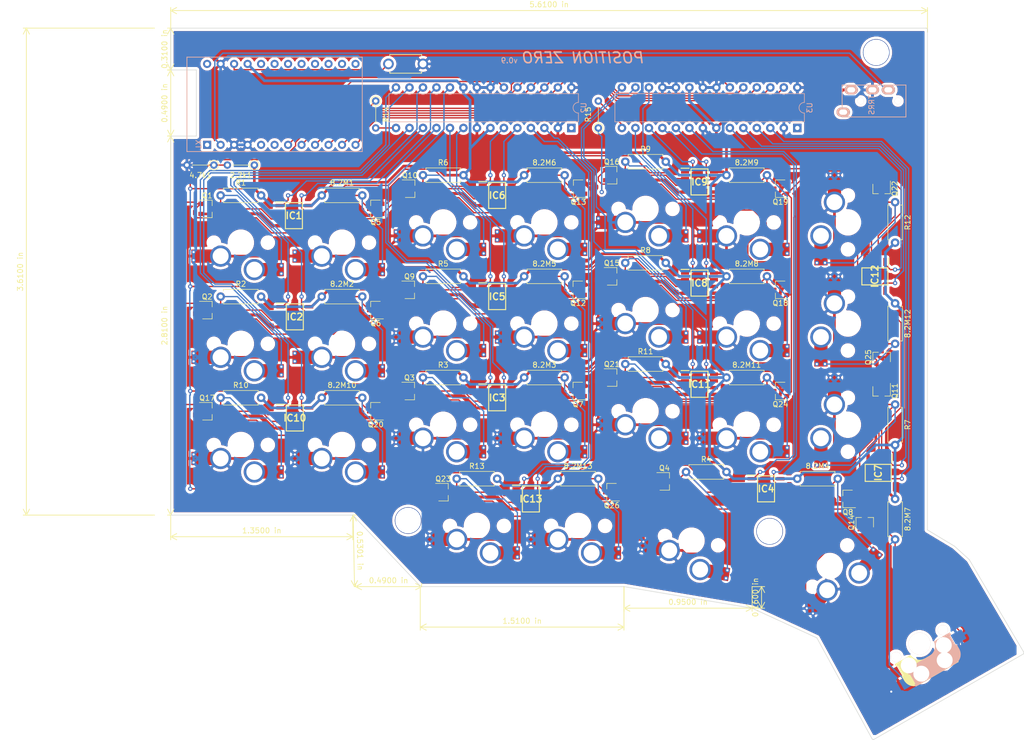
<source format=kicad_pcb>
(kicad_pcb (version 20171130) (host pcbnew "(5.1.2)-1")
  (layers (0 F.Cu signal hide) (31 B.Cu signal hide) (34 B.Paste user) (35 F.Paste user) (36 B.SilkS user) (37 F.SilkS user) (38 B.Mask user) (39 F.Mask user) (44 Edge.Cuts user))
  (net 0 "")
  (net 1 compare)
  (net 2 VCC)
  (net 3 GND)
  (net 4 "Net-(8.2M1-Pad2)")
  (net 5 "Net-(8.2M2-Pad2)")
  (net 6 "Net-(8.2M3-Pad2)")
  (net 7 "Net-(8.2M4-Pad2)")
  (net 8 "Net-(8.2M5-Pad2)")
  (net 9 "Net-(8.2M6-Pad2)")
  (net 10 "Net-(8.2M8-Pad2)")
  (net 11 "Net-(8.2M9-Pad2)")
  (net 12 "Net-(8.2M10-Pad2)")
  (net 13 "Net-(8.2M11-Pad2)")
  (net 14 "Net-(8.2M13-Pad2)")
  (net 15 key1)
  (net 16 "Net-(IC1-Pad3)")
  (net 17 key0)
  (net 18 key9)
  (net 19 "Net-(IC2-Pad3)")
  (net 20 key8)
  (net 21 key17)
  (net 22 "Net-(IC3-Pad3)")
  (net 23 key16)
  (net 24 key25)
  (net 25 "Net-(IC4-Pad3)")
  (net 26 key24)
  (net 27 key11)
  (net 28 "Net-(IC5-Pad3)")
  (net 29 key10)
  (net 30 key3)
  (net 31 "Net-(IC6-Pad3)")
  (net 32 key2)
  (net 33 key19)
  (net 34 "Net-(IC8-Pad3)")
  (net 35 key18)
  (net 36 key13)
  (net 37 "Net-(IC9-Pad3)")
  (net 38 key12)
  (net 39 key5)
  (net 40 "Net-(IC10-Pad3)")
  (net 41 key4)
  (net 42 key21)
  (net 43 "Net-(IC11-Pad3)")
  (net 44 key20)
  (net 45 key15)
  (net 46 "Net-(IC13-Pad3)")
  (net 47 key14)
  (net 48 key7)
  (net 49 key6)
  (net 50 key23)
  (net 51 key22)
  (net 52 "Net-(J1-PadA)")
  (net 53 data)
  (net 54 charge0)
  (net 55 charge1)
  (net 56 "Net-(U1-Pad13)")
  (net 57 "Net-(U1-Pad14)")
  (net 58 "Net-(U1-Pad15)")
  (net 59 "Net-(U1-Pad16)")
  (net 60 "Net-(U1-Pad17)")
  (net 61 "Net-(U1-Pad18)")
  (net 62 "Net-(U1-Pad19)")
  (net 63 "Net-(U1-Pad20)")
  (net 64 "Net-(U1-Pad24)")
  (net 65 selector3)
  (net 66 selector2)
  (net 67 selector1)
  (net 68 selector0)
  (net 69 output1)
  (net 70 output0)
  (net 71 "Net-(U1-Pad6)")
  (net 72 "Net-(U1-Pad5)")
  (net 73 "Net-(U2-Pad1)")
  (net 74 "Net-(U3-Pad1)")
  (net 75 "Net-(U1-Pad1)")
  (net 76 "Net-(8.2M7-Pad2)")
  (net 77 "Net-(8.2M12-Pad2)")
  (net 78 "Net-(IC7-Pad3)")
  (net 79 "Net-(IC12-Pad3)")
  (net 80 "Net-(R14-Pad2)")
  (net 81 "Net-(R15-Pad2)")
  (net 82 "Net-(SW12-Pad1)")
  (module zk:M2_SPACER_HOLE (layer F.Cu) (at 322.834 -84.074)
    (fp_text reference Ref**)
    (fp_text value Val**)
    (pad "" np_thru_hole circle (at 0 0) (size 5 5) (drill 4.8) (layers *.Cu *.Mask))
  )
  (module zk:M2_SPACER_HOLE (layer F.Cu) (at 302.768 6.096)
    (fp_text reference Ref**)
    (fp_text value Val**)
    (pad "" np_thru_hole circle (at 0 0) (size 5 5) (drill 4.8) (layers *.Cu *.Mask))
  )
  (module zk:M2_SPACER_HOLE (layer F.Cu) (at 234.696 4.064)
    (fp_text reference Ref**)
    (fp_text value Val**)
    (pad "" np_thru_hole circle (at 0 0) (size 5 5) (drill 4.8) (layers *.Cu *.Mask))
  )
  (module Package_TO_SOT_SMD:SC-59 (layer F.Cu) (at 273.05 -1.27 180)
    (fp_text reference Q26 (at 0 -2.5) (layer F.SilkS))
    (fp_text value "2SC2712-GR(F)")
    (pad 3 smd rect (at 1.2 0 180) (size 0.9 0.8) (layers F.Cu F.Paste F.Mask) (net 14 "Net-(8.2M13-Pad2)"))
    (pad 2 smd rect (at -1.2 0.95 180) (size 0.9 0.8) (layers F.Cu F.Paste F.Mask) (net 3 GND))
    (pad 1 smd rect (at -1.2 -0.95 180) (size 0.9 0.8) (layers F.Cu F.Paste F.Mask) (net 54 charge0))
  )
  (module Package_TO_SOT_SMD:SC-59 (layer F.Cu) (at 323.85 -26.67 90)
    (fp_text reference Q25 (at 0 -2.5 90) (layer F.SilkS))
    (fp_text value "2SC2712-GR(F)")
    (pad 3 smd rect (at 1.2 0 90) (size 0.9 0.8) (layers F.Cu F.Paste F.Mask) (net 77 "Net-(8.2M12-Pad2)"))
    (pad 2 smd rect (at -1.2 0.95 90) (size 0.9 0.8) (layers F.Cu F.Paste F.Mask) (net 3 GND))
    (pad 1 smd rect (at -1.2 -0.95 90) (size 0.9 0.8) (layers F.Cu F.Paste F.Mask) (net 55 charge1))
  )
  (module Package_TO_SOT_SMD:SC-59 (layer F.Cu) (at 304.8 -20.32 180)
    (fp_text reference Q24 (at 0 -2.5) (layer F.SilkS))
    (fp_text value "2SC2712-GR(F)")
    (pad 3 smd rect (at 1.2 0 180) (size 0.9 0.8) (layers F.Cu F.Paste F.Mask) (net 13 "Net-(8.2M11-Pad2)"))
    (pad 2 smd rect (at -1.2 0.95 180) (size 0.9 0.8) (layers F.Cu F.Paste F.Mask) (net 3 GND))
    (pad 1 smd rect (at -1.2 -0.95 180) (size 0.9 0.8) (layers F.Cu F.Paste F.Mask) (net 55 charge1))
  )
  (module Package_TO_SOT_SMD:SC-59 (layer F.Cu) (at 241.3 -1.27)
    (fp_text reference Q23 (at 0 -2.5) (layer F.SilkS))
    (fp_text value "2SC2712-GR(F)")
    (pad 3 smd rect (at 1.2 0) (size 0.9 0.8) (layers F.Cu F.Paste F.Mask) (net 46 "Net-(IC13-Pad3)"))
    (pad 2 smd rect (at -1.2 0.95) (size 0.9 0.8) (layers F.Cu F.Paste F.Mask) (net 3 GND))
    (pad 1 smd rect (at -1.2 -0.95) (size 0.9 0.8) (layers F.Cu F.Paste F.Mask) (net 54 charge0))
  )
  (module Package_TO_SOT_SMD:SC-59 (layer F.Cu) (at 323.85 -58.42 270)
    (fp_text reference Q22 (at 0 -2.5 90) (layer F.SilkS))
    (fp_text value "2SC2712-GR(F)")
    (pad 3 smd rect (at 1.2 0 270) (size 0.9 0.8) (layers F.Cu F.Paste F.Mask) (net 79 "Net-(IC12-Pad3)"))
    (pad 2 smd rect (at -1.2 0.95 270) (size 0.9 0.8) (layers F.Cu F.Paste F.Mask) (net 3 GND))
    (pad 1 smd rect (at -1.2 -0.95 270) (size 0.9 0.8) (layers F.Cu F.Paste F.Mask) (net 55 charge1))
  )
  (module Package_TO_SOT_SMD:SC-59 (layer F.Cu) (at 273.05 -22.86)
    (fp_text reference Q21 (at 0 -2.5) (layer F.SilkS))
    (fp_text value "2SC2712-GR(F)")
    (pad 3 smd rect (at 1.2 0) (size 0.9 0.8) (layers F.Cu F.Paste F.Mask) (net 43 "Net-(IC11-Pad3)"))
    (pad 2 smd rect (at -1.2 0.95) (size 0.9 0.8) (layers F.Cu F.Paste F.Mask) (net 3 GND))
    (pad 1 smd rect (at -1.2 -0.95) (size 0.9 0.8) (layers F.Cu F.Paste F.Mask) (net 55 charge1))
  )
  (module Package_TO_SOT_SMD:SC-59 (layer F.Cu) (at 228.6 -16.51 180)
    (fp_text reference Q20 (at 0 -2.5) (layer F.SilkS))
    (fp_text value "2SC2712-GR(F)")
    (pad 3 smd rect (at 1.2 0 180) (size 0.9 0.8) (layers F.Cu F.Paste F.Mask) (net 12 "Net-(8.2M10-Pad2)"))
    (pad 2 smd rect (at -1.2 0.95 180) (size 0.9 0.8) (layers F.Cu F.Paste F.Mask) (net 3 GND))
    (pad 1 smd rect (at -1.2 -0.95 180) (size 0.9 0.8) (layers F.Cu F.Paste F.Mask) (net 54 charge0))
  )
  (module Package_TO_SOT_SMD:SC-59 (layer F.Cu) (at 304.8 -58.42 180)
    (fp_text reference Q19 (at 0 -2.5) (layer F.SilkS))
    (fp_text value "2SC2712-GR(F)")
    (pad 3 smd rect (at 1.2 0 180) (size 0.9 0.8) (layers F.Cu F.Paste F.Mask) (net 11 "Net-(8.2M9-Pad2)"))
    (pad 2 smd rect (at -1.2 0.95 180) (size 0.9 0.8) (layers F.Cu F.Paste F.Mask) (net 3 GND))
    (pad 1 smd rect (at -1.2 -0.95 180) (size 0.9 0.8) (layers F.Cu F.Paste F.Mask) (net 55 charge1))
  )
  (module Package_TO_SOT_SMD:SC-59 (layer F.Cu) (at 304.8 -39.37 180)
    (fp_text reference Q18 (at 0 -2.5) (layer F.SilkS))
    (fp_text value "2SC2712-GR(F)")
    (pad 3 smd rect (at 1.2 0 180) (size 0.9 0.8) (layers F.Cu F.Paste F.Mask) (net 10 "Net-(8.2M8-Pad2)"))
    (pad 2 smd rect (at -1.2 0.95 180) (size 0.9 0.8) (layers F.Cu F.Paste F.Mask) (net 3 GND))
    (pad 1 smd rect (at -1.2 -0.95 180) (size 0.9 0.8) (layers F.Cu F.Paste F.Mask) (net 55 charge1))
  )
  (module Package_TO_SOT_SMD:SC-59 (layer F.Cu) (at 196.85 -16.51)
    (fp_text reference Q17 (at 0 -2.5) (layer F.SilkS))
    (fp_text value "2SC2712-GR(F)")
    (pad 3 smd rect (at 1.2 0) (size 0.9 0.8) (layers F.Cu F.Paste F.Mask) (net 40 "Net-(IC10-Pad3)"))
    (pad 2 smd rect (at -1.2 0.95) (size 0.9 0.8) (layers F.Cu F.Paste F.Mask) (net 3 GND))
    (pad 1 smd rect (at -1.2 -0.95) (size 0.9 0.8) (layers F.Cu F.Paste F.Mask) (net 54 charge0))
  )
  (module Package_TO_SOT_SMD:SC-59 (layer F.Cu) (at 273.05 -60.96)
    (fp_text reference Q16 (at 0 -2.5) (layer F.SilkS))
    (fp_text value "2SC2712-GR(F)")
    (pad 3 smd rect (at 1.2 0) (size 0.9 0.8) (layers F.Cu F.Paste F.Mask) (net 37 "Net-(IC9-Pad3)"))
    (pad 2 smd rect (at -1.2 0.95) (size 0.9 0.8) (layers F.Cu F.Paste F.Mask) (net 3 GND))
    (pad 1 smd rect (at -1.2 -0.95) (size 0.9 0.8) (layers F.Cu F.Paste F.Mask) (net 55 charge1))
  )
  (module Package_TO_SOT_SMD:SC-59 (layer F.Cu) (at 273.05 -41.91)
    (fp_text reference Q15 (at 0 -2.5) (layer F.SilkS))
    (fp_text value "2SC2712-GR(F)")
    (pad 3 smd rect (at 1.2 0) (size 0.9 0.8) (layers F.Cu F.Paste F.Mask) (net 34 "Net-(IC8-Pad3)"))
    (pad 2 smd rect (at -1.2 0.95) (size 0.9 0.8) (layers F.Cu F.Paste F.Mask) (net 3 GND))
    (pad 1 smd rect (at -1.2 -0.95) (size 0.9 0.8) (layers F.Cu F.Paste F.Mask) (net 55 charge1))
  )
  (module Package_TO_SOT_SMD:SC-59 (layer F.Cu) (at 320.675 4.445 90)
    (fp_text reference Q14 (at 0 -2.5 90) (layer F.SilkS))
    (fp_text value "2SC2712-GR(F)")
    (pad 3 smd rect (at 1.2 0 90) (size 0.9 0.8) (layers F.Cu F.Paste F.Mask) (net 76 "Net-(8.2M7-Pad2)"))
    (pad 2 smd rect (at -1.2 0.95 90) (size 0.9 0.8) (layers F.Cu F.Paste F.Mask) (net 3 GND))
    (pad 1 smd rect (at -1.2 -0.95 90) (size 0.9 0.8) (layers F.Cu F.Paste F.Mask) (net 55 charge1))
  )
  (module Package_TO_SOT_SMD:SC-59 (layer F.Cu) (at 266.77 -58.42 180)
    (fp_text reference Q13 (at 0 -2.5) (layer F.SilkS))
    (fp_text value "2SC2712-GR(F)")
    (pad 3 smd rect (at 1.2 0 180) (size 0.9 0.8) (layers F.Cu F.Paste F.Mask) (net 9 "Net-(8.2M6-Pad2)"))
    (pad 2 smd rect (at -1.2 0.95 180) (size 0.9 0.8) (layers F.Cu F.Paste F.Mask) (net 3 GND))
    (pad 1 smd rect (at -1.2 -0.95 180) (size 0.9 0.8) (layers F.Cu F.Paste F.Mask) (net 54 charge0))
  )
  (module Package_TO_SOT_SMD:SC-59 (layer F.Cu) (at 266.7 -39.37 180)
    (fp_text reference Q12 (at 0 -2.5) (layer F.SilkS))
    (fp_text value "2SC2712-GR(F)")
    (pad 3 smd rect (at 1.2 0 180) (size 0.9 0.8) (layers F.Cu F.Paste F.Mask) (net 8 "Net-(8.2M5-Pad2)"))
    (pad 2 smd rect (at -1.2 0.95 180) (size 0.9 0.8) (layers F.Cu F.Paste F.Mask) (net 3 GND))
    (pad 1 smd rect (at -1.2 -0.95 180) (size 0.9 0.8) (layers F.Cu F.Paste F.Mask) (net 54 charge0))
  )
  (module Package_TO_SOT_SMD:SC-59 (layer F.Cu) (at 323.85 -20.32 270)
    (fp_text reference Q11 (at 0 -2.5 90) (layer F.SilkS))
    (fp_text value "2SC2712-GR(F)")
    (pad 3 smd rect (at 1.2 0 270) (size 0.9 0.8) (layers F.Cu F.Paste F.Mask) (net 78 "Net-(IC7-Pad3)"))
    (pad 2 smd rect (at -1.2 0.95 270) (size 0.9 0.8) (layers F.Cu F.Paste F.Mask) (net 3 GND))
    (pad 1 smd rect (at -1.2 -0.95 270) (size 0.9 0.8) (layers F.Cu F.Paste F.Mask) (net 55 charge1))
  )
  (module Package_TO_SOT_SMD:SC-59 (layer F.Cu) (at 235.02 -58.42)
    (fp_text reference Q10 (at 0 -2.5) (layer F.SilkS))
    (fp_text value "2SC2712-GR(F)")
    (pad 3 smd rect (at 1.2 0) (size 0.9 0.8) (layers F.Cu F.Paste F.Mask) (net 31 "Net-(IC6-Pad3)"))
    (pad 2 smd rect (at -1.2 0.95) (size 0.9 0.8) (layers F.Cu F.Paste F.Mask) (net 3 GND))
    (pad 1 smd rect (at -1.2 -0.95) (size 0.9 0.8) (layers F.Cu F.Paste F.Mask) (net 54 charge0))
  )
  (module Package_TO_SOT_SMD:SC-59 (layer F.Cu) (at 234.95 -39.37)
    (fp_text reference Q9 (at 0 -2.5) (layer F.SilkS))
    (fp_text value "2SC2712-GR(F)")
    (pad 3 smd rect (at 1.2 0) (size 0.9 0.8) (layers F.Cu F.Paste F.Mask) (net 28 "Net-(IC5-Pad3)"))
    (pad 2 smd rect (at -1.2 0.95) (size 0.9 0.8) (layers F.Cu F.Paste F.Mask) (net 3 GND))
    (pad 1 smd rect (at -1.2 -0.95) (size 0.9 0.8) (layers F.Cu F.Paste F.Mask) (net 54 charge0))
  )
  (module Package_TO_SOT_SMD:SC-59 (layer F.Cu) (at 317.5 0 180)
    (fp_text reference Q8 (at 0 -2.5) (layer F.SilkS))
    (fp_text value "2SC2712-GR(F)")
    (pad 3 smd rect (at 1.2 0 180) (size 0.9 0.8) (layers F.Cu F.Paste F.Mask) (net 7 "Net-(8.2M4-Pad2)"))
    (pad 2 smd rect (at -1.2 0.95 180) (size 0.9 0.8) (layers F.Cu F.Paste F.Mask) (net 3 GND))
    (pad 1 smd rect (at -1.2 -0.95 180) (size 0.9 0.8) (layers F.Cu F.Paste F.Mask) (net 55 charge1))
  )
  (module Package_TO_SOT_SMD:SC-59 (layer F.Cu) (at 266.7 -20.32 180)
    (fp_text reference Q7 (at 0 -2.5) (layer F.SilkS))
    (fp_text value "2SC2712-GR(F)")
    (pad 3 smd rect (at 1.2 0 180) (size 0.9 0.8) (layers F.Cu F.Paste F.Mask) (net 6 "Net-(8.2M3-Pad2)"))
    (pad 2 smd rect (at -1.2 0.95 180) (size 0.9 0.8) (layers F.Cu F.Paste F.Mask) (net 3 GND))
    (pad 1 smd rect (at -1.2 -0.95 180) (size 0.9 0.8) (layers F.Cu F.Paste F.Mask) (net 54 charge0))
  )
  (module Package_TO_SOT_SMD:SC-59 (layer F.Cu) (at 228.6 -35.56 180)
    (fp_text reference Q6 (at 0 -2.5) (layer F.SilkS))
    (fp_text value "2SC2712-GR(F)")
    (pad 3 smd rect (at 1.2 0 180) (size 0.9 0.8) (layers F.Cu F.Paste F.Mask) (net 5 "Net-(8.2M2-Pad2)"))
    (pad 2 smd rect (at -1.2 0.95 180) (size 0.9 0.8) (layers F.Cu F.Paste F.Mask) (net 3 GND))
    (pad 1 smd rect (at -1.2 -0.95 180) (size 0.9 0.8) (layers F.Cu F.Paste F.Mask) (net 54 charge0))
  )
  (module Package_TO_SOT_SMD:SC-59 (layer F.Cu) (at 228.6 -54.61 180)
    (fp_text reference Q5 (at 0 -2.5) (layer F.SilkS))
    (fp_text value "2SC2712-GR(F)")
    (pad 3 smd rect (at 1.2 0 180) (size 0.9 0.8) (layers F.Cu F.Paste F.Mask) (net 4 "Net-(8.2M1-Pad2)"))
    (pad 2 smd rect (at -1.2 0.95 180) (size 0.9 0.8) (layers F.Cu F.Paste F.Mask) (net 3 GND))
    (pad 1 smd rect (at -1.2 -0.95 180) (size 0.9 0.8) (layers F.Cu F.Paste F.Mask) (net 54 charge0))
  )
  (module Package_TO_SOT_SMD:SC-59 (layer F.Cu) (at 282.956804 -3.301055)
    (fp_text reference Q4 (at 0 -2.5) (layer F.SilkS))
    (fp_text value "2SC2712-GR(F)")
    (pad 3 smd rect (at 1.2 0) (size 0.9 0.8) (layers F.Cu F.Paste F.Mask) (net 25 "Net-(IC4-Pad3)"))
    (pad 2 smd rect (at -1.2 0.95) (size 0.9 0.8) (layers F.Cu F.Paste F.Mask) (net 3 GND))
    (pad 1 smd rect (at -1.2 -0.95) (size 0.9 0.8) (layers F.Cu F.Paste F.Mask) (net 55 charge1))
  )
  (module Package_TO_SOT_SMD:SC-59 (layer F.Cu) (at 234.95 -20.32)
    (fp_text reference Q3 (at 0 -2.5) (layer F.SilkS))
    (fp_text value "2SC2712-GR(F)")
    (pad 3 smd rect (at 1.2 0) (size 0.9 0.8) (layers F.Cu F.Paste F.Mask) (net 22 "Net-(IC3-Pad3)"))
    (pad 2 smd rect (at -1.2 0.95) (size 0.9 0.8) (layers F.Cu F.Paste F.Mask) (net 3 GND))
    (pad 1 smd rect (at -1.2 -0.95) (size 0.9 0.8) (layers F.Cu F.Paste F.Mask) (net 54 charge0))
  )
  (module Package_TO_SOT_SMD:SC-59 (layer F.Cu) (at 196.85 -35.56)
    (fp_text reference Q2 (at 0 -2.5) (layer F.SilkS))
    (fp_text value "2SC2712-GR(F)")
    (pad 3 smd rect (at 1.2 0) (size 0.9 0.8) (layers F.Cu F.Paste F.Mask) (net 19 "Net-(IC2-Pad3)"))
    (pad 2 smd rect (at -1.2 0.95) (size 0.9 0.8) (layers F.Cu F.Paste F.Mask) (net 3 GND))
    (pad 1 smd rect (at -1.2 -0.95) (size 0.9 0.8) (layers F.Cu F.Paste F.Mask) (net 54 charge0))
  )
  (module Package_TO_SOT_SMD:SC-59 (layer F.Cu) (at 196.85 -54.61)
    (fp_text reference Q1 (at 0 -2.5) (layer F.SilkS))
    (fp_text value "2SC2712-GR(F)")
    (pad 3 smd rect (at 1.2 0) (size 0.9 0.8) (layers F.Cu F.Paste F.Mask) (net 16 "Net-(IC1-Pad3)"))
    (pad 2 smd rect (at -1.2 0.95) (size 0.9 0.8) (layers F.Cu F.Paste F.Mask) (net 3 GND))
    (pad 1 smd rect (at -1.2 -0.95) (size 0.9 0.8) (layers F.Cu F.Paste F.Mask) (net 54 charge0))
  )
  (module keyboard:CherryMX-Hotswap-v2 (layer B.Cu) (at 203.2 -10.16)
    (fp_text reference SW18)
    (fp_text value SW_PUSH)
    (pad 2 smd rect (at 5.842 5.08) (size 4.5 2.5) (layers F.Cu) (net 40 "Net-(IC10-Pad3)"))
    (pad 1 smd rect (at -7.085 2.54) (size 4.5 2.5) (layers F.Cu) (net 3 GND))
    (pad 2 thru_hole circle (at 7.62 4.318) (size 0.8 0.8) (drill 0.4) (layers *.Cu) (net 40 "Net-(IC10-Pad3)"))
    (pad 1 thru_hole circle (at -8.89 1.778) (size 0.8 0.8) (drill 0.4) (layers *.Cu) (net 3 GND))
    (pad 2 thru_hole circle (at 7.62 5.842) (size 0.8 0.8) (drill 0.4) (layers *.Cu) (net 40 "Net-(IC10-Pad3)"))
    (pad 1 thru_hole circle (at -8.89 3.302) (size 0.8 0.8) (drill 0.4) (layers *.Cu) (net 3 GND))
    (pad "" np_thru_hole circle (at 5.08 0 311.9004) (size 1.75 1.75) (drill 1.75) (layers *.Cu *.Mask))
    (pad "" np_thru_hole circle (at -5.08 0 311.9004) (size 1.75 1.75) (drill 1.75) (layers *.Cu *.Mask))
    (pad 1 thru_hole circle (at -3.81 2.54) (size 4 4) (drill 3) (layers *.Cu) (net 3 GND))
    (pad "" np_thru_hole circle (at 0 0) (size 3.9878 3.9878) (drill 3.9878) (layers *.Cu *.Mask))
    (pad 2 thru_hole circle (at 2.54 5.08) (size 4 4) (drill 3) (layers *.Cu) (net 40 "Net-(IC10-Pad3)"))
  )
  (module keyboard:CherryMX-Hotswap-v2 (layer B.Cu) (at 298.45 -13.97)
    (fp_text reference SW25)
    (fp_text value SW_PUSH)
    (pad 2 smd rect (at 5.842 5.08) (size 4.5 2.5) (layers F.Cu) (net 13 "Net-(8.2M11-Pad2)"))
    (pad 1 smd rect (at -7.085 2.54) (size 4.5 2.5) (layers F.Cu) (net 3 GND))
    (pad 2 thru_hole circle (at 7.62 4.318) (size 0.8 0.8) (drill 0.4) (layers *.Cu) (net 13 "Net-(8.2M11-Pad2)"))
    (pad 1 thru_hole circle (at -8.89 1.778) (size 0.8 0.8) (drill 0.4) (layers *.Cu) (net 3 GND))
    (pad 2 thru_hole circle (at 7.62 5.842) (size 0.8 0.8) (drill 0.4) (layers *.Cu) (net 13 "Net-(8.2M11-Pad2)"))
    (pad 1 thru_hole circle (at -8.89 3.302) (size 0.8 0.8) (drill 0.4) (layers *.Cu) (net 3 GND))
    (pad "" np_thru_hole circle (at 5.08 0 311.9004) (size 1.75 1.75) (drill 1.75) (layers *.Cu *.Mask))
    (pad "" np_thru_hole circle (at -5.08 0 311.9004) (size 1.75 1.75) (drill 1.75) (layers *.Cu *.Mask))
    (pad 1 thru_hole circle (at -3.81 2.54) (size 4 4) (drill 3) (layers *.Cu) (net 3 GND))
    (pad "" np_thru_hole circle (at 0 0) (size 3.9878 3.9878) (drill 3.9878) (layers *.Cu *.Mask))
    (pad 2 thru_hole circle (at 2.54 5.08) (size 4 4) (drill 3) (layers *.Cu) (net 13 "Net-(8.2M11-Pad2)"))
  )
  (module keyboard:CherryMX-Hotswap-v2 (layer B.Cu) (at 279.4 -35.56)
    (fp_text reference SW16)
    (fp_text value SW_PUSH)
    (pad 2 smd rect (at 5.842 5.08) (size 4.5 2.5) (layers F.Cu) (net 34 "Net-(IC8-Pad3)"))
    (pad 1 smd rect (at -7.085 2.54) (size 4.5 2.5) (layers F.Cu) (net 3 GND))
    (pad 2 thru_hole circle (at 7.62 4.318) (size 0.8 0.8) (drill 0.4) (layers *.Cu) (net 34 "Net-(IC8-Pad3)"))
    (pad 1 thru_hole circle (at -8.89 1.778) (size 0.8 0.8) (drill 0.4) (layers *.Cu) (net 3 GND))
    (pad 2 thru_hole circle (at 7.62 5.842) (size 0.8 0.8) (drill 0.4) (layers *.Cu) (net 34 "Net-(IC8-Pad3)"))
    (pad 1 thru_hole circle (at -8.89 3.302) (size 0.8 0.8) (drill 0.4) (layers *.Cu) (net 3 GND))
    (pad "" np_thru_hole circle (at 5.08 0 311.9004) (size 1.75 1.75) (drill 1.75) (layers *.Cu *.Mask))
    (pad "" np_thru_hole circle (at -5.08 0 311.9004) (size 1.75 1.75) (drill 1.75) (layers *.Cu *.Mask))
    (pad 1 thru_hole circle (at -3.81 2.54) (size 4 4) (drill 3) (layers *.Cu) (net 3 GND))
    (pad "" np_thru_hole circle (at 0 0) (size 3.9878 3.9878) (drill 3.9878) (layers *.Cu *.Mask))
    (pad 2 thru_hole circle (at 2.54 5.08) (size 4 4) (drill 3) (layers *.Cu) (net 34 "Net-(IC8-Pad3)"))
  )
  (module Resistor_THT:R_Axial_DIN0207_L6.3mm_D2.5mm_P7.62mm_Horizontal (layer F.Cu) (at 218.44 -38.1)
    (fp_text reference 8.2M2 (at 3.81 -2.37) (layer F.SilkS))
    (fp_text value R)
    (pad 2 thru_hole oval (at 7.62 0) (size 1.6 1.6) (drill 0.8) (layers *.Cu *.Mask) (net 5 "Net-(8.2M2-Pad2)"))
    (pad 1 thru_hole circle (at 0 0) (size 1.6 1.6) (drill 0.8) (layers *.Cu *.Mask) (net 2 VCC))
  )
  (module keyboard:CherryMX-Hotswap-v2 (layer B.Cu) (at 203.2 -29.21)
    (fp_text reference SW2)
    (fp_text value SW_PUSH)
    (pad 2 smd rect (at 5.842 5.08) (size 4.5 2.5) (layers F.Cu) (net 19 "Net-(IC2-Pad3)"))
    (pad 1 smd rect (at -7.085 2.54) (size 4.5 2.5) (layers F.Cu) (net 3 GND))
    (pad 2 thru_hole circle (at 7.62 4.318) (size 0.8 0.8) (drill 0.4) (layers *.Cu) (net 19 "Net-(IC2-Pad3)"))
    (pad 1 thru_hole circle (at -8.89 1.778) (size 0.8 0.8) (drill 0.4) (layers *.Cu) (net 3 GND))
    (pad 2 thru_hole circle (at 7.62 5.842) (size 0.8 0.8) (drill 0.4) (layers *.Cu) (net 19 "Net-(IC2-Pad3)"))
    (pad 1 thru_hole circle (at -8.89 3.302) (size 0.8 0.8) (drill 0.4) (layers *.Cu) (net 3 GND))
    (pad "" np_thru_hole circle (at 5.08 0 311.9004) (size 1.75 1.75) (drill 1.75) (layers *.Cu *.Mask))
    (pad "" np_thru_hole circle (at -5.08 0 311.9004) (size 1.75 1.75) (drill 1.75) (layers *.Cu *.Mask))
    (pad 1 thru_hole circle (at -3.81 2.54) (size 4 4) (drill 3) (layers *.Cu) (net 3 GND))
    (pad "" np_thru_hole circle (at 0 0) (size 3.9878 3.9878) (drill 3.9878) (layers *.Cu *.Mask))
    (pad 2 thru_hole circle (at 2.54 5.08) (size 4 4) (drill 3) (layers *.Cu) (net 19 "Net-(IC2-Pad3)"))
  )
  (module keyboard:CherryMX-Hotswap-v2 (layer B.Cu) (at 247.65 5.08)
    (fp_text reference SW24)
    (fp_text value SW_PUSH)
    (pad 2 smd rect (at 5.842 5.08) (size 4.5 2.5) (layers F.Cu) (net 46 "Net-(IC13-Pad3)"))
    (pad 1 smd rect (at -7.085 2.54) (size 4.5 2.5) (layers F.Cu) (net 3 GND))
    (pad 2 thru_hole circle (at 7.62 4.318) (size 0.8 0.8) (drill 0.4) (layers *.Cu) (net 46 "Net-(IC13-Pad3)"))
    (pad 1 thru_hole circle (at -8.89 1.778) (size 0.8 0.8) (drill 0.4) (layers *.Cu) (net 3 GND))
    (pad 2 thru_hole circle (at 7.62 5.842) (size 0.8 0.8) (drill 0.4) (layers *.Cu) (net 46 "Net-(IC13-Pad3)"))
    (pad 1 thru_hole circle (at -8.89 3.302) (size 0.8 0.8) (drill 0.4) (layers *.Cu) (net 3 GND))
    (pad "" np_thru_hole circle (at 5.08 0 311.9004) (size 1.75 1.75) (drill 1.75) (layers *.Cu *.Mask))
    (pad "" np_thru_hole circle (at -5.08 0 311.9004) (size 1.75 1.75) (drill 1.75) (layers *.Cu *.Mask))
    (pad 1 thru_hole circle (at -3.81 2.54) (size 4 4) (drill 3) (layers *.Cu) (net 3 GND))
    (pad "" np_thru_hole circle (at 0 0) (size 3.9878 3.9878) (drill 3.9878) (layers *.Cu *.Mask))
    (pad 2 thru_hole circle (at 2.54 5.08) (size 4 4) (drill 3) (layers *.Cu) (net 46 "Net-(IC13-Pad3)"))
  )
  (module keyboard:CherryMX-Hotswap-v2 (layer B.Cu) (at 241.3 -13.97)
    (fp_text reference SW3)
    (fp_text value SW_PUSH)
    (pad 2 smd rect (at 5.842 5.08) (size 4.5 2.5) (layers F.Cu) (net 22 "Net-(IC3-Pad3)"))
    (pad 1 smd rect (at -7.085 2.54) (size 4.5 2.5) (layers F.Cu) (net 3 GND))
    (pad 2 thru_hole circle (at 7.62 4.318) (size 0.8 0.8) (drill 0.4) (layers *.Cu) (net 22 "Net-(IC3-Pad3)"))
    (pad 1 thru_hole circle (at -8.89 1.778) (size 0.8 0.8) (drill 0.4) (layers *.Cu) (net 3 GND))
    (pad 2 thru_hole circle (at 7.62 5.842) (size 0.8 0.8) (drill 0.4) (layers *.Cu) (net 22 "Net-(IC3-Pad3)"))
    (pad 1 thru_hole circle (at -8.89 3.302) (size 0.8 0.8) (drill 0.4) (layers *.Cu) (net 3 GND))
    (pad "" np_thru_hole circle (at 5.08 0 311.9004) (size 1.75 1.75) (drill 1.75) (layers *.Cu *.Mask))
    (pad "" np_thru_hole circle (at -5.08 0 311.9004) (size 1.75 1.75) (drill 1.75) (layers *.Cu *.Mask))
    (pad 1 thru_hole circle (at -3.81 2.54) (size 4 4) (drill 3) (layers *.Cu) (net 3 GND))
    (pad "" np_thru_hole circle (at 0 0) (size 3.9878 3.9878) (drill 3.9878) (layers *.Cu *.Mask))
    (pad 2 thru_hole circle (at 2.54 5.08) (size 4 4) (drill 3) (layers *.Cu) (net 22 "Net-(IC3-Pad3)"))
  )
  (module keyboard:CherryMX_Hotswap_1.5u (layer B.Cu) (at 330.985524 27.235615 30)
    (fp_text reference SW15 hide)
    (fp_text value SW_PUSH hide)
    (pad 2 smd rect (at 5.7 5.12 210) (size 2.3 2) (layers F.Cu F.Paste F.Mask) (net 76 "Net-(8.2M7-Pad2)"))
    (pad "" np_thru_hole circle (at -5.08 0 30) (size 1.9 1.9) (drill 1.9) (layers *.Cu *.Mask B.SilkS))
    (pad "" np_thru_hole circle (at 5.08 0 30) (size 1.9 1.9) (drill 1.9) (layers *.Cu *.Mask B.SilkS))
    (pad "" np_thru_hole circle (at 0 0 300) (size 4.1 4.1) (drill 4.1) (layers *.Cu *.Mask B.SilkS))
    (pad "" np_thru_hole circle (at 2.54 5.08 210) (size 3 3) (drill 3) (layers *.Cu *.Mask))
    (pad "" np_thru_hole circle (at 3.81 2.540001 210) (size 3 3) (drill 3) (layers *.Cu *.Mask))
    (pad "" np_thru_hole circle (at -2.54 5.08 210) (size 3 3) (drill 3) (layers *.Cu *.Mask))
    (pad "" np_thru_hole circle (at -3.81 2.54 210) (size 3 3) (drill 3) (layers *.Cu *.Mask))
    (pad 2 smd rect (at -5.7 5.12 210) (size 2.3 2) (layers B.Cu B.Paste B.Mask) (net 76 "Net-(8.2M7-Pad2)"))
    (pad 1 smd rect (at 7 2.58 210) (size 2.3 2) (layers B.Cu B.Paste B.Mask) (net 3 GND))
    (pad 1 smd rect (at -7 2.58 210) (size 2.3 2) (layers F.Cu F.Paste F.Mask) (net 3 GND))
  )
  (module keyboard:CherryMX-Hotswap-v2 (layer B.Cu) (at 314.103417 12.627103 50)
    (fp_text reference SW8)
    (fp_text value SW_PUSH)
    (pad 2 smd rect (at 5.842 5.08 50) (size 4.5 2.5) (layers F.Cu) (net 7 "Net-(8.2M4-Pad2)"))
    (pad 1 smd rect (at -7.085 2.54 50) (size 4.5 2.5) (layers F.Cu) (net 3 GND))
    (pad 2 thru_hole circle (at 7.62 4.318 50) (size 0.8 0.8) (drill 0.4) (layers *.Cu) (net 7 "Net-(8.2M4-Pad2)"))
    (pad 1 thru_hole circle (at -8.89 1.778 50) (size 0.8 0.8) (drill 0.4) (layers *.Cu) (net 3 GND))
    (pad 2 thru_hole circle (at 7.62 5.842 50) (size 0.8 0.8) (drill 0.4) (layers *.Cu) (net 7 "Net-(8.2M4-Pad2)"))
    (pad 1 thru_hole circle (at -8.89 3.302 50) (size 0.8 0.8) (drill 0.4) (layers *.Cu) (net 3 GND))
    (pad "" np_thru_hole circle (at 5.08 0 1.9004) (size 1.75 1.75) (drill 1.75) (layers *.Cu *.Mask))
    (pad "" np_thru_hole circle (at -5.08 0 1.9004) (size 1.75 1.75) (drill 1.75) (layers *.Cu *.Mask))
    (pad 1 thru_hole circle (at -3.81 2.54 50) (size 4 4) (drill 3) (layers *.Cu) (net 3 GND))
    (pad "" np_thru_hole circle (at 0 0 50) (size 3.9878 3.9878) (drill 3.9878) (layers *.Cu *.Mask))
    (pad 2 thru_hole circle (at 2.54 5.08 50) (size 4 4) (drill 3) (layers *.Cu) (net 7 "Net-(8.2M4-Pad2)"))
  )
  (module keyboard:CherryMX-Hotswap-v2 (layer B.Cu) (at 298.45 -33.02)
    (fp_text reference SW19)
    (fp_text value SW_PUSH)
    (pad 2 smd rect (at 5.842 5.08) (size 4.5 2.5) (layers F.Cu) (net 10 "Net-(8.2M8-Pad2)"))
    (pad 1 smd rect (at -7.085 2.54) (size 4.5 2.5) (layers F.Cu) (net 3 GND))
    (pad 2 thru_hole circle (at 7.62 4.318) (size 0.8 0.8) (drill 0.4) (layers *.Cu) (net 10 "Net-(8.2M8-Pad2)"))
    (pad 1 thru_hole circle (at -8.89 1.778) (size 0.8 0.8) (drill 0.4) (layers *.Cu) (net 3 GND))
    (pad 2 thru_hole circle (at 7.62 5.842) (size 0.8 0.8) (drill 0.4) (layers *.Cu) (net 10 "Net-(8.2M8-Pad2)"))
    (pad 1 thru_hole circle (at -8.89 3.302) (size 0.8 0.8) (drill 0.4) (layers *.Cu) (net 3 GND))
    (pad "" np_thru_hole circle (at 5.08 0 311.9004) (size 1.75 1.75) (drill 1.75) (layers *.Cu *.Mask))
    (pad "" np_thru_hole circle (at -5.08 0 311.9004) (size 1.75 1.75) (drill 1.75) (layers *.Cu *.Mask))
    (pad 1 thru_hole circle (at -3.81 2.54) (size 4 4) (drill 3) (layers *.Cu) (net 3 GND))
    (pad "" np_thru_hole circle (at 0 0) (size 3.9878 3.9878) (drill 3.9878) (layers *.Cu *.Mask))
    (pad 2 thru_hole circle (at 2.54 5.08) (size 4 4) (drill 3) (layers *.Cu) (net 10 "Net-(8.2M8-Pad2)"))
  )
  (module keyboard:CherryMX-Hotswap-v2 (layer B.Cu) (at 317.5 -33.02 270)
    (fp_text reference SW26)
    (fp_text value SW_PUSH)
    (pad 2 smd rect (at 5.842 5.08 270) (size 4.5 2.5) (layers F.Cu) (net 77 "Net-(8.2M12-Pad2)"))
    (pad 1 smd rect (at -7.085 2.54 270) (size 4.5 2.5) (layers F.Cu) (net 3 GND))
    (pad 2 thru_hole circle (at 7.62 4.318 270) (size 0.8 0.8) (drill 0.4) (layers *.Cu) (net 77 "Net-(8.2M12-Pad2)"))
    (pad 1 thru_hole circle (at -8.89 1.778 270) (size 0.8 0.8) (drill 0.4) (layers *.Cu) (net 3 GND))
    (pad 2 thru_hole circle (at 7.62 5.842 270) (size 0.8 0.8) (drill 0.4) (layers *.Cu) (net 77 "Net-(8.2M12-Pad2)"))
    (pad 1 thru_hole circle (at -8.89 3.302 270) (size 0.8 0.8) (drill 0.4) (layers *.Cu) (net 3 GND))
    (pad "" np_thru_hole circle (at 5.08 0 221.9004) (size 1.75 1.75) (drill 1.75) (layers *.Cu *.Mask))
    (pad "" np_thru_hole circle (at -5.08 0 221.9004) (size 1.75 1.75) (drill 1.75) (layers *.Cu *.Mask))
    (pad 1 thru_hole circle (at -3.81 2.54 270) (size 4 4) (drill 3) (layers *.Cu) (net 3 GND))
    (pad "" np_thru_hole circle (at 0 0 270) (size 3.9878 3.9878) (drill 3.9878) (layers *.Cu *.Mask))
    (pad 2 thru_hole circle (at 2.54 5.08 270) (size 4 4) (drill 3) (layers *.Cu) (net 77 "Net-(8.2M12-Pad2)"))
  )
  (module keyboard:CherryMX-Hotswap-v2 (layer B.Cu) (at 222.25 -48.26)
    (fp_text reference SW5)
    (fp_text value SW_PUSH)
    (pad 2 smd rect (at 5.842 5.08) (size 4.5 2.5) (layers F.Cu) (net 4 "Net-(8.2M1-Pad2)"))
    (pad 1 smd rect (at -7.085 2.54) (size 4.5 2.5) (layers F.Cu) (net 3 GND))
    (pad 2 thru_hole circle (at 7.62 4.318) (size 0.8 0.8) (drill 0.4) (layers *.Cu) (net 4 "Net-(8.2M1-Pad2)"))
    (pad 1 thru_hole circle (at -8.89 1.778) (size 0.8 0.8) (drill 0.4) (layers *.Cu) (net 3 GND))
    (pad 2 thru_hole circle (at 7.62 5.842) (size 0.8 0.8) (drill 0.4) (layers *.Cu) (net 4 "Net-(8.2M1-Pad2)"))
    (pad 1 thru_hole circle (at -8.89 3.302) (size 0.8 0.8) (drill 0.4) (layers *.Cu) (net 3 GND))
    (pad "" np_thru_hole circle (at 5.08 0 311.9004) (size 1.75 1.75) (drill 1.75) (layers *.Cu *.Mask))
    (pad "" np_thru_hole circle (at -5.08 0 311.9004) (size 1.75 1.75) (drill 1.75) (layers *.Cu *.Mask))
    (pad 1 thru_hole circle (at -3.81 2.54) (size 4 4) (drill 3) (layers *.Cu) (net 3 GND))
    (pad "" np_thru_hole circle (at 0 0) (size 3.9878 3.9878) (drill 3.9878) (layers *.Cu *.Mask))
    (pad 2 thru_hole circle (at 2.54 5.08) (size 4 4) (drill 3) (layers *.Cu) (net 4 "Net-(8.2M1-Pad2)"))
  )
  (module Package_DIP:DIP-28_W7.62mm (layer B.Cu) (at 307.975 -69.85 90)
    (fp_text reference U3 (at 3.81 2.33 270) (layer B.SilkS) (effects (justify mirror)))
    (fp_text value ATmega328P-PU)
    (pad 28 thru_hole oval (at 7.62 0 90) (size 1.6 1.6) (drill 0.8) (layers *.Cu *.Mask) (net 3 GND))
    (pad 14 thru_hole oval (at 0 -33.02 90) (size 1.6 1.6) (drill 0.8) (layers *.Cu *.Mask) (net 81 "Net-(R15-Pad2)"))
    (pad 27 thru_hole oval (at 7.62 -2.54 90) (size 1.6 1.6) (drill 0.8) (layers *.Cu *.Mask) (net 65 selector3))
    (pad 13 thru_hole oval (at 0 -30.48 90) (size 1.6 1.6) (drill 0.8) (layers *.Cu *.Mask) (net 44 key20))
    (pad 26 thru_hole oval (at 7.62 -5.08 90) (size 1.6 1.6) (drill 0.8) (layers *.Cu *.Mask) (net 66 selector2))
    (pad 12 thru_hole oval (at 0 -27.94 90) (size 1.6 1.6) (drill 0.8) (layers *.Cu *.Mask) (net 33 key19))
    (pad 25 thru_hole oval (at 7.62 -7.62 90) (size 1.6 1.6) (drill 0.8) (layers *.Cu *.Mask) (net 67 selector1))
    (pad 11 thru_hole oval (at 0 -25.4 90) (size 1.6 1.6) (drill 0.8) (layers *.Cu *.Mask) (net 26 key24))
    (pad 24 thru_hole oval (at 7.62 -10.16 90) (size 1.6 1.6) (drill 0.8) (layers *.Cu *.Mask) (net 68 selector0))
    (pad 10 thru_hole oval (at 0 -22.86 90) (size 1.6 1.6) (drill 0.8) (layers *.Cu *.Mask) (net 51 key22))
    (pad 23 thru_hole oval (at 7.62 -12.7 90) (size 1.6 1.6) (drill 0.8) (layers *.Cu *.Mask) (net 69 output1))
    (pad 9 thru_hole oval (at 0 -20.32 90) (size 1.6 1.6) (drill 0.8) (layers *.Cu *.Mask) (net 42 key21))
    (pad 22 thru_hole oval (at 7.62 -15.24 90) (size 1.6 1.6) (drill 0.8) (layers *.Cu *.Mask) (net 3 GND))
    (pad 8 thru_hole oval (at 0 -17.78 90) (size 1.6 1.6) (drill 0.8) (layers *.Cu *.Mask) (net 3 GND))
    (pad 21 thru_hole oval (at 7.62 -17.78 90) (size 1.6 1.6) (drill 0.8) (layers *.Cu *.Mask) (net 3 GND))
    (pad 7 thru_hole oval (at 0 -15.24 90) (size 1.6 1.6) (drill 0.8) (layers *.Cu *.Mask) (net 2 VCC))
    (pad 20 thru_hole oval (at 7.62 -20.32 90) (size 1.6 1.6) (drill 0.8) (layers *.Cu *.Mask) (net 2 VCC))
    (pad 6 thru_hole oval (at 0 -12.7 90) (size 1.6 1.6) (drill 0.8) (layers *.Cu *.Mask) (net 50 key23))
    (pad 19 thru_hole oval (at 7.62 -22.86 90) (size 1.6 1.6) (drill 0.8) (layers *.Cu *.Mask) (net 3 GND))
    (pad 5 thru_hole oval (at 0 -10.16 90) (size 1.6 1.6) (drill 0.8) (layers *.Cu *.Mask) (net 20 key8))
    (pad 18 thru_hole oval (at 7.62 -25.4 90) (size 1.6 1.6) (drill 0.8) (layers *.Cu *.Mask) (net 3 GND))
    (pad 4 thru_hole oval (at 0 -7.62 90) (size 1.6 1.6) (drill 0.8) (layers *.Cu *.Mask) (net 48 key7))
    (pad 17 thru_hole oval (at 7.62 -27.94 90) (size 1.6 1.6) (drill 0.8) (layers *.Cu *.Mask) (net 35 key18))
    (pad 3 thru_hole oval (at 0 -5.08 90) (size 1.6 1.6) (drill 0.8) (layers *.Cu *.Mask) (net 24 key25))
    (pad 16 thru_hole oval (at 7.62 -30.48 90) (size 1.6 1.6) (drill 0.8) (layers *.Cu *.Mask) (net 21 key17))
    (pad 2 thru_hole oval (at 0 -2.54 90) (size 1.6 1.6) (drill 0.8) (layers *.Cu *.Mask) (net 3 GND))
    (pad 15 thru_hole oval (at 7.62 -33.02 90) (size 1.6 1.6) (drill 0.8) (layers *.Cu *.Mask) (net 23 key16))
    (pad 1 thru_hole rect (at 0 0 90) (size 1.6 1.6) (drill 0.8) (layers *.Cu *.Mask) (net 74 "Net-(U3-Pad1)"))
  )
  (module Package_DIP:DIP-28_W7.62mm (layer B.Cu) (at 265.43 -69.85 90)
    (fp_text reference U2 (at 3.81 2.33 270) (layer B.SilkS) (effects (justify mirror)))
    (fp_text value ATmega328P-PU)
    (pad 28 thru_hole oval (at 7.62 0 90) (size 1.6 1.6) (drill 0.8) (layers *.Cu *.Mask) (net 3 GND))
    (pad 14 thru_hole oval (at 0 -33.02 90) (size 1.6 1.6) (drill 0.8) (layers *.Cu *.Mask) (net 80 "Net-(R14-Pad2)"))
    (pad 27 thru_hole oval (at 7.62 -2.54 90) (size 1.6 1.6) (drill 0.8) (layers *.Cu *.Mask) (net 65 selector3))
    (pad 13 thru_hole oval (at 0 -30.48 90) (size 1.6 1.6) (drill 0.8) (layers *.Cu *.Mask) (net 45 key15))
    (pad 26 thru_hole oval (at 7.62 -5.08 90) (size 1.6 1.6) (drill 0.8) (layers *.Cu *.Mask) (net 66 selector2))
    (pad 12 thru_hole oval (at 0 -27.94 90) (size 1.6 1.6) (drill 0.8) (layers *.Cu *.Mask) (net 47 key14))
    (pad 25 thru_hole oval (at 7.62 -7.62 90) (size 1.6 1.6) (drill 0.8) (layers *.Cu *.Mask) (net 67 selector1))
    (pad 11 thru_hole oval (at 0 -25.4 90) (size 1.6 1.6) (drill 0.8) (layers *.Cu *.Mask) (net 36 key13))
    (pad 24 thru_hole oval (at 7.62 -10.16 90) (size 1.6 1.6) (drill 0.8) (layers *.Cu *.Mask) (net 68 selector0))
    (pad 10 thru_hole oval (at 0 -22.86 90) (size 1.6 1.6) (drill 0.8) (layers *.Cu *.Mask) (net 49 key6))
    (pad 23 thru_hole oval (at 7.62 -12.7 90) (size 1.6 1.6) (drill 0.8) (layers *.Cu *.Mask) (net 70 output0))
    (pad 9 thru_hole oval (at 0 -20.32 90) (size 1.6 1.6) (drill 0.8) (layers *.Cu *.Mask) (net 39 key5))
    (pad 22 thru_hole oval (at 7.62 -15.24 90) (size 1.6 1.6) (drill 0.8) (layers *.Cu *.Mask) (net 3 GND))
    (pad 8 thru_hole oval (at 0 -17.78 90) (size 1.6 1.6) (drill 0.8) (layers *.Cu *.Mask) (net 3 GND))
    (pad 21 thru_hole oval (at 7.62 -17.78 90) (size 1.6 1.6) (drill 0.8) (layers *.Cu *.Mask) (net 3 GND))
    (pad 7 thru_hole oval (at 0 -15.24 90) (size 1.6 1.6) (drill 0.8) (layers *.Cu *.Mask) (net 2 VCC))
    (pad 20 thru_hole oval (at 7.62 -20.32 90) (size 1.6 1.6) (drill 0.8) (layers *.Cu *.Mask) (net 2 VCC))
    (pad 6 thru_hole oval (at 0 -12.7 90) (size 1.6 1.6) (drill 0.8) (layers *.Cu *.Mask) (net 38 key12))
    (pad 19 thru_hole oval (at 7.62 -22.86 90) (size 1.6 1.6) (drill 0.8) (layers *.Cu *.Mask) (net 41 key4))
    (pad 5 thru_hole oval (at 0 -10.16 90) (size 1.6 1.6) (drill 0.8) (layers *.Cu *.Mask) (net 27 key11))
    (pad 18 thru_hole oval (at 7.62 -25.4 90) (size 1.6 1.6) (drill 0.8) (layers *.Cu *.Mask) (net 30 key3))
    (pad 4 thru_hole oval (at 0 -7.62 90) (size 1.6 1.6) (drill 0.8) (layers *.Cu *.Mask) (net 29 key10))
    (pad 17 thru_hole oval (at 7.62 -27.94 90) (size 1.6 1.6) (drill 0.8) (layers *.Cu *.Mask) (net 32 key2))
    (pad 3 thru_hole oval (at 0 -5.08 90) (size 1.6 1.6) (drill 0.8) (layers *.Cu *.Mask) (net 18 key9))
    (pad 16 thru_hole oval (at 7.62 -30.48 90) (size 1.6 1.6) (drill 0.8) (layers *.Cu *.Mask) (net 15 key1))
    (pad 2 thru_hole oval (at 0 -2.54 90) (size 1.6 1.6) (drill 0.8) (layers *.Cu *.Mask) (net 3 GND))
    (pad 15 thru_hole oval (at 7.62 -33.02 90) (size 1.6 1.6) (drill 0.8) (layers *.Cu *.Mask) (net 17 key0))
    (pad 1 thru_hole rect (at 0 0 90) (size 1.6 1.6) (drill 0.8) (layers *.Cu *.Mask) (net 73 "Net-(U2-Pad1)"))
  )
  (module zk_keyboard:ProMicro_Reversed_Conthrough-irreversible (layer B.Cu) (at 193.04 -74.295)
    (fp_text reference U1)
    (fp_text value ProMicro hide)
    (fp_text user TX (at 2.1336 7.5184 -90 unlocked) (layer B.SilkS) (effects (justify mirror)))
    (pad 13 thru_hole circle (at 31.75 -7.62) (size 1.524 1.524) (drill 0.8128) (layers *.Cu *.Mask) (net 56 "Net-(U1-Pad13)"))
    (pad 14 thru_hole circle (at 29.21 -7.62) (size 1.524 1.524) (drill 0.8128) (layers *.Cu *.Mask) (net 57 "Net-(U1-Pad14)"))
    (pad 15 thru_hole circle (at 26.67 -7.62) (size 1.524 1.524) (drill 0.8128) (layers *.Cu *.Mask) (net 58 "Net-(U1-Pad15)"))
    (pad 16 thru_hole circle (at 24.13 -7.62) (size 1.524 1.524) (drill 0.8128) (layers *.Cu *.Mask) (net 59 "Net-(U1-Pad16)"))
    (pad 17 thru_hole circle (at 21.59 -7.62) (size 1.524 1.524) (drill 0.8128) (layers *.Cu *.Mask) (net 60 "Net-(U1-Pad17)"))
    (pad 18 thru_hole circle (at 19.05 -7.62) (size 1.524 1.524) (drill 0.8128) (layers *.Cu *.Mask) (net 61 "Net-(U1-Pad18)"))
    (pad 19 thru_hole circle (at 16.51 -7.62) (size 1.524 1.524) (drill 0.8128) (layers *.Cu *.Mask) (net 62 "Net-(U1-Pad19)"))
    (pad 20 thru_hole circle (at 13.97 -7.62) (size 1.524 1.524) (drill 0.8128) (layers *.Cu *.Mask) (net 63 "Net-(U1-Pad20)"))
    (pad 21 thru_hole circle (at 11.43 -7.62) (size 1.524 1.524) (drill 0.8128) (layers *.Cu *.Mask) (net 2 VCC))
    (pad 22 thru_hole circle (at 8.89 -7.62) (size 1.524 1.524) (drill 0.8128) (layers *.Cu *.Mask) (net 82 "Net-(SW12-Pad1)"))
    (pad 23 thru_hole circle (at 6.35 -7.62) (size 1.524 1.524) (drill 0.8128) (layers *.Cu *.Mask) (net 3 GND))
    (pad 24 thru_hole circle (at 3.81 -7.62) (size 1.524 1.524) (drill 0.8128) (layers *.Cu *.Mask) (net 64 "Net-(U1-Pad24)"))
    (pad 12 thru_hole circle (at 31.75 7.62) (size 1.524 1.524) (drill 0.8128) (layers *.Cu *.Mask) (net 65 selector3))
    (pad 11 thru_hole circle (at 29.21 7.62) (size 1.524 1.524) (drill 0.8128) (layers *.Cu *.Mask) (net 66 selector2))
    (pad 10 thru_hole circle (at 26.67 7.62) (size 1.524 1.524) (drill 0.8128) (layers *.Cu *.Mask) (net 67 selector1))
    (pad 9 thru_hole circle (at 24.13 7.62) (size 1.524 1.524) (drill 0.8128) (layers *.Cu *.Mask) (net 68 selector0))
    (pad 8 thru_hole circle (at 21.59 7.62) (size 1.524 1.524) (drill 0.8128) (layers *.Cu *.Mask) (net 69 output1))
    (pad 7 thru_hole circle (at 19.05 7.62) (size 1.524 1.524) (drill 0.8128) (layers *.Cu *.Mask) (net 70 output0))
    (pad 6 thru_hole circle (at 16.51 7.62) (size 1.524 1.524) (drill 0.8128) (layers *.Cu *.Mask) (net 71 "Net-(U1-Pad6)"))
    (pad 5 thru_hole circle (at 13.97 7.62) (size 1.524 1.524) (drill 0.8128) (layers *.Cu *.Mask) (net 72 "Net-(U1-Pad5)"))
    (pad 4 thru_hole circle (at 11.43 7.62) (size 1.524 1.524) (drill 0.8128) (layers *.Cu *.Mask) (net 3 GND))
    (pad 3 thru_hole circle (at 8.89 7.62) (size 1.524 1.524) (drill 0.8128) (layers *.Cu *.Mask) (net 3 GND))
    (pad 2 thru_hole circle (at 6.35 7.62) (size 1.524 1.524) (drill 0.8128) (layers *.Cu *.Mask) (net 53 data))
    (pad 1 thru_hole rect (at 3.81 7.62) (size 1.524 1.524) (drill 0.8128) (layers *.Cu *.Mask) (net 75 "Net-(U1-Pad1)"))
  )
  (module keyboard:CherryMX-Hotswap-v2 (layer B.Cu) (at 266.7 5.08)
    (fp_text reference SW27)
    (fp_text value SW_PUSH)
    (pad 2 smd rect (at 5.842 5.08) (size 4.5 2.5) (layers F.Cu) (net 14 "Net-(8.2M13-Pad2)"))
    (pad 1 smd rect (at -7.085 2.54) (size 4.5 2.5) (layers F.Cu) (net 3 GND))
    (pad 2 thru_hole circle (at 7.62 4.318) (size 0.8 0.8) (drill 0.4) (layers *.Cu) (net 14 "Net-(8.2M13-Pad2)"))
    (pad 1 thru_hole circle (at -8.89 1.778) (size 0.8 0.8) (drill 0.4) (layers *.Cu) (net 3 GND))
    (pad 2 thru_hole circle (at 7.62 5.842) (size 0.8 0.8) (drill 0.4) (layers *.Cu) (net 14 "Net-(8.2M13-Pad2)"))
    (pad 1 thru_hole circle (at -8.89 3.302) (size 0.8 0.8) (drill 0.4) (layers *.Cu) (net 3 GND))
    (pad "" np_thru_hole circle (at 5.08 0 311.9004) (size 1.75 1.75) (drill 1.75) (layers *.Cu *.Mask))
    (pad "" np_thru_hole circle (at -5.08 0 311.9004) (size 1.75 1.75) (drill 1.75) (layers *.Cu *.Mask))
    (pad 1 thru_hole circle (at -3.81 2.54) (size 4 4) (drill 3) (layers *.Cu) (net 3 GND))
    (pad "" np_thru_hole circle (at 0 0) (size 3.9878 3.9878) (drill 3.9878) (layers *.Cu *.Mask))
    (pad 2 thru_hole circle (at 2.54 5.08) (size 4 4) (drill 3) (layers *.Cu) (net 14 "Net-(8.2M13-Pad2)"))
  )
  (module keyboard:CherryMX-Hotswap-v2 (layer B.Cu) (at 317.507704 -52.07 270)
    (fp_text reference SW23)
    (fp_text value SW_PUSH)
    (pad 2 smd rect (at 5.842 5.08 270) (size 4.5 2.5) (layers F.Cu) (net 79 "Net-(IC12-Pad3)"))
    (pad 1 smd rect (at -7.085 2.54 270) (size 4.5 2.5) (layers F.Cu) (net 3 GND))
    (pad 2 thru_hole circle (at 7.62 4.318 270) (size 0.8 0.8) (drill 0.4) (layers *.Cu) (net 79 "Net-(IC12-Pad3)"))
    (pad 1 thru_hole circle (at -8.89 1.778 270) (size 0.8 0.8) (drill 0.4) (layers *.Cu) (net 3 GND))
    (pad 2 thru_hole circle (at 7.62 5.842 270) (size 0.8 0.8) (drill 0.4) (layers *.Cu) (net 79 "Net-(IC12-Pad3)"))
    (pad 1 thru_hole circle (at -8.89 3.302 270) (size 0.8 0.8) (drill 0.4) (layers *.Cu) (net 3 GND))
    (pad "" np_thru_hole circle (at 5.08 0 221.9004) (size 1.75 1.75) (drill 1.75) (layers *.Cu *.Mask))
    (pad "" np_thru_hole circle (at -5.08 0 221.9004) (size 1.75 1.75) (drill 1.75) (layers *.Cu *.Mask))
    (pad 1 thru_hole circle (at -3.81 2.54 270) (size 4 4) (drill 3) (layers *.Cu) (net 3 GND))
    (pad "" np_thru_hole circle (at 0 0 270) (size 3.9878 3.9878) (drill 3.9878) (layers *.Cu *.Mask))
    (pad 2 thru_hole circle (at 2.54 5.08 270) (size 4 4) (drill 3) (layers *.Cu) (net 79 "Net-(IC12-Pad3)"))
  )
  (module keyboard:CherryMX-Hotswap-v2 (layer B.Cu) (at 279.4 -16.51)
    (fp_text reference SW22)
    (fp_text value SW_PUSH)
    (pad 2 smd rect (at 5.842 5.08) (size 4.5 2.5) (layers F.Cu) (net 43 "Net-(IC11-Pad3)"))
    (pad 1 smd rect (at -7.085 2.54) (size 4.5 2.5) (layers F.Cu) (net 3 GND))
    (pad 2 thru_hole circle (at 7.62 4.318) (size 0.8 0.8) (drill 0.4) (layers *.Cu) (net 43 "Net-(IC11-Pad3)"))
    (pad 1 thru_hole circle (at -8.89 1.778) (size 0.8 0.8) (drill 0.4) (layers *.Cu) (net 3 GND))
    (pad 2 thru_hole circle (at 7.62 5.842) (size 0.8 0.8) (drill 0.4) (layers *.Cu) (net 43 "Net-(IC11-Pad3)"))
    (pad 1 thru_hole circle (at -8.89 3.302) (size 0.8 0.8) (drill 0.4) (layers *.Cu) (net 3 GND))
    (pad "" np_thru_hole circle (at 5.08 0 311.9004) (size 1.75 1.75) (drill 1.75) (layers *.Cu *.Mask))
    (pad "" np_thru_hole circle (at -5.08 0 311.9004) (size 1.75 1.75) (drill 1.75) (layers *.Cu *.Mask))
    (pad 1 thru_hole circle (at -3.81 2.54) (size 4 4) (drill 3) (layers *.Cu) (net 3 GND))
    (pad "" np_thru_hole circle (at 0 0) (size 3.9878 3.9878) (drill 3.9878) (layers *.Cu *.Mask))
    (pad 2 thru_hole circle (at 2.54 5.08) (size 4 4) (drill 3) (layers *.Cu) (net 43 "Net-(IC11-Pad3)"))
  )
  (module keyboard:CherryMX-Hotswap-v2 (layer B.Cu) (at 222.25 -10.16)
    (fp_text reference SW21)
    (fp_text value SW_PUSH)
    (pad 2 smd rect (at 5.842 5.08) (size 4.5 2.5) (layers F.Cu) (net 12 "Net-(8.2M10-Pad2)"))
    (pad 1 smd rect (at -7.085 2.54) (size 4.5 2.5) (layers F.Cu) (net 3 GND))
    (pad 2 thru_hole circle (at 7.62 4.318) (size 0.8 0.8) (drill 0.4) (layers *.Cu) (net 12 "Net-(8.2M10-Pad2)"))
    (pad 1 thru_hole circle (at -8.89 1.778) (size 0.8 0.8) (drill 0.4) (layers *.Cu) (net 3 GND))
    (pad 2 thru_hole circle (at 7.62 5.842) (size 0.8 0.8) (drill 0.4) (layers *.Cu) (net 12 "Net-(8.2M10-Pad2)"))
    (pad 1 thru_hole circle (at -8.89 3.302) (size 0.8 0.8) (drill 0.4) (layers *.Cu) (net 3 GND))
    (pad "" np_thru_hole circle (at 5.08 0 311.9004) (size 1.75 1.75) (drill 1.75) (layers *.Cu *.Mask))
    (pad "" np_thru_hole circle (at -5.08 0 311.9004) (size 1.75 1.75) (drill 1.75) (layers *.Cu *.Mask))
    (pad 1 thru_hole circle (at -3.81 2.54) (size 4 4) (drill 3) (layers *.Cu) (net 3 GND))
    (pad "" np_thru_hole circle (at 0 0) (size 3.9878 3.9878) (drill 3.9878) (layers *.Cu *.Mask))
    (pad 2 thru_hole circle (at 2.54 5.08) (size 4 4) (drill 3) (layers *.Cu) (net 12 "Net-(8.2M10-Pad2)"))
  )
  (module keyboard:CherryMX-Hotswap-v2 (layer B.Cu) (at 298.45 -52.07)
    (fp_text reference SW20)
    (fp_text value SW_PUSH)
    (pad 2 smd rect (at 5.842 5.08) (size 4.5 2.5) (layers F.Cu) (net 11 "Net-(8.2M9-Pad2)"))
    (pad 1 smd rect (at -7.085 2.54) (size 4.5 2.5) (layers F.Cu) (net 3 GND))
    (pad 2 thru_hole circle (at 7.62 4.318) (size 0.8 0.8) (drill 0.4) (layers *.Cu) (net 11 "Net-(8.2M9-Pad2)"))
    (pad 1 thru_hole circle (at -8.89 1.778) (size 0.8 0.8) (drill 0.4) (layers *.Cu) (net 3 GND))
    (pad 2 thru_hole circle (at 7.62 5.842) (size 0.8 0.8) (drill 0.4) (layers *.Cu) (net 11 "Net-(8.2M9-Pad2)"))
    (pad 1 thru_hole circle (at -8.89 3.302) (size 0.8 0.8) (drill 0.4) (layers *.Cu) (net 3 GND))
    (pad "" np_thru_hole circle (at 5.08 0 311.9004) (size 1.75 1.75) (drill 1.75) (layers *.Cu *.Mask))
    (pad "" np_thru_hole circle (at -5.08 0 311.9004) (size 1.75 1.75) (drill 1.75) (layers *.Cu *.Mask))
    (pad 1 thru_hole circle (at -3.81 2.54) (size 4 4) (drill 3) (layers *.Cu) (net 3 GND))
    (pad "" np_thru_hole circle (at 0 0) (size 3.9878 3.9878) (drill 3.9878) (layers *.Cu *.Mask))
    (pad 2 thru_hole circle (at 2.54 5.08) (size 4 4) (drill 3) (layers *.Cu) (net 11 "Net-(8.2M9-Pad2)"))
  )
  (module keyboard:CherryMX-Hotswap-v2 (layer B.Cu) (at 279.4 -54.61)
    (fp_text reference SW17)
    (fp_text value SW_PUSH)
    (pad 2 smd rect (at 5.842 5.08) (size 4.5 2.5) (layers F.Cu) (net 37 "Net-(IC9-Pad3)"))
    (pad 1 smd rect (at -7.085 2.54) (size 4.5 2.5) (layers F.Cu) (net 3 GND))
    (pad 2 thru_hole circle (at 7.62 4.318) (size 0.8 0.8) (drill 0.4) (layers *.Cu) (net 37 "Net-(IC9-Pad3)"))
    (pad 1 thru_hole circle (at -8.89 1.778) (size 0.8 0.8) (drill 0.4) (layers *.Cu) (net 3 GND))
    (pad 2 thru_hole circle (at 7.62 5.842) (size 0.8 0.8) (drill 0.4) (layers *.Cu) (net 37 "Net-(IC9-Pad3)"))
    (pad 1 thru_hole circle (at -8.89 3.302) (size 0.8 0.8) (drill 0.4) (layers *.Cu) (net 3 GND))
    (pad "" np_thru_hole circle (at 5.08 0 311.9004) (size 1.75 1.75) (drill 1.75) (layers *.Cu *.Mask))
    (pad "" np_thru_hole circle (at -5.08 0 311.9004) (size 1.75 1.75) (drill 1.75) (layers *.Cu *.Mask))
    (pad 1 thru_hole circle (at -3.81 2.54) (size 4 4) (drill 3) (layers *.Cu) (net 3 GND))
    (pad "" np_thru_hole circle (at 0 0) (size 3.9878 3.9878) (drill 3.9878) (layers *.Cu *.Mask))
    (pad 2 thru_hole circle (at 2.54 5.08) (size 4 4) (drill 3) (layers *.Cu) (net 37 "Net-(IC9-Pad3)"))
  )
  (module keyboard:CherryMX-Hotswap-v2 (layer B.Cu) (at 260.35 -52.07)
    (fp_text reference SW14)
    (fp_text value SW_PUSH)
    (pad 2 smd rect (at 5.842 5.08) (size 4.5 2.5) (layers F.Cu) (net 9 "Net-(8.2M6-Pad2)"))
    (pad 1 smd rect (at -7.085 2.54) (size 4.5 2.5) (layers F.Cu) (net 3 GND))
    (pad 2 thru_hole circle (at 7.62 4.318) (size 0.8 0.8) (drill 0.4) (layers *.Cu) (net 9 "Net-(8.2M6-Pad2)"))
    (pad 1 thru_hole circle (at -8.89 1.778) (size 0.8 0.8) (drill 0.4) (layers *.Cu) (net 3 GND))
    (pad 2 thru_hole circle (at 7.62 5.842) (size 0.8 0.8) (drill 0.4) (layers *.Cu) (net 9 "Net-(8.2M6-Pad2)"))
    (pad 1 thru_hole circle (at -8.89 3.302) (size 0.8 0.8) (drill 0.4) (layers *.Cu) (net 3 GND))
    (pad "" np_thru_hole circle (at 5.08 0 311.9004) (size 1.75 1.75) (drill 1.75) (layers *.Cu *.Mask))
    (pad "" np_thru_hole circle (at -5.08 0 311.9004) (size 1.75 1.75) (drill 1.75) (layers *.Cu *.Mask))
    (pad 1 thru_hole circle (at -3.81 2.54) (size 4 4) (drill 3) (layers *.Cu) (net 3 GND))
    (pad "" np_thru_hole circle (at 0 0) (size 3.9878 3.9878) (drill 3.9878) (layers *.Cu *.Mask))
    (pad 2 thru_hole circle (at 2.54 5.08) (size 4 4) (drill 3) (layers *.Cu) (net 9 "Net-(8.2M6-Pad2)"))
  )
  (module keyboard:CherryMX-Hotswap-v2 (layer B.Cu) (at 260.35 -33.02)
    (fp_text reference SW13)
    (fp_text value SW_PUSH)
    (pad 2 smd rect (at 5.842 5.08) (size 4.5 2.5) (layers F.Cu) (net 8 "Net-(8.2M5-Pad2)"))
    (pad 1 smd rect (at -7.085 2.54) (size 4.5 2.5) (layers F.Cu) (net 3 GND))
    (pad 2 thru_hole circle (at 7.62 4.318) (size 0.8 0.8) (drill 0.4) (layers *.Cu) (net 8 "Net-(8.2M5-Pad2)"))
    (pad 1 thru_hole circle (at -8.89 1.778) (size 0.8 0.8) (drill 0.4) (layers *.Cu) (net 3 GND))
    (pad 2 thru_hole circle (at 7.62 5.842) (size 0.8 0.8) (drill 0.4) (layers *.Cu) (net 8 "Net-(8.2M5-Pad2)"))
    (pad 1 thru_hole circle (at -8.89 3.302) (size 0.8 0.8) (drill 0.4) (layers *.Cu) (net 3 GND))
    (pad "" np_thru_hole circle (at 5.08 0 311.9004) (size 1.75 1.75) (drill 1.75) (layers *.Cu *.Mask))
    (pad "" np_thru_hole circle (at -5.08 0 311.9004) (size 1.75 1.75) (drill 1.75) (layers *.Cu *.Mask))
    (pad 1 thru_hole circle (at -3.81 2.54) (size 4 4) (drill 3) (layers *.Cu) (net 3 GND))
    (pad "" np_thru_hole circle (at 0 0) (size 3.9878 3.9878) (drill 3.9878) (layers *.Cu *.Mask))
    (pad 2 thru_hole circle (at 2.54 5.08) (size 4 4) (drill 3) (layers *.Cu) (net 8 "Net-(8.2M5-Pad2)"))
  )
  (module keyboard:CherryMX-Hotswap-v2 (layer B.Cu) (at 317.5 -13.97 270)
    (fp_text reference SW11)
    (fp_text value SW_PUSH)
    (pad 2 smd rect (at 5.842 5.08 270) (size 4.5 2.5) (layers F.Cu) (net 78 "Net-(IC7-Pad3)"))
    (pad 1 smd rect (at -7.085 2.54 270) (size 4.5 2.5) (layers F.Cu) (net 3 GND))
    (pad 2 thru_hole circle (at 7.62 4.318 270) (size 0.8 0.8) (drill 0.4) (layers *.Cu) (net 78 "Net-(IC7-Pad3)"))
    (pad 1 thru_hole circle (at -8.89 1.778 270) (size 0.8 0.8) (drill 0.4) (layers *.Cu) (net 3 GND))
    (pad 2 thru_hole circle (at 7.62 5.842 270) (size 0.8 0.8) (drill 0.4) (layers *.Cu) (net 78 "Net-(IC7-Pad3)"))
    (pad 1 thru_hole circle (at -8.89 3.302 270) (size 0.8 0.8) (drill 0.4) (layers *.Cu) (net 3 GND))
    (pad "" np_thru_hole circle (at 5.08 0 221.9004) (size 1.75 1.75) (drill 1.75) (layers *.Cu *.Mask))
    (pad "" np_thru_hole circle (at -5.08 0 221.9004) (size 1.75 1.75) (drill 1.75) (layers *.Cu *.Mask))
    (pad 1 thru_hole circle (at -3.81 2.54 270) (size 4 4) (drill 3) (layers *.Cu) (net 3 GND))
    (pad "" np_thru_hole circle (at 0 0 270) (size 3.9878 3.9878) (drill 3.9878) (layers *.Cu *.Mask))
    (pad 2 thru_hole circle (at 2.54 5.08 270) (size 4 4) (drill 3) (layers *.Cu) (net 78 "Net-(IC7-Pad3)"))
  )
  (module keyboard:CherryMX-Hotswap-v2 (layer B.Cu) (at 241.3 -52.07)
    (fp_text reference SW10)
    (fp_text value SW_PUSH)
    (pad 2 smd rect (at 5.842 5.08) (size 4.5 2.5) (layers F.Cu) (net 31 "Net-(IC6-Pad3)"))
    (pad 1 smd rect (at -7.085 2.54) (size 4.5 2.5) (layers F.Cu) (net 3 GND))
    (pad 2 thru_hole circle (at 7.62 4.318) (size 0.8 0.8) (drill 0.4) (layers *.Cu) (net 31 "Net-(IC6-Pad3)"))
    (pad 1 thru_hole circle (at -8.89 1.778) (size 0.8 0.8) (drill 0.4) (layers *.Cu) (net 3 GND))
    (pad 2 thru_hole circle (at 7.62 5.842) (size 0.8 0.8) (drill 0.4) (layers *.Cu) (net 31 "Net-(IC6-Pad3)"))
    (pad 1 thru_hole circle (at -8.89 3.302) (size 0.8 0.8) (drill 0.4) (layers *.Cu) (net 3 GND))
    (pad "" np_thru_hole circle (at 5.08 0 311.9004) (size 1.75 1.75) (drill 1.75) (layers *.Cu *.Mask))
    (pad "" np_thru_hole circle (at -5.08 0 311.9004) (size 1.75 1.75) (drill 1.75) (layers *.Cu *.Mask))
    (pad 1 thru_hole circle (at -3.81 2.54) (size 4 4) (drill 3) (layers *.Cu) (net 3 GND))
    (pad "" np_thru_hole circle (at 0 0) (size 3.9878 3.9878) (drill 3.9878) (layers *.Cu *.Mask))
    (pad 2 thru_hole circle (at 2.54 5.08) (size 4 4) (drill 3) (layers *.Cu) (net 31 "Net-(IC6-Pad3)"))
  )
  (module keyboard:CherryMX-Hotswap-v2 (layer B.Cu) (at 241.3 -33.02)
    (fp_text reference SW9)
    (fp_text value SW_PUSH)
    (pad 2 smd rect (at 5.842 5.08) (size 4.5 2.5) (layers F.Cu) (net 28 "Net-(IC5-Pad3)"))
    (pad 1 smd rect (at -7.085 2.54) (size 4.5 2.5) (layers F.Cu) (net 3 GND))
    (pad 2 thru_hole circle (at 7.62 4.318) (size 0.8 0.8) (drill 0.4) (layers *.Cu) (net 28 "Net-(IC5-Pad3)"))
    (pad 1 thru_hole circle (at -8.89 1.778) (size 0.8 0.8) (drill 0.4) (layers *.Cu) (net 3 GND))
    (pad 2 thru_hole circle (at 7.62 5.842) (size 0.8 0.8) (drill 0.4) (layers *.Cu) (net 28 "Net-(IC5-Pad3)"))
    (pad 1 thru_hole circle (at -8.89 3.302) (size 0.8 0.8) (drill 0.4) (layers *.Cu) (net 3 GND))
    (pad "" np_thru_hole circle (at 5.08 0 311.9004) (size 1.75 1.75) (drill 1.75) (layers *.Cu *.Mask))
    (pad "" np_thru_hole circle (at -5.08 0 311.9004) (size 1.75 1.75) (drill 1.75) (layers *.Cu *.Mask))
    (pad 1 thru_hole circle (at -3.81 2.54) (size 4 4) (drill 3) (layers *.Cu) (net 3 GND))
    (pad "" np_thru_hole circle (at 0 0) (size 3.9878 3.9878) (drill 3.9878) (layers *.Cu *.Mask))
    (pad 2 thru_hole circle (at 2.54 5.08) (size 4 4) (drill 3) (layers *.Cu) (net 28 "Net-(IC5-Pad3)"))
  )
  (module keyboard:CherryMX-Hotswap-v2 (layer B.Cu) (at 260.35 -13.97)
    (fp_text reference SW7)
    (fp_text value SW_PUSH)
    (pad 2 smd rect (at 5.842 5.08) (size 4.5 2.5) (layers F.Cu) (net 6 "Net-(8.2M3-Pad2)"))
    (pad 1 smd rect (at -7.085 2.54) (size 4.5 2.5) (layers F.Cu) (net 3 GND))
    (pad 2 thru_hole circle (at 7.62 4.318) (size 0.8 0.8) (drill 0.4) (layers *.Cu) (net 6 "Net-(8.2M3-Pad2)"))
    (pad 1 thru_hole circle (at -8.89 1.778) (size 0.8 0.8) (drill 0.4) (layers *.Cu) (net 3 GND))
    (pad 2 thru_hole circle (at 7.62 5.842) (size 0.8 0.8) (drill 0.4) (layers *.Cu) (net 6 "Net-(8.2M3-Pad2)"))
    (pad 1 thru_hole circle (at -8.89 3.302) (size 0.8 0.8) (drill 0.4) (layers *.Cu) (net 3 GND))
    (pad "" np_thru_hole circle (at 5.08 0 311.9004) (size 1.75 1.75) (drill 1.75) (layers *.Cu *.Mask))
    (pad "" np_thru_hole circle (at -5.08 0 311.9004) (size 1.75 1.75) (drill 1.75) (layers *.Cu *.Mask))
    (pad 1 thru_hole circle (at -3.81 2.54) (size 4 4) (drill 3) (layers *.Cu) (net 3 GND))
    (pad "" np_thru_hole circle (at 0 0) (size 3.9878 3.9878) (drill 3.9878) (layers *.Cu *.Mask))
    (pad 2 thru_hole circle (at 2.54 5.08) (size 4 4) (drill 3) (layers *.Cu) (net 6 "Net-(8.2M3-Pad2)"))
  )
  (module keyboard:CherryMX-Hotswap-v2 (layer B.Cu) (at 222.25 -29.21)
    (fp_text reference SW6)
    (fp_text value SW_PUSH)
    (pad 2 smd rect (at 5.842 5.08) (size 4.5 2.5) (layers F.Cu) (net 5 "Net-(8.2M2-Pad2)"))
    (pad 1 smd rect (at -7.085 2.54) (size 4.5 2.5) (layers F.Cu) (net 3 GND))
    (pad 2 thru_hole circle (at 7.62 4.318) (size 0.8 0.8) (drill 0.4) (layers *.Cu) (net 5 "Net-(8.2M2-Pad2)"))
    (pad 1 thru_hole circle (at -8.89 1.778) (size 0.8 0.8) (drill 0.4) (layers *.Cu) (net 3 GND))
    (pad 2 thru_hole circle (at 7.62 5.842) (size 0.8 0.8) (drill 0.4) (layers *.Cu) (net 5 "Net-(8.2M2-Pad2)"))
    (pad 1 thru_hole circle (at -8.89 3.302) (size 0.8 0.8) (drill 0.4) (layers *.Cu) (net 3 GND))
    (pad "" np_thru_hole circle (at 5.08 0 311.9004) (size 1.75 1.75) (drill 1.75) (layers *.Cu *.Mask))
    (pad "" np_thru_hole circle (at -5.08 0 311.9004) (size 1.75 1.75) (drill 1.75) (layers *.Cu *.Mask))
    (pad 1 thru_hole circle (at -3.81 2.54) (size 4 4) (drill 3) (layers *.Cu) (net 3 GND))
    (pad "" np_thru_hole circle (at 0 0) (size 3.9878 3.9878) (drill 3.9878) (layers *.Cu *.Mask))
    (pad 2 thru_hole circle (at 2.54 5.08) (size 4 4) (drill 3) (layers *.Cu) (net 5 "Net-(8.2M2-Pad2)"))
  )
  (module keyboard:CherryMX-Hotswap-v2 (layer B.Cu) (at 288.058101 7.853116 350)
    (fp_text reference SW4)
    (fp_text value SW_PUSH)
    (pad 2 smd rect (at 5.842 5.08 350) (size 4.5 2.5) (layers F.Cu) (net 25 "Net-(IC4-Pad3)"))
    (pad 1 smd rect (at -7.085 2.54 350) (size 4.5 2.5) (layers F.Cu) (net 3 GND))
    (pad 2 thru_hole circle (at 7.62 4.318 350) (size 0.8 0.8) (drill 0.4) (layers *.Cu) (net 25 "Net-(IC4-Pad3)"))
    (pad 1 thru_hole circle (at -8.89 1.778 350) (size 0.8 0.8) (drill 0.4) (layers *.Cu) (net 3 GND))
    (pad 2 thru_hole circle (at 7.62 5.842 350) (size 0.8 0.8) (drill 0.4) (layers *.Cu) (net 25 "Net-(IC4-Pad3)"))
    (pad 1 thru_hole circle (at -8.89 3.302 350) (size 0.8 0.8) (drill 0.4) (layers *.Cu) (net 3 GND))
    (pad "" np_thru_hole circle (at 5.08 0 301.9004) (size 1.75 1.75) (drill 1.75) (layers *.Cu *.Mask))
    (pad "" np_thru_hole circle (at -5.08 0 301.9004) (size 1.75 1.75) (drill 1.75) (layers *.Cu *.Mask))
    (pad 1 thru_hole circle (at -3.81 2.54 350) (size 4 4) (drill 3) (layers *.Cu) (net 3 GND))
    (pad "" np_thru_hole circle (at 0 0 350) (size 3.9878 3.9878) (drill 3.9878) (layers *.Cu *.Mask))
    (pad 2 thru_hole circle (at 2.54 5.08 350) (size 4 4) (drill 3) (layers *.Cu) (net 25 "Net-(IC4-Pad3)"))
  )
  (module zk_keyboard:ResetSW-irreversible (layer F.Cu) (at 234.24 -81.915)
    (fp_text reference SW12 hide)
    (fp_text value SW_Push)
    (pad 1 thru_hole circle (at -3.25 0) (size 2 2) (drill 1.3) (layers *.Cu *.Mask) (net 82 "Net-(SW12-Pad1)"))
    (pad 2 thru_hole circle (at 3.25 0) (size 2 2) (drill 1.3) (layers *.Cu *.Mask) (net 3 GND))
  )
  (module keyboard:CherryMX-Hotswap-v2 (layer B.Cu) (at 203.2 -48.26)
    (fp_text reference SW1)
    (fp_text value SW_PUSH)
    (pad 2 smd rect (at 5.842 5.08) (size 4.5 2.5) (layers F.Cu) (net 16 "Net-(IC1-Pad3)"))
    (pad 1 smd rect (at -7.085 2.54) (size 4.5 2.5) (layers F.Cu) (net 3 GND))
    (pad 2 thru_hole circle (at 7.62 4.318) (size 0.8 0.8) (drill 0.4) (layers *.Cu) (net 16 "Net-(IC1-Pad3)"))
    (pad 1 thru_hole circle (at -8.89 1.778) (size 0.8 0.8) (drill 0.4) (layers *.Cu) (net 3 GND))
    (pad 2 thru_hole circle (at 7.62 5.842) (size 0.8 0.8) (drill 0.4) (layers *.Cu) (net 16 "Net-(IC1-Pad3)"))
    (pad 1 thru_hole circle (at -8.89 3.302) (size 0.8 0.8) (drill 0.4) (layers *.Cu) (net 3 GND))
    (pad "" np_thru_hole circle (at 5.08 0 311.9004) (size 1.75 1.75) (drill 1.75) (layers *.Cu *.Mask))
    (pad "" np_thru_hole circle (at -5.08 0 311.9004) (size 1.75 1.75) (drill 1.75) (layers *.Cu *.Mask))
    (pad 1 thru_hole circle (at -3.81 2.54) (size 4 4) (drill 3) (layers *.Cu) (net 3 GND))
    (pad "" np_thru_hole circle (at 0 0) (size 3.9878 3.9878) (drill 3.9878) (layers *.Cu *.Mask))
    (pad 2 thru_hole circle (at 2.54 5.08) (size 4 4) (drill 3) (layers *.Cu) (net 16 "Net-(IC1-Pad3)"))
  )
  (module Resistor_THT:R_Axial_DIN0204_L3.6mm_D1.6mm_P5.08mm_Vertical (layer F.Cu) (at 270.51 -69.85 90)
    (fp_text reference R15 (at 2.54 -1.92 90) (layer F.SilkS))
    (fp_text value 10k)
    (pad 2 thru_hole oval (at 5.08 0 90) (size 1.4 1.4) (drill 0.7) (layers *.Cu *.Mask) (net 81 "Net-(R15-Pad2)"))
    (pad 1 thru_hole circle (at 0 0 90) (size 1.4 1.4) (drill 0.7) (layers *.Cu *.Mask) (net 55 charge1))
  )
  (module Resistor_THT:R_Axial_DIN0207_L6.3mm_D2.5mm_P7.62mm_Horizontal (layer F.Cu) (at 243.84 -3.81)
    (fp_text reference R13 (at 3.81 -2.37) (layer F.SilkS))
    (fp_text value 8.2M)
    (pad 2 thru_hole oval (at 7.62 0) (size 1.6 1.6) (drill 0.8) (layers *.Cu *.Mask) (net 2 VCC))
    (pad 1 thru_hole circle (at 0 0) (size 1.6 1.6) (drill 0.8) (layers *.Cu *.Mask) (net 46 "Net-(IC13-Pad3)"))
  )
  (module Resistor_THT:R_Axial_DIN0207_L6.3mm_D2.5mm_P7.62mm_Horizontal (layer F.Cu) (at 326.39 -55.88 270)
    (fp_text reference R12 (at 3.81 -2.37 90) (layer F.SilkS))
    (fp_text value 8.2M)
    (pad 2 thru_hole oval (at 7.62 0 270) (size 1.6 1.6) (drill 0.8) (layers *.Cu *.Mask) (net 2 VCC))
    (pad 1 thru_hole circle (at 0 0 270) (size 1.6 1.6) (drill 0.8) (layers *.Cu *.Mask) (net 79 "Net-(IC12-Pad3)"))
  )
  (module Resistor_THT:R_Axial_DIN0207_L6.3mm_D2.5mm_P7.62mm_Horizontal (layer F.Cu) (at 275.59 -25.4)
    (fp_text reference R11 (at 3.81 -2.37) (layer F.SilkS))
    (fp_text value 8.2M)
    (pad 2 thru_hole oval (at 7.62 0) (size 1.6 1.6) (drill 0.8) (layers *.Cu *.Mask) (net 2 VCC))
    (pad 1 thru_hole circle (at 0 0) (size 1.6 1.6) (drill 0.8) (layers *.Cu *.Mask) (net 43 "Net-(IC11-Pad3)"))
  )
  (module Resistor_THT:R_Axial_DIN0207_L6.3mm_D2.5mm_P7.62mm_Horizontal (layer F.Cu) (at 199.39 -19.05)
    (fp_text reference R10 (at 3.81 -2.37) (layer F.SilkS))
    (fp_text value 8.2M)
    (pad 2 thru_hole oval (at 7.62 0) (size 1.6 1.6) (drill 0.8) (layers *.Cu *.Mask) (net 2 VCC))
    (pad 1 thru_hole circle (at 0 0) (size 1.6 1.6) (drill 0.8) (layers *.Cu *.Mask) (net 40 "Net-(IC10-Pad3)"))
  )
  (module Resistor_THT:R_Axial_DIN0207_L6.3mm_D2.5mm_P7.62mm_Horizontal (layer F.Cu) (at 275.59 -63.5)
    (fp_text reference R9 (at 3.81 -2.37) (layer F.SilkS))
    (fp_text value 8.2M)
    (pad 2 thru_hole oval (at 7.62 0) (size 1.6 1.6) (drill 0.8) (layers *.Cu *.Mask) (net 2 VCC))
    (pad 1 thru_hole circle (at 0 0) (size 1.6 1.6) (drill 0.8) (layers *.Cu *.Mask) (net 37 "Net-(IC9-Pad3)"))
  )
  (module Resistor_THT:R_Axial_DIN0207_L6.3mm_D2.5mm_P7.62mm_Horizontal (layer F.Cu) (at 275.59 -44.45)
    (fp_text reference R8 (at 3.81 -2.37) (layer F.SilkS))
    (fp_text value 8.2M)
    (pad 2 thru_hole oval (at 7.62 0) (size 1.6 1.6) (drill 0.8) (layers *.Cu *.Mask) (net 2 VCC))
    (pad 1 thru_hole circle (at 0 0) (size 1.6 1.6) (drill 0.8) (layers *.Cu *.Mask) (net 34 "Net-(IC8-Pad3)"))
  )
  (module Resistor_THT:R_Axial_DIN0207_L6.3mm_D2.5mm_P7.62mm_Horizontal (layer F.Cu) (at 326.39 -17.78 270)
    (fp_text reference R7 (at 3.81 -2.37 90) (layer F.SilkS))
    (fp_text value 8.2M)
    (pad 2 thru_hole oval (at 7.62 0 270) (size 1.6 1.6) (drill 0.8) (layers *.Cu *.Mask) (net 2 VCC))
    (pad 1 thru_hole circle (at 0 0 270) (size 1.6 1.6) (drill 0.8) (layers *.Cu *.Mask) (net 78 "Net-(IC7-Pad3)"))
  )
  (module Resistor_THT:R_Axial_DIN0207_L6.3mm_D2.5mm_P7.62mm_Horizontal (layer F.Cu) (at 237.49 -60.96)
    (fp_text reference R6 (at 3.81 -2.37) (layer F.SilkS))
    (fp_text value 8.2M)
    (pad 2 thru_hole oval (at 7.62 0) (size 1.6 1.6) (drill 0.8) (layers *.Cu *.Mask) (net 2 VCC))
    (pad 1 thru_hole circle (at 0 0) (size 1.6 1.6) (drill 0.8) (layers *.Cu *.Mask) (net 31 "Net-(IC6-Pad3)"))
  )
  (module Resistor_THT:R_Axial_DIN0207_L6.3mm_D2.5mm_P7.62mm_Horizontal (layer F.Cu) (at 237.49 -41.91)
    (fp_text reference R5 (at 3.81 -2.37) (layer F.SilkS))
    (fp_text value 8.2M)
    (pad 2 thru_hole oval (at 7.62 0) (size 1.6 1.6) (drill 0.8) (layers *.Cu *.Mask) (net 2 VCC))
    (pad 1 thru_hole circle (at 0 0) (size 1.6 1.6) (drill 0.8) (layers *.Cu *.Mask) (net 28 "Net-(IC5-Pad3)"))
  )
  (module Resistor_THT:R_Axial_DIN0207_L6.3mm_D2.5mm_P7.62mm_Horizontal (layer F.Cu) (at 287.02 -5.08)
    (fp_text reference R4 (at 3.81 -2.37) (layer F.SilkS))
    (fp_text value 8.2M)
    (pad 2 thru_hole oval (at 7.62 0) (size 1.6 1.6) (drill 0.8) (layers *.Cu *.Mask) (net 2 VCC))
    (pad 1 thru_hole circle (at 0 0) (size 1.6 1.6) (drill 0.8) (layers *.Cu *.Mask) (net 25 "Net-(IC4-Pad3)"))
  )
  (module Resistor_THT:R_Axial_DIN0207_L6.3mm_D2.5mm_P7.62mm_Horizontal (layer F.Cu) (at 237.49 -22.86)
    (fp_text reference R3 (at 3.81 -2.37) (layer F.SilkS))
    (fp_text value 8.2M)
    (pad 2 thru_hole oval (at 7.62 0) (size 1.6 1.6) (drill 0.8) (layers *.Cu *.Mask) (net 2 VCC))
    (pad 1 thru_hole circle (at 0 0) (size 1.6 1.6) (drill 0.8) (layers *.Cu *.Mask) (net 22 "Net-(IC3-Pad3)"))
  )
  (module Resistor_THT:R_Axial_DIN0204_L3.6mm_D1.6mm_P5.08mm_Vertical (layer F.Cu) (at 228.6 -74.93 270)
    (fp_text reference R14 (at 2.54 -1.92 90) (layer F.SilkS))
    (fp_text value 10k)
    (pad 2 thru_hole oval (at 5.08 0 270) (size 1.4 1.4) (drill 0.7) (layers *.Cu *.Mask) (net 80 "Net-(R14-Pad2)"))
    (pad 1 thru_hole circle (at 0 0 270) (size 1.4 1.4) (drill 0.7) (layers *.Cu *.Mask) (net 54 charge0))
  )
  (module Resistor_THT:R_Axial_DIN0207_L6.3mm_D2.5mm_P7.62mm_Horizontal (layer F.Cu) (at 199.39 -38.1)
    (fp_text reference R2 (at 3.81 -2.37) (layer F.SilkS))
    (fp_text value 8.2M)
    (pad 2 thru_hole oval (at 7.62 0) (size 1.6 1.6) (drill 0.8) (layers *.Cu *.Mask) (net 2 VCC))
    (pad 1 thru_hole circle (at 0 0) (size 1.6 1.6) (drill 0.8) (layers *.Cu *.Mask) (net 19 "Net-(IC2-Pad3)"))
  )
  (module Resistor_THT:R_Axial_DIN0207_L6.3mm_D2.5mm_P7.62mm_Horizontal (layer F.Cu) (at 199.39 -57.15)
    (fp_text reference R1 (at 3.81 -2.37) (layer F.SilkS))
    (fp_text value 8.2M)
    (pad 2 thru_hole oval (at 7.62 0) (size 1.6 1.6) (drill 0.8) (layers *.Cu *.Mask) (net 2 VCC))
    (pad 1 thru_hole circle (at 0 0) (size 1.6 1.6) (drill 0.8) (layers *.Cu *.Mask) (net 16 "Net-(IC1-Pad3)"))
  )
  (module keyboard:MJ-4PP-9_1side (layer B.Cu) (at 328.42 -74.93 90)
    (fp_text reference J1)
    (fp_text value MJ-4PP-9 hide)
    (fp_text user TRRS (at -0.75 -6.45 270) (layer B.SilkS) (effects (justify mirror)))
    (pad A thru_hole oval (at -2.1 -11.8 90) (size 1.7 2.5) (drill oval 1 1.5) (layers *.Cu B.SilkS F.Mask) (net 52 "Net-(J1-PadA)") (clearance 0.15))
    (pad D thru_hole oval (at 2.1 -10.3 90) (size 1.7 2.5) (drill oval 1 1.5) (layers *.Cu B.SilkS F.Mask) (net 2 VCC) (clearance 0.15))
    (pad C thru_hole oval (at 2.1 -6.3 90) (size 1.7 2.5) (drill oval 1 1.5) (layers *.Cu B.SilkS F.Mask) (net 3 GND))
    (pad B thru_hole oval (at 2.1 -3.3 90) (size 1.7 2.5) (drill oval 1 1.5) (layers *.Cu B.SilkS F.Mask) (net 53 data))
    (pad "" np_thru_hole circle (at 0 -8.5 90) (size 1.2 1.2) (drill 1.2) (layers *.Cu *.Mask B.SilkS))
    (pad "" np_thru_hole circle (at 0 -1.5 90) (size 1.2 1.2) (drill 1.2) (layers *.Cu *.Mask B.SilkS))
  )
  (module lm393d:SOIC127P600X175-8N (layer F.Cu) (at 257.81 0)
    (fp_text reference IC13 (at 0 0) (layer F.SilkS) (effects (font (size 1.27 1.27) (thickness 0.254))))
    (fp_text value LM393D hide)
    (pad 8 smd rect (at 2.712 -1.905 90) (size 0.65 1.525) (layers F.Cu F.Paste F.Mask) (net 2 VCC))
    (pad 7 smd rect (at 2.712 -0.635 90) (size 0.65 1.525) (layers F.Cu F.Paste F.Mask) (net 18 key9))
    (pad 6 smd rect (at 2.712 0.635 90) (size 0.65 1.525) (layers F.Cu F.Paste F.Mask) (net 1 compare))
    (pad 5 smd rect (at 2.712 1.905 90) (size 0.65 1.525) (layers F.Cu F.Paste F.Mask) (net 14 "Net-(8.2M13-Pad2)"))
    (pad 4 smd rect (at -2.712 1.905 90) (size 0.65 1.525) (layers F.Cu F.Paste F.Mask) (net 3 GND))
    (pad 3 smd rect (at -2.712 0.635 90) (size 0.65 1.525) (layers F.Cu F.Paste F.Mask) (net 46 "Net-(IC13-Pad3)"))
    (pad 2 smd rect (at -2.712 -0.635 90) (size 0.65 1.525) (layers F.Cu F.Paste F.Mask) (net 1 compare))
    (pad 1 smd rect (at -2.712 -1.905 90) (size 0.65 1.525) (layers F.Cu F.Paste F.Mask) (net 29 key10))
  )
  (module lm393d:SOIC127P600X175-8N (layer F.Cu) (at 322.58 -41.91 270)
    (fp_text reference IC12 (at 0 0 90) (layer F.SilkS) (effects (font (size 1.27 1.27) (thickness 0.254))))
    (fp_text value LM393D hide)
    (pad 8 smd rect (at 2.712 -1.905) (size 0.65 1.525) (layers F.Cu F.Paste F.Mask) (net 2 VCC))
    (pad 7 smd rect (at 2.712 -0.635) (size 0.65 1.525) (layers F.Cu F.Paste F.Mask) (net 20 key8))
    (pad 6 smd rect (at 2.712 0.635) (size 0.65 1.525) (layers F.Cu F.Paste F.Mask) (net 1 compare))
    (pad 5 smd rect (at 2.712 1.905) (size 0.65 1.525) (layers F.Cu F.Paste F.Mask) (net 77 "Net-(8.2M12-Pad2)"))
    (pad 4 smd rect (at -2.712 1.905) (size 0.65 1.525) (layers F.Cu F.Paste F.Mask) (net 3 GND))
    (pad 3 smd rect (at -2.712 0.635) (size 0.65 1.525) (layers F.Cu F.Paste F.Mask) (net 79 "Net-(IC12-Pad3)"))
    (pad 2 smd rect (at -2.712 -0.635) (size 0.65 1.525) (layers F.Cu F.Paste F.Mask) (net 1 compare))
    (pad 1 smd rect (at -2.712 -1.905) (size 0.65 1.525) (layers F.Cu F.Paste F.Mask) (net 50 key23))
  )
  (module lm393d:SOIC127P600X175-8N (layer F.Cu) (at 289.56 -21.59)
    (fp_text reference IC11 (at 0 0) (layer F.SilkS) (effects (font (size 1.27 1.27) (thickness 0.254))))
    (fp_text value LM393D hide)
    (pad 8 smd rect (at 2.712 -1.905 90) (size 0.65 1.525) (layers F.Cu F.Paste F.Mask) (net 2 VCC))
    (pad 7 smd rect (at 2.712 -0.635 90) (size 0.65 1.525) (layers F.Cu F.Paste F.Mask) (net 21 key17))
    (pad 6 smd rect (at 2.712 0.635 90) (size 0.65 1.525) (layers F.Cu F.Paste F.Mask) (net 1 compare))
    (pad 5 smd rect (at 2.712 1.905 90) (size 0.65 1.525) (layers F.Cu F.Paste F.Mask) (net 13 "Net-(8.2M11-Pad2)"))
    (pad 4 smd rect (at -2.712 1.905 90) (size 0.65 1.525) (layers F.Cu F.Paste F.Mask) (net 3 GND))
    (pad 3 smd rect (at -2.712 0.635 90) (size 0.65 1.525) (layers F.Cu F.Paste F.Mask) (net 43 "Net-(IC11-Pad3)"))
    (pad 2 smd rect (at -2.712 -0.635 90) (size 0.65 1.525) (layers F.Cu F.Paste F.Mask) (net 1 compare))
    (pad 1 smd rect (at -2.712 -1.905 90) (size 0.65 1.525) (layers F.Cu F.Paste F.Mask) (net 23 key16))
  )
  (module lm393d:SOIC127P600X175-8N (layer F.Cu) (at 213.36 -15.24)
    (fp_text reference IC10 (at 0 0) (layer F.SilkS) (effects (font (size 1.27 1.27) (thickness 0.254))))
    (fp_text value LM393D hide)
    (pad 8 smd rect (at 2.712 -1.905 90) (size 0.65 1.525) (layers F.Cu F.Paste F.Mask) (net 2 VCC))
    (pad 7 smd rect (at 2.712 -0.635 90) (size 0.65 1.525) (layers F.Cu F.Paste F.Mask) (net 15 key1))
    (pad 6 smd rect (at 2.712 0.635 90) (size 0.65 1.525) (layers F.Cu F.Paste F.Mask) (net 1 compare))
    (pad 5 smd rect (at 2.712 1.905 90) (size 0.65 1.525) (layers F.Cu F.Paste F.Mask) (net 12 "Net-(8.2M10-Pad2)"))
    (pad 4 smd rect (at -2.712 1.905 90) (size 0.65 1.525) (layers F.Cu F.Paste F.Mask) (net 3 GND))
    (pad 3 smd rect (at -2.712 0.635 90) (size 0.65 1.525) (layers F.Cu F.Paste F.Mask) (net 40 "Net-(IC10-Pad3)"))
    (pad 2 smd rect (at -2.712 -0.635 90) (size 0.65 1.525) (layers F.Cu F.Paste F.Mask) (net 1 compare))
    (pad 1 smd rect (at -2.712 -1.905 90) (size 0.65 1.525) (layers F.Cu F.Paste F.Mask) (net 17 key0))
  )
  (module lm393d:SOIC127P600X175-8N (layer F.Cu) (at 289.56 -59.69)
    (fp_text reference IC9 (at 0 0) (layer F.SilkS) (effects (font (size 1.27 1.27) (thickness 0.254))))
    (fp_text value LM393D hide)
    (pad 8 smd rect (at 2.712 -1.905 90) (size 0.65 1.525) (layers F.Cu F.Paste F.Mask) (net 2 VCC))
    (pad 7 smd rect (at 2.712 -0.635 90) (size 0.65 1.525) (layers F.Cu F.Paste F.Mask) (net 26 key24))
    (pad 6 smd rect (at 2.712 0.635 90) (size 0.65 1.525) (layers F.Cu F.Paste F.Mask) (net 1 compare))
    (pad 5 smd rect (at 2.712 1.905 90) (size 0.65 1.525) (layers F.Cu F.Paste F.Mask) (net 11 "Net-(8.2M9-Pad2)"))
    (pad 4 smd rect (at -2.712 1.905 90) (size 0.65 1.525) (layers F.Cu F.Paste F.Mask) (net 3 GND))
    (pad 3 smd rect (at -2.712 0.635 90) (size 0.65 1.525) (layers F.Cu F.Paste F.Mask) (net 37 "Net-(IC9-Pad3)"))
    (pad 2 smd rect (at -2.712 -0.635 90) (size 0.65 1.525) (layers F.Cu F.Paste F.Mask) (net 1 compare))
    (pad 1 smd rect (at -2.712 -1.905 90) (size 0.65 1.525) (layers F.Cu F.Paste F.Mask) (net 33 key19))
  )
  (module lm393d:SOIC127P600X175-8N (layer F.Cu) (at 289.56 -40.64)
    (fp_text reference IC8 (at 0 0) (layer F.SilkS) (effects (font (size 1.27 1.27) (thickness 0.254))))
    (fp_text value LM393D hide)
    (pad 8 smd rect (at 2.712 -1.905 90) (size 0.65 1.525) (layers F.Cu F.Paste F.Mask) (net 2 VCC))
    (pad 7 smd rect (at 2.712 -0.635 90) (size 0.65 1.525) (layers F.Cu F.Paste F.Mask) (net 35 key18))
    (pad 6 smd rect (at 2.712 0.635 90) (size 0.65 1.525) (layers F.Cu F.Paste F.Mask) (net 1 compare))
    (pad 5 smd rect (at 2.712 1.905 90) (size 0.65 1.525) (layers F.Cu F.Paste F.Mask) (net 10 "Net-(8.2M8-Pad2)"))
    (pad 4 smd rect (at -2.712 1.905 90) (size 0.65 1.525) (layers F.Cu F.Paste F.Mask) (net 3 GND))
    (pad 3 smd rect (at -2.712 0.635 90) (size 0.65 1.525) (layers F.Cu F.Paste F.Mask) (net 34 "Net-(IC8-Pad3)"))
    (pad 2 smd rect (at -2.712 -0.635 90) (size 0.65 1.525) (layers F.Cu F.Paste F.Mask) (net 1 compare))
    (pad 1 smd rect (at -2.712 -1.905 90) (size 0.65 1.525) (layers F.Cu F.Paste F.Mask) (net 44 key20))
  )
  (module lm393d:SOIC127P600X175-8N (layer F.Cu) (at 323.215 -4.908 270)
    (fp_text reference IC7 (at 0 0 90) (layer F.SilkS) (effects (font (size 1.27 1.27) (thickness 0.254))))
    (fp_text value LM393D hide)
    (pad 8 smd rect (at 2.712 -1.905) (size 0.65 1.525) (layers F.Cu F.Paste F.Mask) (net 2 VCC))
    (pad 7 smd rect (at 2.712 -0.635) (size 0.65 1.525) (layers F.Cu F.Paste F.Mask) (net 24 key25))
    (pad 6 smd rect (at 2.712 0.635) (size 0.65 1.525) (layers F.Cu F.Paste F.Mask) (net 1 compare))
    (pad 5 smd rect (at 2.712 1.905) (size 0.65 1.525) (layers F.Cu F.Paste F.Mask) (net 76 "Net-(8.2M7-Pad2)"))
    (pad 4 smd rect (at -2.712 1.905) (size 0.65 1.525) (layers F.Cu F.Paste F.Mask) (net 3 GND))
    (pad 3 smd rect (at -2.712 0.635) (size 0.65 1.525) (layers F.Cu F.Paste F.Mask) (net 78 "Net-(IC7-Pad3)"))
    (pad 2 smd rect (at -2.712 -0.635) (size 0.65 1.525) (layers F.Cu F.Paste F.Mask) (net 1 compare))
    (pad 1 smd rect (at -2.712 -1.905) (size 0.65 1.525) (layers F.Cu F.Paste F.Mask) (net 48 key7))
  )
  (module lm393d:SOIC127P600X175-8N (layer F.Cu) (at 251.46 -57.15)
    (fp_text reference IC6 (at 0 0) (layer F.SilkS) (effects (font (size 1.27 1.27) (thickness 0.254))))
    (fp_text value LM393D hide)
    (pad 8 smd rect (at 2.712 -1.905 90) (size 0.65 1.525) (layers F.Cu F.Paste F.Mask) (net 2 VCC))
    (pad 7 smd rect (at 2.712 -0.635 90) (size 0.65 1.525) (layers F.Cu F.Paste F.Mask) (net 27 key11))
    (pad 6 smd rect (at 2.712 0.635 90) (size 0.65 1.525) (layers F.Cu F.Paste F.Mask) (net 1 compare))
    (pad 5 smd rect (at 2.712 1.905 90) (size 0.65 1.525) (layers F.Cu F.Paste F.Mask) (net 9 "Net-(8.2M6-Pad2)"))
    (pad 4 smd rect (at -2.712 1.905 90) (size 0.65 1.525) (layers F.Cu F.Paste F.Mask) (net 3 GND))
    (pad 3 smd rect (at -2.712 0.635 90) (size 0.65 1.525) (layers F.Cu F.Paste F.Mask) (net 31 "Net-(IC6-Pad3)"))
    (pad 2 smd rect (at -2.712 -0.635 90) (size 0.65 1.525) (layers F.Cu F.Paste F.Mask) (net 1 compare))
    (pad 1 smd rect (at -2.712 -1.905 90) (size 0.65 1.525) (layers F.Cu F.Paste F.Mask) (net 38 key12))
  )
  (module lm393d:SOIC127P600X175-8N (layer F.Cu) (at 251.46 -38.1)
    (fp_text reference IC5 (at 0 0) (layer F.SilkS) (effects (font (size 1.27 1.27) (thickness 0.254))))
    (fp_text value LM393D hide)
    (pad 8 smd rect (at 2.712 -1.905 90) (size 0.65 1.525) (layers F.Cu F.Paste F.Mask) (net 2 VCC))
    (pad 7 smd rect (at 2.712 -0.635 90) (size 0.65 1.525) (layers F.Cu F.Paste F.Mask) (net 39 key5))
    (pad 6 smd rect (at 2.712 0.635 90) (size 0.65 1.525) (layers F.Cu F.Paste F.Mask) (net 1 compare))
    (pad 5 smd rect (at 2.712 1.905 90) (size 0.65 1.525) (layers F.Cu F.Paste F.Mask) (net 8 "Net-(8.2M5-Pad2)"))
    (pad 4 smd rect (at -2.712 1.905 90) (size 0.65 1.525) (layers F.Cu F.Paste F.Mask) (net 3 GND))
    (pad 3 smd rect (at -2.712 0.635 90) (size 0.65 1.525) (layers F.Cu F.Paste F.Mask) (net 28 "Net-(IC5-Pad3)"))
    (pad 2 smd rect (at -2.712 -0.635 90) (size 0.65 1.525) (layers F.Cu F.Paste F.Mask) (net 1 compare))
    (pad 1 smd rect (at -2.712 -1.905 90) (size 0.65 1.525) (layers F.Cu F.Paste F.Mask) (net 49 key6))
  )
  (module lm393d:SOIC127P600X175-8N (layer F.Cu) (at 302.088 -1.905)
    (fp_text reference IC4 (at 0 0) (layer F.SilkS) (effects (font (size 1.27 1.27) (thickness 0.254))))
    (fp_text value LM393D hide)
    (pad 8 smd rect (at 2.712 -1.905 90) (size 0.65 1.525) (layers F.Cu F.Paste F.Mask) (net 2 VCC))
    (pad 7 smd rect (at 2.712 -0.635 90) (size 0.65 1.525) (layers F.Cu F.Paste F.Mask) (net 42 key21))
    (pad 6 smd rect (at 2.712 0.635 90) (size 0.65 1.525) (layers F.Cu F.Paste F.Mask) (net 1 compare))
    (pad 5 smd rect (at 2.712 1.905 90) (size 0.65 1.525) (layers F.Cu F.Paste F.Mask) (net 7 "Net-(8.2M4-Pad2)"))
    (pad 4 smd rect (at -2.712 1.905 90) (size 0.65 1.525) (layers F.Cu F.Paste F.Mask) (net 3 GND))
    (pad 3 smd rect (at -2.712 0.635 90) (size 0.65 1.525) (layers F.Cu F.Paste F.Mask) (net 25 "Net-(IC4-Pad3)"))
    (pad 2 smd rect (at -2.712 -0.635 90) (size 0.65 1.525) (layers F.Cu F.Paste F.Mask) (net 1 compare))
    (pad 1 smd rect (at -2.712 -1.905 90) (size 0.65 1.525) (layers F.Cu F.Paste F.Mask) (net 51 key22))
  )
  (module lm393d:SOIC127P600X175-8N (layer F.Cu) (at 251.46 -19.05)
    (fp_text reference IC3 (at 0 0) (layer F.SilkS) (effects (font (size 1.27 1.27) (thickness 0.254))))
    (fp_text value LM393D hide)
    (pad 8 smd rect (at 2.712 -1.905 90) (size 0.65 1.525) (layers F.Cu F.Paste F.Mask) (net 2 VCC))
    (pad 7 smd rect (at 2.712 -0.635 90) (size 0.65 1.525) (layers F.Cu F.Paste F.Mask) (net 41 key4))
    (pad 6 smd rect (at 2.712 0.635 90) (size 0.65 1.525) (layers F.Cu F.Paste F.Mask) (net 1 compare))
    (pad 5 smd rect (at 2.712 1.905 90) (size 0.65 1.525) (layers F.Cu F.Paste F.Mask) (net 6 "Net-(8.2M3-Pad2)"))
    (pad 4 smd rect (at -2.712 1.905 90) (size 0.65 1.525) (layers F.Cu F.Paste F.Mask) (net 3 GND))
    (pad 3 smd rect (at -2.712 0.635 90) (size 0.65 1.525) (layers F.Cu F.Paste F.Mask) (net 22 "Net-(IC3-Pad3)"))
    (pad 2 smd rect (at -2.712 -0.635 90) (size 0.65 1.525) (layers F.Cu F.Paste F.Mask) (net 1 compare))
    (pad 1 smd rect (at -2.712 -1.905 90) (size 0.65 1.525) (layers F.Cu F.Paste F.Mask) (net 36 key13))
  )
  (module lm393d:SOIC127P600X175-8N (layer F.Cu) (at 213.36 -34.29)
    (fp_text reference IC2 (at 0 0) (layer F.SilkS) (effects (font (size 1.27 1.27) (thickness 0.254))))
    (fp_text value LM393D hide)
    (pad 8 smd rect (at 2.712 -1.905 90) (size 0.65 1.525) (layers F.Cu F.Paste F.Mask) (net 2 VCC))
    (pad 7 smd rect (at 2.712 -0.635 90) (size 0.65 1.525) (layers F.Cu F.Paste F.Mask) (net 32 key2))
    (pad 6 smd rect (at 2.712 0.635 90) (size 0.65 1.525) (layers F.Cu F.Paste F.Mask) (net 1 compare))
    (pad 5 smd rect (at 2.712 1.905 90) (size 0.65 1.525) (layers F.Cu F.Paste F.Mask) (net 5 "Net-(8.2M2-Pad2)"))
    (pad 4 smd rect (at -2.712 1.905 90) (size 0.65 1.525) (layers F.Cu F.Paste F.Mask) (net 3 GND))
    (pad 3 smd rect (at -2.712 0.635 90) (size 0.65 1.525) (layers F.Cu F.Paste F.Mask) (net 19 "Net-(IC2-Pad3)"))
    (pad 2 smd rect (at -2.712 -0.635 90) (size 0.65 1.525) (layers F.Cu F.Paste F.Mask) (net 1 compare))
    (pad 1 smd rect (at -2.712 -1.905 90) (size 0.65 1.525) (layers F.Cu F.Paste F.Mask) (net 45 key15))
  )
  (module lm393d:SOIC127P600X175-8N (layer F.Cu) (at 213.188 -53.34)
    (fp_text reference IC1 (at 0 0) (layer F.SilkS) (effects (font (size 1.27 1.27) (thickness 0.254))))
    (fp_text value LM393D hide)
    (pad 8 smd rect (at 2.712 -1.905 90) (size 0.65 1.525) (layers F.Cu F.Paste F.Mask) (net 2 VCC))
    (pad 7 smd rect (at 2.712 -0.635 90) (size 0.65 1.525) (layers F.Cu F.Paste F.Mask) (net 30 key3))
    (pad 6 smd rect (at 2.712 0.635 90) (size 0.65 1.525) (layers F.Cu F.Paste F.Mask) (net 1 compare))
    (pad 5 smd rect (at 2.712 1.905 90) (size 0.65 1.525) (layers F.Cu F.Paste F.Mask) (net 4 "Net-(8.2M1-Pad2)"))
    (pad 4 smd rect (at -2.712 1.905 90) (size 0.65 1.525) (layers F.Cu F.Paste F.Mask) (net 3 GND))
    (pad 3 smd rect (at -2.712 0.635 90) (size 0.65 1.525) (layers F.Cu F.Paste F.Mask) (net 16 "Net-(IC1-Pad3)"))
    (pad 2 smd rect (at -2.712 -0.635 90) (size 0.65 1.525) (layers F.Cu F.Paste F.Mask) (net 1 compare))
    (pad 1 smd rect (at -2.712 -1.905 90) (size 0.65 1.525) (layers F.Cu F.Paste F.Mask) (net 47 key14))
  )
  (module Resistor_THT:R_Axial_DIN0207_L6.3mm_D2.5mm_P7.62mm_Horizontal (layer F.Cu) (at 262.89 -3.81)
    (fp_text reference 8.2M13 (at 3.81 -2.37) (layer F.SilkS))
    (fp_text value R)
    (pad 2 thru_hole oval (at 7.62 0) (size 1.6 1.6) (drill 0.8) (layers *.Cu *.Mask) (net 14 "Net-(8.2M13-Pad2)"))
    (pad 1 thru_hole circle (at 0 0) (size 1.6 1.6) (drill 0.8) (layers *.Cu *.Mask) (net 2 VCC))
  )
  (module Resistor_THT:R_Axial_DIN0207_L6.3mm_D2.5mm_P7.62mm_Horizontal (layer F.Cu) (at 326.39 -36.83 270)
    (fp_text reference 8.2M12 (at 3.81 -2.37 90) (layer F.SilkS))
    (fp_text value R)
    (pad 2 thru_hole oval (at 7.62 0 270) (size 1.6 1.6) (drill 0.8) (layers *.Cu *.Mask) (net 77 "Net-(8.2M12-Pad2)"))
    (pad 1 thru_hole circle (at 0 0 270) (size 1.6 1.6) (drill 0.8) (layers *.Cu *.Mask) (net 2 VCC))
  )
  (module Resistor_THT:R_Axial_DIN0207_L6.3mm_D2.5mm_P7.62mm_Horizontal (layer F.Cu) (at 294.64 -22.86)
    (fp_text reference 8.2M11 (at 3.81 -2.37) (layer F.SilkS))
    (fp_text value R)
    (pad 2 thru_hole oval (at 7.62 0) (size 1.6 1.6) (drill 0.8) (layers *.Cu *.Mask) (net 13 "Net-(8.2M11-Pad2)"))
    (pad 1 thru_hole circle (at 0 0) (size 1.6 1.6) (drill 0.8) (layers *.Cu *.Mask) (net 2 VCC))
  )
  (module Resistor_THT:R_Axial_DIN0207_L6.3mm_D2.5mm_P7.62mm_Horizontal (layer F.Cu) (at 218.44 -19.05)
    (fp_text reference 8.2M10 (at 3.81 -2.37) (layer F.SilkS))
    (fp_text value R)
    (pad 2 thru_hole oval (at 7.62 0) (size 1.6 1.6) (drill 0.8) (layers *.Cu *.Mask) (net 12 "Net-(8.2M10-Pad2)"))
    (pad 1 thru_hole circle (at 0 0) (size 1.6 1.6) (drill 0.8) (layers *.Cu *.Mask) (net 2 VCC))
  )
  (module Resistor_THT:R_Axial_DIN0207_L6.3mm_D2.5mm_P7.62mm_Horizontal (layer F.Cu) (at 294.64 -60.96)
    (fp_text reference 8.2M9 (at 3.81 -2.37) (layer F.SilkS))
    (fp_text value R)
    (pad 2 thru_hole oval (at 7.62 0) (size 1.6 1.6) (drill 0.8) (layers *.Cu *.Mask) (net 11 "Net-(8.2M9-Pad2)"))
    (pad 1 thru_hole circle (at 0 0) (size 1.6 1.6) (drill 0.8) (layers *.Cu *.Mask) (net 2 VCC))
  )
  (module Resistor_THT:R_Axial_DIN0207_L6.3mm_D2.5mm_P7.62mm_Horizontal (layer F.Cu) (at 294.64 -41.91)
    (fp_text reference 8.2M8 (at 3.81 -2.37) (layer F.SilkS))
    (fp_text value R)
    (pad 2 thru_hole oval (at 7.62 0) (size 1.6 1.6) (drill 0.8) (layers *.Cu *.Mask) (net 10 "Net-(8.2M8-Pad2)"))
    (pad 1 thru_hole circle (at 0 0) (size 1.6 1.6) (drill 0.8) (layers *.Cu *.Mask) (net 2 VCC))
  )
  (module Resistor_THT:R_Axial_DIN0207_L6.3mm_D2.5mm_P7.62mm_Horizontal (layer F.Cu) (at 326.39 0 270)
    (fp_text reference 8.2M7 (at 3.81 -2.37 90) (layer F.SilkS))
    (fp_text value R)
    (pad 2 thru_hole oval (at 7.62 0 270) (size 1.6 1.6) (drill 0.8) (layers *.Cu *.Mask) (net 76 "Net-(8.2M7-Pad2)"))
    (pad 1 thru_hole circle (at 0 0 270) (size 1.6 1.6) (drill 0.8) (layers *.Cu *.Mask) (net 2 VCC))
  )
  (module Resistor_THT:R_Axial_DIN0207_L6.3mm_D2.5mm_P7.62mm_Horizontal (layer F.Cu) (at 256.54 -60.96)
    (fp_text reference 8.2M6 (at 3.81 -2.37) (layer F.SilkS))
    (fp_text value R)
    (pad 2 thru_hole oval (at 7.62 0) (size 1.6 1.6) (drill 0.8) (layers *.Cu *.Mask) (net 9 "Net-(8.2M6-Pad2)"))
    (pad 1 thru_hole circle (at 0 0) (size 1.6 1.6) (drill 0.8) (layers *.Cu *.Mask) (net 2 VCC))
  )
  (module Resistor_THT:R_Axial_DIN0207_L6.3mm_D2.5mm_P7.62mm_Horizontal (layer F.Cu) (at 256.54 -41.91)
    (fp_text reference 8.2M5 (at 3.81 -2.37) (layer F.SilkS))
    (fp_text value R)
    (pad 2 thru_hole oval (at 7.62 0) (size 1.6 1.6) (drill 0.8) (layers *.Cu *.Mask) (net 8 "Net-(8.2M5-Pad2)"))
    (pad 1 thru_hole circle (at 0 0) (size 1.6 1.6) (drill 0.8) (layers *.Cu *.Mask) (net 2 VCC))
  )
  (module Resistor_THT:R_Axial_DIN0207_L6.3mm_D2.5mm_P7.62mm_Horizontal (layer F.Cu) (at 307.975 -3.81)
    (fp_text reference 8.2M4 (at 3.81 -2.37) (layer F.SilkS))
    (fp_text value R)
    (pad 2 thru_hole oval (at 7.62 0) (size 1.6 1.6) (drill 0.8) (layers *.Cu *.Mask) (net 7 "Net-(8.2M4-Pad2)"))
    (pad 1 thru_hole circle (at 0 0) (size 1.6 1.6) (drill 0.8) (layers *.Cu *.Mask) (net 2 VCC))
  )
  (module Resistor_THT:R_Axial_DIN0207_L6.3mm_D2.5mm_P7.62mm_Horizontal (layer F.Cu) (at 256.54 -22.86)
    (fp_text reference 8.2M3 (at 3.81 -2.37) (layer F.SilkS))
    (fp_text value R)
    (pad 2 thru_hole oval (at 7.62 0) (size 1.6 1.6) (drill 0.8) (layers *.Cu *.Mask) (net 6 "Net-(8.2M3-Pad2)"))
    (pad 1 thru_hole circle (at 0 0) (size 1.6 1.6) (drill 0.8) (layers *.Cu *.Mask) (net 2 VCC))
  )
  (module Resistor_THT:R_Axial_DIN0207_L6.3mm_D2.5mm_P7.62mm_Horizontal (layer F.Cu) (at 218.44 -57.15)
    (fp_text reference 8.2M1 (at 3.81 -2.37) (layer F.SilkS))
    (fp_text value R)
    (pad 2 thru_hole oval (at 7.62 0) (size 1.6 1.6) (drill 0.8) (layers *.Cu *.Mask) (net 4 "Net-(8.2M1-Pad2)"))
    (pad 1 thru_hole circle (at 0 0) (size 1.6 1.6) (drill 0.8) (layers *.Cu *.Mask) (net 2 VCC))
  )
  (module Resistor_THT:R_Axial_DIN0204_L3.6mm_D1.6mm_P5.08mm_Vertical (layer F.Cu) (at 198.12 -62.865 180)
    (fp_text reference 4.7k1 (at 2.54 -1.92) (layer F.SilkS))
    (fp_text value R)
    (pad 2 thru_hole oval (at 5.08 0 180) (size 1.4 1.4) (drill 0.7) (layers *.Cu *.Mask) (net 3 GND))
    (pad 1 thru_hole circle (at 0 0 180) (size 1.4 1.4) (drill 0.7) (layers *.Cu *.Mask) (net 1 compare))
  )
  (module Resistor_THT:R_Axial_DIN0204_L3.6mm_D1.6mm_P5.08mm_Vertical (layer F.Cu) (at 205.74 -62.865 180)
    (fp_text reference 2.2k1 (at 2.54 -1.92) (layer F.SilkS))
    (fp_text value R)
    (pad 2 thru_hole oval (at 5.08 0 180) (size 1.4 1.4) (drill 0.7) (layers *.Cu *.Mask) (net 1 compare))
    (pad 1 thru_hole circle (at 0 0 180) (size 1.4 1.4) (drill 0.7) (layers *.Cu *.Mask) (net 2 VCC))
  )
  (dimension 4.064 (width 0.15) (layer F.SilkS) (gr_text "4.064 mm" (at 302.544 18.542 270) (layer F.SilkS) (effects (font (size 1 1) (thickness 0.15)))) (feature1 (pts (xy 299.466 20.574) (xy 301.830421 20.574))) (feature2 (pts (xy 299.466 16.51) (xy 301.830421 16.51))) (crossbar (pts (xy 301.244 16.51) (xy 301.244 20.574))) (arrow1a (pts (xy 301.244 20.574) (xy 300.657579 19.447496))) (arrow1b (pts (xy 301.244 20.574) (xy 301.830421 19.447496))) (arrow2a (pts (xy 301.244 16.51) (xy 300.657579 17.636504))) (arrow2b (pts (xy 301.244 16.51) (xy 301.830421 17.636504))))
  (dimension 24.13 (width 0.15) (layer F.SilkS) (gr_text "24.130 mm" (at 287.401 21.874) (layer F.SilkS) (effects (font (size 1 1) (thickness 0.15)))) (feature1 (pts (xy 299.466 16.51) (xy 299.466 21.160421))) (feature2 (pts (xy 275.336 16.51) (xy 275.336 21.160421))) (crossbar (pts (xy 275.336 20.574) (xy 299.466 20.574))) (arrow1a (pts (xy 299.466 20.574) (xy 298.339496 21.160421))) (arrow1b (pts (xy 299.466 20.574) (xy 298.339496 19.987579))) (arrow2a (pts (xy 275.336 20.574) (xy 276.462504 21.160421))) (arrow2b (pts (xy 275.336 20.574) (xy 276.462504 19.987579))))
  (dimension 142.494 (width 0.15) (layer F.SilkS) (gr_text "142.494 mm" (at 261.239 -93.248) (layer F.SilkS) (effects (font (size 1 1) (thickness 0.15)))) (feature1 (pts (xy 189.992 -88.646) (xy 189.992 -92.534421))) (feature2 (pts (xy 332.486 -88.646) (xy 332.486 -92.534421))) (crossbar (pts (xy 332.486 -91.948) (xy 189.992 -91.948))) (arrow1a (pts (xy 189.992 -91.948) (xy 191.118504 -92.534421))) (arrow1b (pts (xy 189.992 -91.948) (xy 191.118504 -91.361579))) (arrow2a (pts (xy 332.486 -91.948) (xy 331.359496 -92.534421))) (arrow2b (pts (xy 332.486 -91.948) (xy 331.359496 -91.361579))))
  (dimension 38.354 (width 0.15) (layer F.SilkS) (gr_text "38.354 mm" (at 256.159 25.43) (layer F.SilkS) (effects (font (size 1 1) (thickness 0.15)))) (feature1 (pts (xy 236.982 16.51) (xy 236.982 24.716421))) (feature2 (pts (xy 275.336 16.51) (xy 275.336 24.716421))) (crossbar (pts (xy 275.336 24.13) (xy 236.982 24.13))) (arrow1a (pts (xy 236.982 24.13) (xy 238.108504 23.543579))) (arrow1b (pts (xy 236.982 24.13) (xy 238.108504 24.716421))) (arrow2a (pts (xy 275.336 24.13) (xy 274.209496 23.543579))) (arrow2b (pts (xy 275.336 24.13) (xy 274.209496 24.716421))))
  (dimension 13.464396 (width 0.15) (layer F.SilkS) (gr_text "13.464 mm" (at 225.775839 9.753211 271.0809242) (layer F.SilkS) (effects (font (size 1 1) (thickness 0.15)))) (feature1 (pts (xy 224.536 16.51) (xy 225.189386 16.497672))) (feature2 (pts (xy 224.282 3.048) (xy 224.935386 3.035672))) (crossbar (pts (xy 224.34907 3.046735) (xy 224.60307 16.508735))) (arrow1a (pts (xy 224.60307 16.508735) (xy 223.995503 15.393494))) (arrow1b (pts (xy 224.60307 16.508735) (xy 225.168135 15.371369))) (arrow2a (pts (xy 224.34907 3.046735) (xy 223.784005 4.184101))) (arrow2b (pts (xy 224.34907 3.046735) (xy 224.956637 4.161976))))
  (dimension 12.446 (width 0.15) (layer F.SilkS) (gr_text "12.446 mm" (at 231.013 15.21) (layer F.SilkS) (effects (font (size 1 1) (thickness 0.15)))) (feature1 (pts (xy 224.79 16.51) (xy 224.79 15.923579))) (feature2 (pts (xy 237.236 16.51) (xy 237.236 15.923579))) (crossbar (pts (xy 237.236 16.51) (xy 224.79 16.51))) (arrow1a (pts (xy 224.79 16.51) (xy 225.916504 15.923579))) (arrow1b (pts (xy 224.79 16.51) (xy 225.916504 17.096421))) (arrow2a (pts (xy 237.236 16.51) (xy 236.109496 15.923579))) (arrow2b (pts (xy 237.236 16.51) (xy 236.109496 17.096421))))
  (dimension 34.29 (width 0.15) (layer F.SilkS) (gr_text "34.290 mm" (at 207.137 8.412) (layer F.SilkS) (effects (font (size 1 1) (thickness 0.15)))) (feature1 (pts (xy 189.992 3.048) (xy 189.992 7.698421))) (feature2 (pts (xy 224.282 3.048) (xy 224.282 7.698421))) (crossbar (pts (xy 224.282 7.112) (xy 189.992 7.112))) (arrow1a (pts (xy 189.992 7.112) (xy 191.118504 6.525579))) (arrow1b (pts (xy 189.992 7.112) (xy 191.118504 7.698421))) (arrow2a (pts (xy 224.282 7.112) (xy 223.155496 6.525579))) (arrow2b (pts (xy 224.282 7.112) (xy 223.155496 7.698421))))
  (dimension 91.694 (width 0.15) (layer F.SilkS) (gr_text "91.694 mm" (at 161.514 -42.799 90) (layer F.SilkS) (effects (font (size 1 1) (thickness 0.15)))) (feature1 (pts (xy 186.944 -88.646) (xy 162.227579 -88.646))) (feature2 (pts (xy 186.944 3.048) (xy 162.227579 3.048))) (crossbar (pts (xy 162.814 3.048) (xy 162.814 -88.646))) (arrow1a (pts (xy 162.814 -88.646) (xy 163.400421 -87.519496))) (arrow1b (pts (xy 162.814 -88.646) (xy 162.227579 -87.519496))) (arrow2a (pts (xy 162.814 3.048) (xy 163.400421 1.921496))) (arrow2b (pts (xy 162.814 3.048) (xy 162.227579 1.921496))))
  (dimension 71.374 (width 0.15) (layer F.SilkS) (gr_text "71.374 mm" (at 188.692 -32.639 270) (layer F.SilkS) (effects (font (size 1 1) (thickness 0.15)))) (feature1 (pts (xy 189.992 3.048) (xy 189.405579 3.048))) (feature2 (pts (xy 189.992 -68.326) (xy 189.405579 -68.326))) (crossbar (pts (xy 189.992 -68.326) (xy 189.992 3.048))) (arrow1a (pts (xy 189.992 3.048) (xy 189.405579 1.921496))) (arrow1b (pts (xy 189.992 3.048) (xy 190.578421 1.921496))) (arrow2a (pts (xy 189.992 -68.326) (xy 189.405579 -67.199496))) (arrow2b (pts (xy 189.992 -68.326) (xy 190.578421 -67.199496))))
  (dimension 12.446 (width 0.15) (layer F.SilkS) (gr_text "12.446 mm" (at 188.692 -74.549 270) (layer F.SilkS) (effects (font (size 1 1) (thickness 0.15)))) (feature1 (pts (xy 189.992 -68.326) (xy 189.405579 -68.326))) (feature2 (pts (xy 189.992 -80.772) (xy 189.405579 -80.772))) (crossbar (pts (xy 189.992 -80.772) (xy 189.992 -68.326))) (arrow1a (pts (xy 189.992 -68.326) (xy 189.405579 -69.452504))) (arrow1b (pts (xy 189.992 -68.326) (xy 190.578421 -69.452504))) (arrow2a (pts (xy 189.992 -80.772) (xy 189.405579 -79.645496))) (arrow2b (pts (xy 189.992 -80.772) (xy 190.578421 -79.645496))))
  (dimension 7.874 (width 0.15) (layer F.SilkS) (gr_text "7.874 mm" (at 188.692 -84.709 270) (layer F.SilkS) (effects (font (size 1 1) (thickness 0.15)))) (feature1 (pts (xy 189.992 -80.772) (xy 189.405579 -80.772))) (feature2 (pts (xy 189.992 -88.646) (xy 189.405579 -88.646))) (crossbar (pts (xy 189.992 -88.646) (xy 189.992 -80.772))) (arrow1a (pts (xy 189.992 -80.772) (xy 189.405579 -81.898504))) (arrow1b (pts (xy 189.992 -80.772) (xy 190.578421 -81.898504))) (arrow2a (pts (xy 189.992 -88.646) (xy 189.405579 -87.519496))) (arrow2b (pts (xy 189.992 -88.646) (xy 190.578421 -87.519496))))
  (gr_text v0.9 (at 253.746 -82.55) (layer B.SilkS) (effects (font (size 1 1)) (justify mirror)))
  (gr_arc (start 237.236001 16.150791) (end 236.982002 16.40479) (angle -44.99984049) (layer Edge.Cuts) (width 0.1))
  (gr_line (start 236.982002 16.40479) (end 224.282 3.048) (layer Edge.Cuts) (width 0.1))
  (gr_line (start 275.336 16.51) (end 237.236 16.51) (layer Edge.Cuts) (width 0.1))
  (gr_line (start 189.992 2.794) (end 189.992 -67.31) (layer Edge.Cuts) (width 0.1))
  (gr_line (start 224.282 3.048) (end 190.246 3.048) (layer Edge.Cuts) (width 0.1))
  (gr_text "POSITION ZERO" (at 267.716 -83.058) (layer B.SilkS) (effects (font (size 2 2) (thickness 0.3) italic) (justify mirror)))
  (gr_arc (start 332.232 -88.392) (end 332.486 -88.392) (angle -90) (layer F.SilkS) (width 0.15))
  (gr_line (start 332.486 -88.392) (end 332.486 -87.884) (layer F.SilkS) (width 0.15))
  (gr_line (start 332.486 -88.392) (end 332.486 -88.138) (layer Edge.Cuts) (width 0.1))
  (gr_arc (start 332.232 -88.392) (end 332.486 -88.392) (angle -90) (layer Edge.Cuts) (width 0.1))
  (gr_line (start 190.246 -88.646) (end 332.232 -88.646) (layer Edge.Cuts) (width 0.1))
  (gr_arc (start 190.246 -88.392) (end 190.246 -88.646) (angle -90) (layer Edge.Cuts) (width 0.1))
  (gr_line (start 189.992 -85.09) (end 189.992 -88.392) (layer Edge.Cuts) (width 0.1))
  (gr_line (start 189.992 -80.772) (end 189.992 -85.09) (layer Edge.Cuts) (width 0.1))
  (gr_line (start 194.818 -80.772) (end 189.992 -80.772) (layer Edge.Cuts) (width 0.1))
  (gr_line (start 194.818 -68.326) (end 194.818 -80.772) (layer Edge.Cuts) (width 0.1))
  (gr_line (start 189.992 -68.326) (end 194.818 -68.326) (layer Edge.Cuts) (width 0.1))
  (gr_line (start 189.992 -67.31) (end 189.992 -68.326) (layer Edge.Cuts) (width 0.1))
  (gr_arc (start 190.246 2.794) (end 189.992 2.794) (angle -90) (layer Edge.Cuts) (width 0.1))
  (gr_line (start 299.466 20.574) (end 275.336 16.51) (layer Edge.Cuts) (width 0.1))
  (gr_line (start 311.658 26.162) (end 299.466 20.574) (layer Edge.Cuts) (width 0.1))
  (gr_line (start 322.072 45.212) (end 311.658 26.162) (layer Edge.Cuts) (width 0.1))
  (gr_arc (start 322.326 44.958) (end 322.072001 45.211999) (angle -45) (layer Edge.Cuts) (width 0.1))
  (gr_line (start 350.52 29.21) (end 322.326 45.317209) (layer Edge.Cuts) (width 0.1))
  (gr_arc (start 350.266 28.956) (end 350.519999 29.209999) (angle -90) (layer Edge.Cuts) (width 0.1))
  (gr_line (start 340.36 11.43) (end 350.52 28.702) (layer Edge.Cuts) (width 0.1))
  (gr_line (start 337.566 8.89) (end 340.36 11.43) (layer Edge.Cuts) (width 0.1))
  (gr_line (start 332.486 5.842) (end 337.566 8.89) (layer Edge.Cuts) (width 0.1))
  (gr_line (start 332.486 -88.138) (end 332.486 5.842) (layer Edge.Cuts) (width 0.1))
  (segment (start 292.272 -20.955) (end 292.7095 -20.955) (width 0.25) (layer F.Cu) (net 1))
  (segment (start 291.2595 -20.955) (end 292.272 -20.955) (width 0.25) (layer F.Cu) (net 1))
  (segment (start 287.2855 -22.225) (end 288.5555 -20.955) (width 0.25) (layer F.Cu) (net 1))
  (segment (start 288.5555 -20.955) (end 291.2595 -20.955) (width 0.25) (layer F.Cu) (net 1))
  (segment (start 286.848 -22.225) (end 287.2855 -22.225) (width 0.25) (layer F.Cu) (net 1))
  (segment (start 253.1595 -37.465) (end 254.172 -37.465) (width 0.25) (layer F.Cu) (net 1))
  (segment (start 249.1855 -38.735) (end 250.4555 -37.465) (width 0.25) (layer F.Cu) (net 1))
  (segment (start 250.4555 -37.465) (end 253.1595 -37.465) (width 0.25) (layer F.Cu) (net 1))
  (segment (start 248.748 -38.735) (end 249.1855 -38.735) (width 0.25) (layer F.Cu) (net 1))
  (segment (start 259.5095 0.635) (end 260.522 0.635) (width 0.25) (layer F.Cu) (net 1))
  (segment (start 255.5355 -0.635) (end 256.8055 0.635) (width 0.25) (layer F.Cu) (net 1))
  (segment (start 256.8055 0.635) (end 259.5095 0.635) (width 0.25) (layer F.Cu) (net 1))
  (segment (start 255.098 -0.635) (end 255.5355 -0.635) (width 0.25) (layer F.Cu) (net 1))
  (segment (start 253.1595 -18.415) (end 254.172 -18.415) (width 0.25) (layer F.Cu) (net 1))
  (segment (start 249.1855 -19.685) (end 250.4555 -18.415) (width 0.25) (layer F.Cu) (net 1))
  (segment (start 250.4555 -18.415) (end 253.1595 -18.415) (width 0.25) (layer F.Cu) (net 1))
  (segment (start 248.748 -19.685) (end 249.1855 -19.685) (width 0.25) (layer F.Cu) (net 1))
  (segment (start 253.1595 -56.515) (end 254.172 -56.515) (width 0.25) (layer F.Cu) (net 1))
  (segment (start 249.1855 -57.785) (end 250.4555 -56.515) (width 0.25) (layer F.Cu) (net 1))
  (segment (start 250.4555 -56.515) (end 253.1595 -56.515) (width 0.25) (layer F.Cu) (net 1))
  (segment (start 248.748 -57.785) (end 249.1855 -57.785) (width 0.25) (layer F.Cu) (net 1))
  (segment (start 215.0595 -33.655) (end 216.072 -33.655) (width 0.25) (layer F.Cu) (net 1))
  (segment (start 211.0855 -34.925) (end 212.3555 -33.655) (width 0.25) (layer F.Cu) (net 1))
  (segment (start 212.3555 -33.655) (end 215.0595 -33.655) (width 0.25) (layer F.Cu) (net 1))
  (segment (start 210.648 -34.925) (end 211.0855 -34.925) (width 0.25) (layer F.Cu) (net 1))
  (segment (start 215.0595 -14.605) (end 216.072 -14.605) (width 0.25) (layer F.Cu) (net 1))
  (segment (start 212.3555 -14.605) (end 215.0595 -14.605) (width 0.25) (layer F.Cu) (net 1))
  (segment (start 211.0855 -15.875) (end 212.3555 -14.605) (width 0.25) (layer F.Cu) (net 1))
  (segment (start 210.648 -15.875) (end 211.0855 -15.875) (width 0.25) (layer F.Cu) (net 1))
  (segment (start 246.38141 -57.785) (end 248.748 -57.785) (width 0.25) (layer F.Cu) (net 1))
  (segment (start 245.296401 -58.870009) (end 246.38141 -57.785) (width 0.25) (layer F.Cu) (net 1))
  (segment (start 239.539999 -62.085001) (end 242.75499 -58.87001) (width 0.25) (layer F.Cu) (net 1))
  (segment (start 211.0855 -53.975) (end 212.3555 -52.705) (width 0.25) (layer F.Cu) (net 1))
  (segment (start 210.648 -53.975) (end 211.0855 -53.975) (width 0.25) (layer F.Cu) (net 1))
  (segment (start 212.3555 -52.705) (end 216.5095 -52.705) (width 0.25) (layer F.Cu) (net 1))
  (segment (start 216.5095 -52.705) (end 222.847019 -59.042519) (width 0.25) (layer F.Cu) (net 1))
  (segment (start 242.75499 -58.87001) (end 245.296401 -58.870009) (width 0.25) (layer F.Cu) (net 1))
  (segment (start 254.6095 -56.515) (end 254.172 -56.515) (width 0.25) (layer F.Cu) (net 1))
  (segment (start 260.947019 -62.852519) (end 254.6095 -56.515) (width 0.25) (layer F.Cu) (net 1))
  (segment (start 286.39799 -60.325) (end 284.48141 -60.325) (width 0.25) (layer F.Cu) (net 1))
  (segment (start 284.48141 -60.325) (end 283.396401 -61.410009) (width 0.25) (layer F.Cu) (net 1))
  (segment (start 280.21999 -61.41001) (end 277.004999 -64.625001) (width 0.25) (layer F.Cu) (net 1))
  (segment (start 283.396401 -61.410009) (end 280.21999 -61.41001) (width 0.25) (layer F.Cu) (net 1))
  (segment (start 284.480705 -41.275705) (end 284.48141 -41.275) (width 0.25) (layer F.Cu) (net 1))
  (segment (start 284.480705 -41.275705) (end 286.39799 -41.275705) (width 0.25) (layer F.Cu) (net 1))
  (segment (start 286.39799 -41.275705) (end 286.39799 -41.0886) (width 0.25) (layer F.Cu) (net 1))
  (segment (start 292.272 -59.055) (end 292.7095 -59.055) (width 0.25) (layer F.Cu) (net 1))
  (segment (start 291.2595 -59.055) (end 292.272 -59.055) (width 0.25) (layer F.Cu) (net 1))
  (segment (start 287.2855 -60.325) (end 288.5555 -59.055) (width 0.25) (layer F.Cu) (net 1))
  (segment (start 288.5555 -59.055) (end 291.2595 -59.055) (width 0.25) (layer F.Cu) (net 1))
  (segment (start 286.848 -60.325) (end 287.2855 -60.325) (width 0.25) (layer F.Cu) (net 1))
  (segment (start 292.272 -40.005) (end 292.7095 -40.005) (width 0.25) (layer F.Cu) (net 1))
  (segment (start 291.2595 -40.005) (end 292.272 -40.005) (width 0.25) (layer F.Cu) (net 1))
  (segment (start 287.2855 -41.275) (end 288.5555 -40.005) (width 0.25) (layer F.Cu) (net 1))
  (segment (start 288.5555 -40.005) (end 291.2595 -40.005) (width 0.25) (layer F.Cu) (net 1))
  (segment (start 286.848 -41.275) (end 287.2855 -41.275) (width 0.25) (layer F.Cu) (net 1))
  (segment (start 303.7875 -1.27) (end 304.8 -1.27) (width 0.25) (layer F.Cu) (net 1))
  (segment (start 301.0835 -1.27) (end 303.7875 -1.27) (width 0.25) (layer F.Cu) (net 1))
  (segment (start 299.8135 -2.54) (end 301.0835 -1.27) (width 0.25) (layer F.Cu) (net 1))
  (segment (start 299.376 -2.54) (end 299.8135 -2.54) (width 0.25) (layer F.Cu) (net 1))
  (segment (start 260.9595 0.635) (end 260.522 0.635) (width 0.25) (layer F.Cu) (net 1))
  (segment (start 291.225002 -2.54) (end 287.415002 -6.35) (width 0.25) (layer F.Cu) (net 1))
  (segment (start 287.415002 -6.35) (end 280.035 -6.35) (width 0.25) (layer F.Cu) (net 1))
  (segment (start 299.376 -2.54) (end 291.225002 -2.54) (width 0.25) (layer F.Cu) (net 1))
  (segment (start 280.035 -6.35) (end 279.4 -5.715) (width 0.25) (layer F.Cu) (net 1))
  (segment (start 279.4 -5.715) (end 267.3095 -5.715) (width 0.25) (layer F.Cu) (net 1))
  (segment (start 267.3095 -5.715) (end 260.9595 0.635) (width 0.25) (layer F.Cu) (net 1))
  (segment (start 321.945 -40.2105) (end 321.945 -39.198) (width 0.25) (layer F.Cu) (net 1))
  (segment (start 321.945 -42.9145) (end 321.945 -40.2105) (width 0.25) (layer F.Cu) (net 1))
  (segment (start 323.215 -44.1845) (end 321.945 -42.9145) (width 0.25) (layer F.Cu) (net 1))
  (segment (start 323.215 -44.622) (end 323.215 -44.1845) (width 0.25) (layer F.Cu) (net 1))
  (segment (start 322.58 -3.2085) (end 322.58 -2.196) (width 0.25) (layer F.Cu) (net 1))
  (segment (start 322.58 -5.9125) (end 322.58 -3.2085) (width 0.25) (layer F.Cu) (net 1))
  (segment (start 323.85 -7.1825) (end 322.58 -5.9125) (width 0.25) (layer F.Cu) (net 1))
  (segment (start 323.85 -7.62) (end 323.85 -7.1825) (width 0.25) (layer F.Cu) (net 1))
  (segment (start 321.945 -38.7605) (end 321.945 -39.198) (width 0.25) (layer F.Cu) (net 1))
  (segment (start 327.515001 -33.190499) (end 321.945 -38.7605) (width 0.25) (layer F.Cu) (net 1))
  (segment (start 323.85 -13.574998) (end 327.515001 -17.239999) (width 0.25) (layer F.Cu) (net 1))
  (segment (start 323.85 -7.62) (end 323.85 -13.574998) (width 0.25) (layer F.Cu) (net 1))
  (segment (start 327.515001 -17.239999) (end 327.515001 -33.190499) (width 0.25) (layer F.Cu) (net 1))
  (segment (start 248.431409 -4.935001) (end 240.520001 -4.935001) (width 0.25) (layer F.Cu) (net 1))
  (segment (start 255.098 -0.635) (end 252.73141 -0.635) (width 0.25) (layer F.Cu) (net 1))
  (segment (start 252.73141 -0.635) (end 248.431409 -4.935001) (width 0.25) (layer F.Cu) (net 1))
  (segment (start 208.28141 -34.925) (end 203.20141 -40.005) (width 0.25) (layer F.Cu) (net 1))
  (segment (start 210.648 -34.925) (end 208.28141 -34.925) (width 0.25) (layer F.Cu) (net 1))
  (segment (start 237.49 -1.905) (end 240.520001 -4.935001) (width 0.25) (layer F.Cu) (net 1))
  (segment (start 193.675 -1.905) (end 193.675 -1.905) (width 0.25) (layer F.Cu) (net 1))
  (segment (start 203.83641 -20.32) (end 194.07641 -20.32) (width 0.25) (layer F.Cu) (net 1))
  (segment (start 210.648 -15.875) (end 208.28141 -15.875) (width 0.25) (layer F.Cu) (net 1))
  (segment (start 208.28141 -15.875) (end 203.83641 -20.32) (width 0.25) (layer F.Cu) (net 1))
  (segment (start 194.31 -40.005) (end 193.675 -40.005) (width 0.25) (layer F.Cu) (net 1))
  (segment (start 194.31 -40.005) (end 193.81001 -40.005) (width 0.25) (layer F.Cu) (net 1))
  (segment (start 203.20141 -40.005) (end 194.31 -40.005) (width 0.25) (layer F.Cu) (net 1))
  (segment (start 208.28141 -53.975) (end 210.476 -53.975) (width 0.25) (layer F.Cu) (net 1))
  (segment (start 203.83641 -58.42) (end 208.28141 -53.975) (width 0.25) (layer F.Cu) (net 1))
  (segment (start 193.675 -58.42) (end 203.83641 -58.42) (width 0.25) (layer F.Cu) (net 1))
  (segment (start 193.675 -40.755) (end 193.675 -40.005) (width 0.25) (layer B.Cu) (net 1))
  (segment (start 193.584999 -40.845001) (end 193.675 -40.755) (width 0.25) (layer B.Cu) (net 1))
  (segment (start 193.584999 -46.830001) (end 193.584999 -40.845001) (width 0.25) (layer B.Cu) (net 1))
  (segment (start 193.675 -46.920002) (end 193.584999 -46.830001) (width 0.25) (layer B.Cu) (net 1))
  (segment (start 193.675 -58.42) (end 193.675 -46.920002) (width 0.25) (layer B.Cu) (net 1))
  (segment (start 193.675 -21.07) (end 193.675 -20.32) (width 0.25) (layer B.Cu) (net 1))
  (segment (start 193.584999 -21.160001) (end 193.675 -21.07) (width 0.25) (layer B.Cu) (net 1))
  (segment (start 193.584999 -39.164999) (end 193.584999 -21.160001) (width 0.25) (layer B.Cu) (net 1))
  (segment (start 193.675 -39.255) (end 193.584999 -39.164999) (width 0.25) (layer B.Cu) (net 1))
  (segment (start 193.675 -40.005) (end 193.675 -39.255) (width 0.25) (layer B.Cu) (net 1))
  (segment (start 193.675 -2.655) (end 193.675 -1.905) (width 0.25) (layer B.Cu) (net 1))
  (segment (start 193.584999 -2.745001) (end 193.675 -2.655) (width 0.25) (layer B.Cu) (net 1))
  (segment (start 193.584999 -19.479999) (end 193.584999 -2.745001) (width 0.25) (layer B.Cu) (net 1))
  (segment (start 193.675 -19.57) (end 193.584999 -19.479999) (width 0.25) (layer B.Cu) (net 1))
  (segment (start 193.675 -20.32) (end 193.675 -20.32) (width 0.25) (layer B.Cu) (net 1))
  (segment (start 304.8 -1.27) (end 304.397498 -1.27) (width 0.25) (layer F.Cu) (net 1))
  (segment (start 323.215 -49.52859) (end 323.215 -44.622) (width 0.25) (layer F.Cu) (net 1))
  (segment (start 298.689998 -59.055) (end 301.815008 -62.18001) (width 0.25) (layer F.Cu) (net 1))
  (segment (start 292.272 -59.055) (end 298.689998 -59.055) (width 0.25) (layer F.Cu) (net 1))
  (segment (start 301.815008 -62.18001) (end 323.5764 -62.18001) (width 0.25) (layer F.Cu) (net 1))
  (segment (start 323.5764 -62.18001) (end 327.515001 -58.241409) (width 0.25) (layer F.Cu) (net 1))
  (segment (start 327.515001 -58.241409) (end 327.515001 -53.828591) (width 0.25) (layer F.Cu) (net 1))
  (segment (start 327.515001 -53.828591) (end 323.215 -49.52859) (width 0.25) (layer F.Cu) (net 1))
  (segment (start 198.12 -62.865) (end 200.66 -62.865) (width 0.25) (layer F.Cu) (net 1))
  (segment (start 193.675 -59.17) (end 193.675 -58.42) (width 0.25) (layer F.Cu) (net 1))
  (segment (start 193.675 -59.409949) (end 193.675 -59.17) (width 0.25) (layer F.Cu) (net 1))
  (segment (start 197.130051 -62.865) (end 193.675 -59.409949) (width 0.25) (layer F.Cu) (net 1))
  (segment (start 198.12 -62.865) (end 197.130051 -62.865) (width 0.25) (layer F.Cu) (net 1))
  (segment (start 193.675 -1.905) (end 237.49 -1.905) (width 0.25) (layer F.Cu) (net 1))
  (via (at 193.675 -1.905) (size 0.8) (drill 0.4) (layers F.Cu B.Cu) (net 1))
  (segment (start 193.675 -40.005) (end 193.675 -40.005) (width 0.25) (layer F.Cu) (net 1))
  (via (at 193.675 -40.005) (size 0.8) (drill 0.4) (layers F.Cu B.Cu) (net 1))
  (segment (start 193.675 -58.42) (end 193.675 -58.42) (width 0.25) (layer F.Cu) (net 1))
  (via (at 193.675 -58.42) (size 0.8) (drill 0.4) (layers F.Cu B.Cu) (net 1))
  (segment (start 193.675 -20.32) (end 193.675 -19.57) (width 0.25) (layer B.Cu) (net 1))
  (via (at 193.675 -20.32) (size 0.8) (drill 0.4) (layers F.Cu B.Cu) (net 1))
  (segment (start 194.07641 -20.32) (end 193.675 -20.32) (width 0.25) (layer F.Cu) (net 1))
  (segment (start 284.480705 -22.225705) (end 286.210885 -22.225705) (width 0.25) (layer F.Cu) (net 1))
  (segment (start 286.210885 -22.225705) (end 286.39799 -22.0386) (width 0.25) (layer F.Cu) (net 1))
  (segment (start 283.396401 -23.310009) (end 284.480705 -22.225705) (width 0.25) (layer F.Cu) (net 1))
  (segment (start 280.85499 -23.31001) (end 283.396401 -23.310009) (width 0.25) (layer F.Cu) (net 1))
  (segment (start 277.639999 -26.525001) (end 280.85499 -23.31001) (width 0.25) (layer F.Cu) (net 1))
  (segment (start 255.194501 -19.034999) (end 260.144503 -23.985001) (width 0.25) (layer F.Cu) (net 1))
  (segment (start 249.800503 -19.034999) (end 255.194501 -19.034999) (width 0.25) (layer F.Cu) (net 1))
  (segment (start 250.420502 -18.415) (end 249.800503 -19.034999) (width 0.25) (layer F.Cu) (net 1))
  (segment (start 254.172 -18.415) (end 250.420502 -18.415) (width 0.25) (layer F.Cu) (net 1))
  (segment (start 280.21999 -42.36001) (end 283.396401 -42.360009) (width 0.25) (layer F.Cu) (net 1))
  (segment (start 283.396401 -42.360009) (end 284.480705 -41.275705) (width 0.25) (layer F.Cu) (net 1))
  (segment (start 254.172 -37.465) (end 254.6095 -37.465) (width 0.25) (layer F.Cu) (net 1))
  (segment (start 254.6095 -37.465) (end 260.3245 -43.18) (width 0.25) (layer F.Cu) (net 1))
  (segment (start 277.004999 -45.575001) (end 280.21999 -42.36001) (width 0.25) (layer F.Cu) (net 1))
  (segment (start 246.38141 -19.685) (end 248.748 -19.685) (width 0.25) (layer F.Cu) (net 1))
  (segment (start 245.296401 -20.770009) (end 246.38141 -19.685) (width 0.25) (layer F.Cu) (net 1))
  (segment (start 216.072 -14.605) (end 216.5095 -14.605) (width 0.25) (layer F.Cu) (net 1))
  (segment (start 216.5095 -14.605) (end 222.847019 -20.942519) (width 0.25) (layer F.Cu) (net 1))
  (segment (start 242.75499 -20.77001) (end 245.296401 -20.770009) (width 0.25) (layer F.Cu) (net 1))
  (segment (start 239.539999 -23.985001) (end 242.75499 -20.77001) (width 0.25) (layer F.Cu) (net 1))
  (segment (start 233.991813 -23.985001) (end 234.805001 -23.985001) (width 0.25) (layer F.Cu) (net 1))
  (segment (start 230.949331 -20.942519) (end 233.991813 -23.985001) (width 0.25) (layer F.Cu) (net 1))
  (segment (start 222.847019 -20.942519) (end 230.949331 -20.942519) (width 0.25) (layer F.Cu) (net 1))
  (segment (start 234.393589 -23.985001) (end 234.805001 -23.985001) (width 0.25) (layer F.Cu) (net 1))
  (segment (start 234.805001 -23.985001) (end 239.539999 -23.985001) (width 0.25) (layer F.Cu) (net 1))
  (segment (start 260.144503 -23.985001) (end 268.901815 -23.985001) (width 0.25) (layer F.Cu) (net 1))
  (segment (start 271.441815 -26.525001) (end 273.194999 -26.525001) (width 0.25) (layer F.Cu) (net 1))
  (segment (start 268.901815 -23.985001) (end 271.441815 -26.525001) (width 0.25) (layer F.Cu) (net 1))
  (segment (start 272.568591 -26.525001) (end 273.194999 -26.525001) (width 0.25) (layer F.Cu) (net 1))
  (segment (start 273.194999 -26.525001) (end 277.639999 -26.525001) (width 0.25) (layer F.Cu) (net 1))
  (segment (start 222.847019 -59.042519) (end 231.019331 -59.042519) (width 0.25) (layer F.Cu) (net 1))
  (segment (start 234.061813 -62.085001) (end 235.094999 -62.085001) (width 0.25) (layer F.Cu) (net 1))
  (segment (start 231.019331 -59.042519) (end 234.061813 -62.085001) (width 0.25) (layer F.Cu) (net 1))
  (segment (start 234.171411 -62.085001) (end 235.094999 -62.085001) (width 0.25) (layer F.Cu) (net 1))
  (segment (start 235.094999 -62.085001) (end 239.539999 -62.085001) (width 0.25) (layer F.Cu) (net 1))
  (segment (start 262.745001 -64.625001) (end 276.715001 -64.625001) (width 0.25) (layer F.Cu) (net 1))
  (segment (start 260.972519 -62.852519) (end 262.745001 -64.625001) (width 0.25) (layer F.Cu) (net 1))
  (segment (start 260.947019 -62.852519) (end 260.972519 -62.852519) (width 0.25) (layer F.Cu) (net 1))
  (segment (start 277.004999 -64.625001) (end 276.715001 -64.625001) (width 0.25) (layer F.Cu) (net 1))
  (segment (start 245.296401 -39.820009) (end 246.38141 -38.735) (width 0.25) (layer F.Cu) (net 1))
  (segment (start 242.75499 -39.82001) (end 245.296401 -39.820009) (width 0.25) (layer F.Cu) (net 1))
  (segment (start 246.38141 -38.735) (end 248.748 -38.735) (width 0.25) (layer F.Cu) (net 1))
  (segment (start 216.072 -33.655) (end 216.5095 -33.655) (width 0.25) (layer F.Cu) (net 1))
  (segment (start 216.5095 -33.655) (end 222.2245 -39.37) (width 0.25) (layer F.Cu) (net 1))
  (segment (start 222.2245 -39.37) (end 230.326812 -39.37) (width 0.25) (layer F.Cu) (net 1))
  (segment (start 230.326812 -39.37) (end 233.991813 -43.035001) (width 0.25) (layer F.Cu) (net 1))
  (segment (start 233.991813 -43.035001) (end 239.539999 -43.035001) (width 0.25) (layer F.Cu) (net 1))
  (segment (start 239.539999 -43.035001) (end 242.75499 -39.82001) (width 0.25) (layer F.Cu) (net 1))
  (segment (start 260.3245 -43.18) (end 269.046814 -43.18) (width 0.25) (layer F.Cu) (net 1))
  (segment (start 271.441815 -45.575001) (end 273.194999 -45.575001) (width 0.25) (layer F.Cu) (net 1))
  (segment (start 269.046814 -43.18) (end 271.441815 -45.575001) (width 0.25) (layer F.Cu) (net 1))
  (segment (start 272.568591 -45.575001) (end 273.194999 -45.575001) (width 0.25) (layer F.Cu) (net 1))
  (segment (start 273.194999 -45.575001) (end 277.004999 -45.575001) (width 0.25) (layer F.Cu) (net 1))
  (segment (start 292.272 -23.495) (end 292.735 -23.495) (width 0.25) (layer F.Cu) (net 2))
  (segment (start 292.272 -42.545) (end 292.735 -42.545) (width 0.25) (layer F.Cu) (net 2))
  (segment (start 292.272 -61.595) (end 292.735 -61.595) (width 0.25) (layer F.Cu) (net 2))
  (segment (start 254.172 -40.005) (end 254.635 -40.005) (width 0.25) (layer F.Cu) (net 2))
  (segment (start 254.635 -40.005) (end 255.740001 -41.110001) (width 0.25) (layer F.Cu) (net 2))
  (segment (start 255.740001 -41.110001) (end 256.54 -41.91) (width 0.25) (layer F.Cu) (net 2))
  (segment (start 260.522 -1.905) (end 260.985 -1.905) (width 0.25) (layer F.Cu) (net 2))
  (segment (start 254.172 -20.955) (end 254.635 -20.955) (width 0.25) (layer F.Cu) (net 2))
  (segment (start 254.635 -20.955) (end 255.740001 -22.060001) (width 0.25) (layer F.Cu) (net 2))
  (segment (start 255.740001 -22.060001) (end 256.54 -22.86) (width 0.25) (layer F.Cu) (net 2))
  (segment (start 254.172 -59.055) (end 254.635 -59.055) (width 0.25) (layer F.Cu) (net 2))
  (segment (start 254.635 -59.055) (end 255.740001 -60.160001) (width 0.25) (layer F.Cu) (net 2))
  (segment (start 255.740001 -60.160001) (end 256.54 -60.96) (width 0.25) (layer F.Cu) (net 2))
  (segment (start 216.072 -55.245) (end 216.535 -55.245) (width 0.25) (layer F.Cu) (net 2))
  (segment (start 216.535 -55.245) (end 217.640001 -56.350001) (width 0.25) (layer F.Cu) (net 2))
  (segment (start 217.640001 -56.350001) (end 218.44 -57.15) (width 0.25) (layer F.Cu) (net 2))
  (segment (start 216.072 -36.195) (end 216.535 -36.195) (width 0.25) (layer F.Cu) (net 2))
  (segment (start 216.535 -36.195) (end 217.640001 -37.300001) (width 0.25) (layer F.Cu) (net 2))
  (segment (start 217.640001 -37.300001) (end 218.44 -38.1) (width 0.25) (layer F.Cu) (net 2))
  (segment (start 293.37 -43.18) (end 294.64 -41.91) (width 0.25) (layer B.Cu) (net 2))
  (segment (start 294.005 -23.495) (end 294.64 -22.86) (width 0.25) (layer F.Cu) (net 2))
  (segment (start 292.272 -23.495) (end 294.005 -23.495) (width 0.25) (layer F.Cu) (net 2))
  (segment (start 293.37 -24.13) (end 294.64 -22.86) (width 0.25) (layer B.Cu) (net 2))
  (segment (start 304.8 -3.81) (end 307.975 -3.81) (width 0.25) (layer F.Cu) (net 2))
  (segment (start 326.39 -36.8555) (end 326.39 -36.83) (width 0.25) (layer F.Cu) (net 2))
  (segment (start 324.485 -38.7605) (end 326.39 -36.8555) (width 0.25) (layer F.Cu) (net 2))
  (segment (start 324.485 -39.198) (end 324.485 -38.7605) (width 0.25) (layer F.Cu) (net 2))
  (segment (start 316.62 -77.03) (end 315.934999 -76.344999) (width 0.25) (layer F.Cu) (net 2))
  (segment (start 287.655 -74.93) (end 292.735 -69.85) (width 0.5) (layer B.Cu) (net 2))
  (segment (start 287.655 -77.47) (end 287.655 -74.93) (width 0.5) (layer B.Cu) (net 2))
  (segment (start 292.735 -69.85) (end 292.735 -68.58) (width 0.5) (layer F.Cu) (net 2))
  (segment (start 294.64 -66.675) (end 294.64 -60.96) (width 0.5) (layer F.Cu) (net 2))
  (segment (start 292.735 -68.58) (end 294.64 -66.675) (width 0.5) (layer F.Cu) (net 2))
  (segment (start 294.005 -61.595) (end 292.272 -61.595) (width 0.5) (layer F.Cu) (net 2))
  (segment (start 294.64 -60.96) (end 294.005 -61.595) (width 0.5) (layer F.Cu) (net 2))
  (segment (start 244.310001 -78.269999) (end 245.11 -77.47) (width 0.5) (layer B.Cu) (net 2))
  (segment (start 243.84 -78.74) (end 244.310001 -78.269999) (width 0.5) (layer B.Cu) (net 2))
  (segment (start 207.645 -78.74) (end 243.84 -78.74) (width 0.5) (layer B.Cu) (net 2))
  (segment (start 204.47 -81.915) (end 207.645 -78.74) (width 0.5) (layer B.Cu) (net 2))
  (segment (start 245.909999 -61.759999) (end 245.11 -60.96) (width 0.5) (layer B.Cu) (net 2))
  (segment (start 246.360001 -62.210001) (end 245.909999 -61.759999) (width 0.5) (layer B.Cu) (net 2))
  (segment (start 245.11 -76.33863) (end 246.360001 -75.088629) (width 0.5) (layer B.Cu) (net 2))
  (segment (start 245.11 -77.47) (end 245.11 -76.33863) (width 0.5) (layer B.Cu) (net 2))
  (segment (start 250.19 -69.85) (end 246.360001 -66.020001) (width 0.5) (layer B.Cu) (net 2))
  (segment (start 246.360001 -75.088629) (end 246.360001 -66.020001) (width 0.5) (layer B.Cu) (net 2))
  (segment (start 246.360001 -66.020001) (end 246.360001 -62.210001) (width 0.5) (layer B.Cu) (net 2))
  (segment (start 255.740001 -60.160001) (end 256.54 -60.96) (width 0.5) (layer B.Cu) (net 2))
  (segment (start 255.27 -59.69) (end 255.740001 -60.160001) (width 0.5) (layer B.Cu) (net 2))
  (segment (start 246.38 -59.69) (end 255.27 -59.69) (width 0.5) (layer B.Cu) (net 2))
  (segment (start 245.11 -60.96) (end 246.38 -59.69) (width 0.5) (layer B.Cu) (net 2))
  (segment (start 205.74 -58.42) (end 207.01 -57.15) (width 0.5) (layer F.Cu) (net 2))
  (segment (start 205.74 -62.865) (end 205.74 -58.42) (width 0.5) (layer F.Cu) (net 2))
  (segment (start 218.44 -57.15) (end 216.535 -55.245) (width 0.5) (layer F.Cu) (net 2))
  (segment (start 216.535 -55.245) (end 215.9 -55.245) (width 0.5) (layer F.Cu) (net 2))
  (segment (start 241.478186 -60.96) (end 245.11 -60.96) (width 0.5) (layer F.Cu) (net 2))
  (segment (start 239.778175 -62.660011) (end 241.478186 -60.96) (width 0.5) (layer F.Cu) (net 2))
  (segment (start 218.44 -57.15) (end 220.907529 -59.617529) (width 0.5) (layer F.Cu) (net 2))
  (segment (start 260.780011 -65.200011) (end 256.54 -60.96) (width 0.5) (layer F.Cu) (net 2))
  (segment (start 283.21 -63.5) (end 281.509989 -65.200011) (width 0.5) (layer F.Cu) (net 2))
  (segment (start 281.509989 -65.200011) (end 260.780011 -65.200011) (width 0.5) (layer F.Cu) (net 2))
  (segment (start 285.75 -60.96) (end 294.64 -60.96) (width 0.5) (layer B.Cu) (net 2))
  (segment (start 283.21 -63.5) (end 285.75 -60.96) (width 0.5) (layer B.Cu) (net 2))
  (segment (start 293.840001 -42.709999) (end 294.64 -41.91) (width 0.5) (layer B.Cu) (net 2))
  (segment (start 291.680001 -44.869999) (end 293.840001 -42.709999) (width 0.5) (layer B.Cu) (net 2))
  (segment (start 291.680001 -59.131371) (end 291.680001 -44.869999) (width 0.5) (layer B.Cu) (net 2))
  (segment (start 293.50863 -60.96) (end 291.680001 -59.131371) (width 0.5) (layer B.Cu) (net 2))
  (segment (start 294.64 -60.96) (end 293.50863 -60.96) (width 0.5) (layer B.Cu) (net 2))
  (segment (start 285.75 -41.91) (end 294.64 -41.91) (width 0.5) (layer B.Cu) (net 2))
  (segment (start 283.21 -44.45) (end 285.75 -41.91) (width 0.5) (layer B.Cu) (net 2))
  (segment (start 294.005 -42.545) (end 294.64 -41.91) (width 0.5) (layer F.Cu) (net 2))
  (segment (start 292.272 -42.545) (end 294.005 -42.545) (width 0.5) (layer F.Cu) (net 2))
  (segment (start 293.840001 -23.659999) (end 294.64 -22.86) (width 0.5) (layer B.Cu) (net 2))
  (segment (start 291.680001 -25.819999) (end 293.840001 -23.659999) (width 0.5) (layer B.Cu) (net 2))
  (segment (start 291.680001 -38.950001) (end 291.680001 -25.819999) (width 0.5) (layer B.Cu) (net 2))
  (segment (start 294.64 -41.91) (end 291.680001 -38.950001) (width 0.5) (layer B.Cu) (net 2))
  (segment (start 285.75 -22.86) (end 294.64 -22.86) (width 0.5) (layer B.Cu) (net 2))
  (segment (start 283.21 -25.4) (end 285.75 -22.86) (width 0.5) (layer B.Cu) (net 2))
  (segment (start 291.465 -8.255) (end 294.64 -5.08) (width 0.5) (layer B.Cu) (net 2))
  (segment (start 291.465 -19.685) (end 291.465 -8.255) (width 0.5) (layer B.Cu) (net 2))
  (segment (start 294.64 -22.86) (end 291.465 -19.685) (width 0.5) (layer B.Cu) (net 2))
  (segment (start 295.91 -3.81) (end 307.975 -3.81) (width 0.5) (layer B.Cu) (net 2))
  (segment (start 294.64 -5.08) (end 295.91 -3.81) (width 0.5) (layer B.Cu) (net 2))
  (segment (start 307.975 -3.81) (end 309.225001 -5.060001) (width 0.5) (layer B.Cu) (net 2))
  (segment (start 326.39 0) (end 326.39 -10.16) (width 0.5) (layer B.Cu) (net 2))
  (segment (start 325.12 -1.27) (end 326.39 0) (width 0.5) (layer F.Cu) (net 2))
  (segment (start 325.12 -2.196) (end 325.12 -1.27) (width 0.5) (layer F.Cu) (net 2))
  (segment (start 327.189999 -36.030001) (end 326.39 -36.83) (width 0.5) (layer B.Cu) (net 2))
  (segment (start 327.840011 -35.379989) (end 327.189999 -36.030001) (width 0.5) (layer B.Cu) (net 2))
  (segment (start 327.840011 -11.610011) (end 327.840011 -35.379989) (width 0.5) (layer B.Cu) (net 2))
  (segment (start 326.39 -10.16) (end 327.840011 -11.610011) (width 0.5) (layer B.Cu) (net 2))
  (segment (start 325.590001 -47.460001) (end 326.39 -48.26) (width 0.5) (layer B.Cu) (net 2))
  (segment (start 324.574093 -46.444093) (end 325.590001 -47.460001) (width 0.5) (layer B.Cu) (net 2))
  (segment (start 324.574093 -38.645907) (end 324.574093 -46.444093) (width 0.5) (layer B.Cu) (net 2))
  (segment (start 326.39 -36.83) (end 324.574093 -38.645907) (width 0.5) (layer B.Cu) (net 2))
  (segment (start 279.34001 -6.92501) (end 278.765 -6.35) (width 0.5) (layer F.Cu) (net 2))
  (segment (start 292.79499 -6.92501) (end 279.34001 -6.92501) (width 0.5) (layer F.Cu) (net 2))
  (segment (start 294.64 -5.08) (end 292.79499 -6.92501) (width 0.5) (layer F.Cu) (net 2))
  (segment (start 265.43 -6.35) (end 262.89 -3.81) (width 0.5) (layer F.Cu) (net 2))
  (segment (start 278.765 -6.35) (end 265.43 -6.35) (width 0.5) (layer F.Cu) (net 2))
  (segment (start 262.89 -3.81) (end 260.985 -1.905) (width 0.5) (layer F.Cu) (net 2))
  (segment (start 252.259999 -3.010001) (end 251.46 -3.81) (width 0.5) (layer B.Cu) (net 2))
  (segment (start 252.73 -2.54) (end 252.259999 -3.010001) (width 0.5) (layer B.Cu) (net 2))
  (segment (start 261.62 -2.54) (end 252.73 -2.54) (width 0.5) (layer B.Cu) (net 2))
  (segment (start 262.89 -3.81) (end 261.62 -2.54) (width 0.5) (layer B.Cu) (net 2))
  (segment (start 256.54 -22.86) (end 254.635 -20.955) (width 0.5) (layer F.Cu) (net 2))
  (segment (start 255.740001 -22.060001) (end 256.54 -22.86) (width 0.5) (layer B.Cu) (net 2))
  (segment (start 255.27 -21.59) (end 255.740001 -22.060001) (width 0.5) (layer B.Cu) (net 2))
  (segment (start 246.38 -21.59) (end 255.27 -21.59) (width 0.5) (layer B.Cu) (net 2))
  (segment (start 245.11 -22.86) (end 246.38 -21.59) (width 0.5) (layer B.Cu) (net 2))
  (segment (start 245.11 -22.86) (end 243.409991 -24.560009) (width 0.5) (layer F.Cu) (net 2))
  (segment (start 218.44 -19.05) (end 216.8525 -17.4625) (width 0.5) (layer F.Cu) (net 2))
  (segment (start 216.072 -17.145) (end 216.535 -17.145) (width 0.25) (layer F.Cu) (net 2))
  (segment (start 216.535 -17.145) (end 216.8525 -17.4625) (width 0.5) (layer F.Cu) (net 2))
  (segment (start 217.640001 -37.300001) (end 218.44 -38.1) (width 0.5) (layer B.Cu) (net 2))
  (segment (start 216.535 -36.195) (end 217.640001 -37.300001) (width 0.5) (layer B.Cu) (net 2))
  (segment (start 208.915 -36.195) (end 216.535 -36.195) (width 0.5) (layer B.Cu) (net 2))
  (segment (start 207.01 -38.1) (end 208.915 -36.195) (width 0.5) (layer B.Cu) (net 2))
  (segment (start 207.01 -19.05) (end 208.915 -17.145) (width 0.5) (layer B.Cu) (net 2))
  (segment (start 216.535 -17.145) (end 218.44 -19.05) (width 0.5) (layer B.Cu) (net 2))
  (segment (start 208.915 -17.145) (end 216.535 -17.145) (width 0.5) (layer B.Cu) (net 2))
  (segment (start 218.44 -38.1) (end 216.535 -36.195) (width 0.5) (layer F.Cu) (net 2))
  (segment (start 255.740001 -41.110001) (end 256.54 -41.91) (width 0.5) (layer B.Cu) (net 2))
  (segment (start 255.27 -40.64) (end 255.740001 -41.110001) (width 0.5) (layer B.Cu) (net 2))
  (segment (start 246.38 -40.64) (end 255.27 -40.64) (width 0.5) (layer B.Cu) (net 2))
  (segment (start 245.11 -41.91) (end 246.38 -40.64) (width 0.5) (layer B.Cu) (net 2))
  (segment (start 256.54 -41.91) (end 254.635 -40.005) (width 0.5) (layer F.Cu) (net 2))
  (segment (start 216.535 -55.245) (end 218.44 -57.15) (width 0.5) (layer B.Cu) (net 2))
  (segment (start 207.01 -57.15) (end 208.915 -55.245) (width 0.5) (layer B.Cu) (net 2))
  (segment (start 208.915 -55.245) (end 216.535 -55.245) (width 0.5) (layer B.Cu) (net 2))
  (segment (start 311.11999 -71.52999) (end 316.62 -77.03) (width 0.5) (layer F.Cu) (net 2))
  (segment (start 294.41499 -71.52999) (end 311.11999 -71.52999) (width 0.5) (layer F.Cu) (net 2))
  (segment (start 292.735 -69.85) (end 294.41499 -71.52999) (width 0.5) (layer F.Cu) (net 2))
  (segment (start 316.62 -77.03) (end 318.12 -77.03) (width 0.5) (layer F.Cu) (net 2))
  (segment (start 234.745009 -24.560009) (end 234.110009 -24.560009) (width 0.5) (layer F.Cu) (net 2))
  (segment (start 243.409991 -24.560009) (end 236.015009 -24.560009) (width 0.5) (layer F.Cu) (net 2))
  (segment (start 236.015009 -24.560009) (end 234.745009 -24.560009) (width 0.5) (layer F.Cu) (net 2))
  (segment (start 220.907529 -21.517529) (end 218.44 -19.05) (width 0.5) (layer F.Cu) (net 2))
  (segment (start 230.711155 -21.517529) (end 220.907529 -21.517529) (width 0.5) (layer F.Cu) (net 2))
  (segment (start 236.015009 -24.560009) (end 233.753635 -24.560009) (width 0.5) (layer F.Cu) (net 2))
  (segment (start 233.753635 -24.560009) (end 230.711155 -21.517529) (width 0.5) (layer F.Cu) (net 2))
  (segment (start 258.240011 -24.560011) (end 256.54 -22.86) (width 0.5) (layer F.Cu) (net 2))
  (segment (start 268.663639 -24.560011) (end 258.240011 -24.560011) (width 0.5) (layer F.Cu) (net 2))
  (segment (start 271.203639 -27.100011) (end 268.663639 -24.560011) (width 0.5) (layer F.Cu) (net 2))
  (segment (start 283.21 -25.4) (end 281.509989 -27.100011) (width 0.5) (layer F.Cu) (net 2))
  (segment (start 281.509989 -27.100011) (end 271.203639 -27.100011) (width 0.5) (layer F.Cu) (net 2))
  (segment (start 233.823637 -62.660011) (end 234.519989 -62.660011) (width 0.5) (layer F.Cu) (net 2))
  (segment (start 230.781155 -59.617529) (end 233.823637 -62.660011) (width 0.5) (layer F.Cu) (net 2))
  (segment (start 220.907529 -59.617529) (end 230.781155 -59.617529) (width 0.5) (layer F.Cu) (net 2))
  (segment (start 233.933235 -62.660011) (end 234.519989 -62.660011) (width 0.5) (layer F.Cu) (net 2))
  (segment (start 234.519989 -62.660011) (end 239.778175 -62.660011) (width 0.5) (layer F.Cu) (net 2))
  (segment (start 244.310001 -42.709999) (end 245.11 -41.91) (width 0.5) (layer F.Cu) (net 2))
  (segment (start 243.409989 -43.610011) (end 244.310001 -42.709999) (width 0.5) (layer F.Cu) (net 2))
  (segment (start 233.753637 -43.610011) (end 243.409989 -43.610011) (width 0.5) (layer F.Cu) (net 2))
  (segment (start 230.088636 -39.94501) (end 233.753637 -43.610011) (width 0.5) (layer F.Cu) (net 2))
  (segment (start 220.28501 -39.94501) (end 230.088636 -39.94501) (width 0.5) (layer F.Cu) (net 2))
  (segment (start 218.44 -38.1) (end 220.28501 -39.94501) (width 0.5) (layer F.Cu) (net 2))
  (segment (start 257.339999 -42.709999) (end 256.54 -41.91) (width 0.5) (layer F.Cu) (net 2))
  (segment (start 258.38501 -43.75501) (end 257.339999 -42.709999) (width 0.5) (layer F.Cu) (net 2))
  (segment (start 268.808638 -43.75501) (end 258.38501 -43.75501) (width 0.5) (layer F.Cu) (net 2))
  (segment (start 271.203639 -46.150011) (end 268.808638 -43.75501) (width 0.5) (layer F.Cu) (net 2))
  (segment (start 281.509989 -46.150011) (end 271.203639 -46.150011) (width 0.5) (layer F.Cu) (net 2))
  (segment (start 283.21 -44.45) (end 281.509989 -46.150011) (width 0.5) (layer F.Cu) (net 2))
  (segment (start 317.658187 -5.060001) (end 322.758186 -10.16) (width 0.5) (layer B.Cu) (net 2))
  (segment (start 309.225001 -5.060001) (end 317.658187 -5.060001) (width 0.5) (layer B.Cu) (net 2))
  (segment (start 322.758186 -10.16) (end 326.39 -10.16) (width 0.5) (layer B.Cu) (net 2))
  (segment (start 287.2855 -19.685) (end 286.848 -19.685) (width 0.25) (layer F.Cu) (net 3))
  (segment (start 287.2855 -38.735) (end 286.848 -38.735) (width 0.25) (layer F.Cu) (net 3))
  (segment (start 267.9 -40.32) (end 267.85 -40.32) (width 0.25) (layer F.Cu) (net 3))
  (segment (start 249.1855 -36.195) (end 248.748 -36.195) (width 0.25) (layer F.Cu) (net 3))
  (segment (start 237.49 -30.48) (end 253.265 -30.48) (width 0.25) (layer F.Cu) (net 3))
  (segment (start 255.5355 1.905) (end 255.098 1.905) (width 0.25) (layer F.Cu) (net 3))
  (segment (start 243.84 7.62) (end 259.615 7.62) (width 0.25) (layer F.Cu) (net 3))
  (segment (start 249.1855 -17.145) (end 248.748 -17.145) (width 0.25) (layer F.Cu) (net 3))
  (segment (start 267.9 -59.37) (end 267.85 -59.37) (width 0.25) (layer F.Cu) (net 3))
  (segment (start 249.1855 -55.245) (end 248.748 -55.245) (width 0.25) (layer F.Cu) (net 3))
  (segment (start 237.49 -49.53) (end 253.265 -49.53) (width 0.25) (layer F.Cu) (net 3))
  (segment (start 211.0855 -51.435) (end 210.648 -51.435) (width 0.25) (layer F.Cu) (net 3))
  (segment (start 199.39 -45.72) (end 215.165 -45.72) (width 0.25) (layer F.Cu) (net 3))
  (segment (start 229.8 -36.51) (end 229.75 -36.51) (width 0.25) (layer F.Cu) (net 3))
  (segment (start 211.0855 -32.385) (end 210.648 -32.385) (width 0.25) (layer F.Cu) (net 3))
  (segment (start 199.39 -7.62) (end 215.165 -7.62) (width 0.25) (layer F.Cu) (net 3))
  (segment (start 221.268427 -7.62) (end 218.44 -7.62) (width 0.25) (layer F.Cu) (net 3))
  (segment (start 229.405 -7.62) (end 221.268427 -7.62) (width 0.25) (layer F.Cu) (net 3))
  (segment (start 233.215 -11.43) (end 229.405 -7.62) (width 0.25) (layer F.Cu) (net 3))
  (segment (start 234.215 -11.43) (end 233.215 -11.43) (width 0.25) (layer F.Cu) (net 3))
  (segment (start 267.95 -40.32) (end 267.9 -40.32) (width 0.25) (layer F.Cu) (net 3))
  (segment (start 271.315 -52.07) (end 272.315 -52.07) (width 0.25) (layer F.Cu) (net 3))
  (segment (start 268.775 -49.53) (end 271.315 -52.07) (width 0.25) (layer F.Cu) (net 3))
  (segment (start 256.54 -49.53) (end 268.775 -49.53) (width 0.25) (layer F.Cu) (net 3))
  (segment (start 286.848 -57.785) (end 287.2855 -57.785) (width 0.25) (layer F.Cu) (net 3))
  (segment (start 293.354999 -38.084999) (end 293.37 -38.1) (width 0.25) (layer F.Cu) (net 3))
  (segment (start 324.555 -25.47) (end 324.8 -25.47) (width 0.25) (layer F.Cu) (net 3))
  (segment (start 320.675 -45.6345) (end 320.675 -44.622) (width 0.25) (layer F.Cu) (net 3))
  (segment (start 287.782 -52.07) (end 289.56 -50.292) (width 0.25) (layer F.Cu) (net 3))
  (segment (start 275.59 -52.07) (end 287.782 -52.07) (width 0.25) (layer F.Cu) (net 3))
  (segment (start 314.96 -29.578998) (end 314.96 -21.055) (width 0.25) (layer F.Cu) (net 3))
  (segment (start 314.96 -36.83) (end 314.96 -29.578998) (width 0.25) (layer F.Cu) (net 3))
  (segment (start 282.531805 -4.911056) (end 282.466805 -4.976056) (width 0.25) (layer F.Cu) (net 3))
  (segment (start 289.069999 -78.595001) (end 289.395001 -78.269999) (width 0.25) (layer B.Cu) (net 3))
  (segment (start 279.494999 -78.595001) (end 289.069999 -78.595001) (width 0.25) (layer B.Cu) (net 3))
  (segment (start 278.909999 -76.981409) (end 278.909999 -78.010001) (width 0.25) (layer B.Cu) (net 3))
  (segment (start 273.119999 -71.191409) (end 278.909999 -76.981409) (width 0.25) (layer B.Cu) (net 3))
  (segment (start 251.315001 -78.595001) (end 278.324999 -78.595001) (width 0.25) (layer B.Cu) (net 3))
  (segment (start 250.19 -77.47) (end 251.315001 -78.595001) (width 0.25) (layer B.Cu) (net 3))
  (segment (start 199.39 -81.915) (end 200.477001 -83.002001) (width 0.25) (layer B.Cu) (net 3))
  (segment (start 246.850001 -78.269999) (end 247.65 -77.47) (width 0.25) (layer B.Cu) (net 3))
  (segment (start 246.074989 -79.045011) (end 246.850001 -78.269999) (width 0.25) (layer B.Cu) (net 3))
  (segment (start 294.149999 -70.390001) (end 299.614988 -75.85499) (width 0.25) (layer B.Cu) (net 3))
  (segment (start 294.149999 -69.359999) (end 294.149999 -70.390001) (width 0.25) (layer B.Cu) (net 3))
  (segment (start 293.514999 -68.724999) (end 294.149999 -69.359999) (width 0.25) (layer B.Cu) (net 3))
  (segment (start 291.320001 -68.724999) (end 293.514999 -68.724999) (width 0.25) (layer B.Cu) (net 3))
  (segment (start 290.195 -69.85) (end 291.320001 -68.724999) (width 0.25) (layer B.Cu) (net 3))
  (segment (start 272.315 -52.07) (end 275.59 -52.07) (width 0.25) (layer F.Cu) (net 3))
  (segment (start 234.215 -49.53) (end 237.49 -49.53) (width 0.25) (layer F.Cu) (net 3))
  (segment (start 253.265 -49.53) (end 256.54 -49.53) (width 0.25) (layer F.Cu) (net 3))
  (segment (start 291.365 -49.53) (end 294.64 -49.53) (width 0.25) (layer F.Cu) (net 3))
  (segment (start 196.115 -45.72) (end 199.39 -45.72) (width 0.25) (layer F.Cu) (net 3))
  (segment (start 215.165 -45.72) (end 218.44 -45.72) (width 0.25) (layer F.Cu) (net 3))
  (segment (start 314.96 -40.105) (end 314.96 -36.83) (width 0.25) (layer F.Cu) (net 3))
  (segment (start 272.315 -33.02) (end 275.59 -33.02) (width 0.25) (layer F.Cu) (net 3))
  (segment (start 253.265 -30.48) (end 256.54 -30.48) (width 0.25) (layer F.Cu) (net 3))
  (segment (start 291.365 -30.48) (end 294.64 -30.48) (width 0.25) (layer F.Cu) (net 3))
  (segment (start 196.115 -26.67) (end 199.39 -26.67) (width 0.25) (layer F.Cu) (net 3))
  (segment (start 314.96 -21.055) (end 314.96 -17.78) (width 0.25) (layer F.Cu) (net 3))
  (segment (start 272.315 -13.97) (end 275.59 -13.97) (width 0.25) (layer F.Cu) (net 3))
  (segment (start 234.215 -11.43) (end 237.49 -11.43) (width 0.25) (layer F.Cu) (net 3))
  (segment (start 253.265 -11.43) (end 256.54 -11.43) (width 0.25) (layer F.Cu) (net 3))
  (segment (start 291.365 -11.43) (end 294.64 -11.43) (width 0.25) (layer F.Cu) (net 3))
  (segment (start 196.115 -7.62) (end 199.39 -7.62) (width 0.25) (layer F.Cu) (net 3))
  (segment (start 215.165 -7.62) (end 218.44 -7.62) (width 0.25) (layer F.Cu) (net 3))
  (segment (start 240.565 7.62) (end 243.84 7.62) (width 0.25) (layer F.Cu) (net 3))
  (segment (start 259.615 7.62) (end 262.89 7.62) (width 0.25) (layer F.Cu) (net 3))
  (segment (start 283.296219 9.12423) (end 283.864917 9.692928) (width 0.25) (layer F.Cu) (net 3))
  (segment (start 280.639672 9.12423) (end 283.296219 9.12423) (width 0.25) (layer F.Cu) (net 3))
  (segment (start 313.600149 17.582079) (end 313.600149 17.178413) (width 0.25) (layer F.Cu) (net 3))
  (segment (start 311.49502 19.687208) (end 313.600149 17.582079) (width 0.25) (layer F.Cu) (net 3))
  (segment (start 252.222 -30.48) (end 251.46 -29.718) (width 0.25) (layer F.Cu) (net 3))
  (segment (start 253.265 -30.48) (end 252.222 -30.48) (width 0.25) (layer F.Cu) (net 3))
  (segment (start 195.072 -26.67) (end 194.31 -27.432) (width 0.25) (layer F.Cu) (net 3))
  (segment (start 195.072 -26.67) (end 194.31 -25.908) (width 0.25) (layer F.Cu) (net 3))
  (segment (start 196.115 -26.67) (end 195.072 -26.67) (width 0.25) (layer F.Cu) (net 3))
  (segment (start 314.967704 -60.198) (end 315.729704 -60.96) (width 0.25) (layer F.Cu) (net 3))
  (segment (start 314.967704 -60.198) (end 314.205704 -60.96) (width 0.25) (layer F.Cu) (net 3))
  (segment (start 314.967704 -59.155) (end 314.967704 -60.198) (width 0.25) (layer F.Cu) (net 3))
  (segment (start 314.967704 -40.112704) (end 314.96 -40.105) (width 0.25) (layer F.Cu) (net 3))
  (segment (start 314.967704 -59.155) (end 314.967704 -52.062296) (width 0.25) (layer F.Cu) (net 3))
  (segment (start 314.967704 -55.88) (end 314.967704 -52.062296) (width 0.25) (layer F.Cu) (net 3))
  (segment (start 314.967704 -52.062296) (end 314.967704 -40.112704) (width 0.25) (layer F.Cu) (net 3))
  (segment (start 198.628 -27.432) (end 199.39 -26.67) (width 0.25) (layer B.Cu) (net 3))
  (segment (start 198.628 -25.908) (end 199.39 -26.67) (width 0.25) (layer B.Cu) (net 3))
  (segment (start 212.09 -26.67) (end 215.165 -26.67) (width 0.25) (layer F.Cu) (net 3))
  (segment (start 199.39 -26.67) (end 212.09 -26.67) (width 0.25) (layer F.Cu) (net 3))
  (segment (start 259.715 -30.48) (end 237.49 -30.48) (width 0.25) (layer F.Cu) (net 3))
  (segment (start 234.215 -30.48) (end 259.715 -30.48) (width 0.25) (layer F.Cu) (net 3))
  (segment (start 267.9 -21.27) (end 268.6 -21.27) (width 0.25) (layer F.Cu) (net 3))
  (segment (start 274.25 -2.22) (end 274.95 -2.22) (width 0.25) (layer F.Cu) (net 3))
  (via (at 325.6643 36.2857) (size 0.8) (drill 0.4) (layers F.Cu B.Cu) (net 3))
  (segment (start 199.39 -69.215) (end 201.93 -66.675) (width 0.5) (layer B.Cu) (net 3))
  (segment (start 199.39 -81.915) (end 199.39 -69.215) (width 0.5) (layer B.Cu) (net 3))
  (segment (start 201.93 -66.675) (end 204.47 -66.675) (width 0.5) (layer B.Cu) (net 3))
  (segment (start 193.739999 -63.564999) (end 193.04 -62.865) (width 0.5) (layer B.Cu) (net 3))
  (segment (start 194.190001 -64.015001) (end 193.739999 -63.564999) (width 0.5) (layer B.Cu) (net 3))
  (segment (start 199.270001 -64.015001) (end 194.190001 -64.015001) (width 0.5) (layer B.Cu) (net 3))
  (segment (start 201.93 -66.675) (end 199.270001 -64.015001) (width 0.5) (layer B.Cu) (net 3))
  (segment (start 243.205 -81.915) (end 247.65 -77.47) (width 0.5) (layer B.Cu) (net 3))
  (segment (start 237.49 -81.915) (end 243.205 -81.915) (width 0.5) (layer B.Cu) (net 3))
  (segment (start 247.65 -77.47) (end 250.19 -77.47) (width 0.5) (layer B.Cu) (net 3))
  (segment (start 247.65 -77.47) (end 247.65 -69.85) (width 0.5) (layer B.Cu) (net 3))
  (segment (start 289.395001 -78.269999) (end 290.195 -77.47) (width 0.5) (layer B.Cu) (net 3))
  (segment (start 288.944999 -78.720001) (end 289.395001 -78.269999) (width 0.5) (layer B.Cu) (net 3))
  (segment (start 250.19 -77.47) (end 251.440001 -78.720001) (width 0.5) (layer B.Cu) (net 3))
  (segment (start 290.195 -77.47) (end 292.735 -77.47) (width 0.5) (layer B.Cu) (net 3))
  (segment (start 320.37 -77.03) (end 322.12 -77.03) (width 0.5) (layer B.Cu) (net 3))
  (segment (start 318.679999 -78.720001) (end 320.37 -77.03) (width 0.5) (layer B.Cu) (net 3))
  (segment (start 293.985001 -78.720001) (end 318.679999 -78.720001) (width 0.5) (layer B.Cu) (net 3))
  (segment (start 292.735 -77.47) (end 293.985001 -78.720001) (width 0.5) (layer B.Cu) (net 3))
  (segment (start 320.358491 -77.03) (end 319.058481 -75.72999) (width 0.5) (layer B.Cu) (net 3))
  (segment (start 322.12 -77.03) (end 320.358491 -77.03) (width 0.5) (layer B.Cu) (net 3))
  (segment (start 299.739988 -75.72999) (end 299.304988 -75.72999) (width 0.5) (layer B.Cu) (net 3))
  (segment (start 300.82501 -75.72999) (end 299.739988 -75.72999) (width 0.5) (layer B.Cu) (net 3))
  (segment (start 290.994999 -69.050001) (end 290.195 -69.85) (width 0.5) (layer B.Cu) (net 3))
  (segment (start 300.82501 -75.72999) (end 299.304988 -75.72999) (width 0.5) (layer B.Cu) (net 3))
  (segment (start 299.304988 -75.72999) (end 294.005 -70.430002) (width 0.5) (layer B.Cu) (net 3))
  (segment (start 294.005 -70.430002) (end 294.005 -69.269998) (width 0.5) (layer B.Cu) (net 3))
  (segment (start 294.005 -69.269998) (end 293.335001 -68.599999) (width 0.5) (layer B.Cu) (net 3))
  (segment (start 293.335001 -68.599999) (end 291.445001 -68.599999) (width 0.5) (layer B.Cu) (net 3))
  (segment (start 291.445001 -68.599999) (end 290.994999 -69.050001) (width 0.5) (layer B.Cu) (net 3))
  (segment (start 278.784999 -76.909997) (end 273.119999 -71.244997) (width 0.5) (layer B.Cu) (net 3))
  (segment (start 278.784999 -78.720001) (end 278.784999 -76.909997) (width 0.5) (layer B.Cu) (net 3))
  (segment (start 273.119999 -57.080001) (end 273.119999 -71.191409) (width 0.25) (layer B.Cu) (net 3))
  (segment (start 274.898998 -52.07) (end 275.59 -52.07) (width 0.5) (layer B.Cu) (net 3))
  (segment (start 272.415 -55.88) (end 272.415 -54.553998) (width 0.5) (layer B.Cu) (net 3))
  (segment (start 273.119999 -56.584999) (end 272.415 -55.88) (width 0.5) (layer B.Cu) (net 3))
  (segment (start 273.119999 -57.854999) (end 273.119999 -56.584999) (width 0.5) (layer B.Cu) (net 3))
  (segment (start 273.119999 -57.854999) (end 273.119999 -57.080001) (width 0.5) (layer B.Cu) (net 3))
  (segment (start 273.119999 -71.244997) (end 273.119999 -57.854999) (width 0.5) (layer B.Cu) (net 3))
  (segment (start 225.244999 -83.365001) (end 229.16999 -79.44001) (width 0.5) (layer B.Cu) (net 3))
  (segment (start 199.39 -81.915) (end 200.840001 -83.365001) (width 0.5) (layer B.Cu) (net 3))
  (segment (start 200.840001 -83.365001) (end 225.244999 -83.365001) (width 0.5) (layer B.Cu) (net 3))
  (segment (start 235.01501 -79.44001) (end 237.49 -81.915) (width 0.5) (layer B.Cu) (net 3))
  (segment (start 229.16999 -79.44001) (end 235.01501 -79.44001) (width 0.5) (layer B.Cu) (net 3))
  (segment (start 194.709999 -46.881999) (end 194.31 -46.482) (width 0.5) (layer B.Cu) (net 3))
  (segment (start 194.709999 -61.195001) (end 194.709999 -46.881999) (width 0.5) (layer B.Cu) (net 3))
  (segment (start 193.04 -62.865) (end 194.709999 -61.195001) (width 0.5) (layer B.Cu) (net 3))
  (segment (start 194.709999 -27.831999) (end 194.31 -27.432) (width 0.5) (layer B.Cu) (net 3))
  (segment (start 194.709999 -43.992316) (end 194.709999 -27.831999) (width 0.5) (layer B.Cu) (net 3))
  (segment (start 194.31 -44.392315) (end 194.709999 -43.992316) (width 0.5) (layer B.Cu) (net 3))
  (segment (start 194.31 -44.958) (end 194.31 -44.392315) (width 0.5) (layer B.Cu) (net 3))
  (segment (start 194.709999 -8.781999) (end 194.31 -8.382) (width 0.5) (layer B.Cu) (net 3))
  (segment (start 194.945 -9.017) (end 194.709999 -8.781999) (width 0.5) (layer B.Cu) (net 3))
  (segment (start 194.945 -25.273) (end 194.945 -9.017) (width 0.5) (layer B.Cu) (net 3))
  (segment (start 194.31 -25.908) (end 194.945 -25.273) (width 0.5) (layer B.Cu) (net 3))
  (segment (start 209.371814 -51.435) (end 210.476 -51.435) (width 0.5) (layer F.Cu) (net 3))
  (segment (start 207.146814 -53.66) (end 209.371814 -51.435) (width 0.5) (layer F.Cu) (net 3))
  (segment (start 195.65 -53.66) (end 207.146814 -53.66) (width 0.5) (layer F.Cu) (net 3))
  (segment (start 209.3855 -13.335) (end 210.648 -13.335) (width 0.5) (layer F.Cu) (net 3))
  (segment (start 209.371814 -13.335) (end 209.3855 -13.335) (width 0.5) (layer F.Cu) (net 3))
  (segment (start 207.146814 -15.56) (end 209.371814 -13.335) (width 0.5) (layer F.Cu) (net 3))
  (segment (start 195.65 -15.56) (end 207.146814 -15.56) (width 0.5) (layer F.Cu) (net 3))
  (segment (start 199.39 -7.62) (end 218.44 -7.62) (width 0.5) (layer F.Cu) (net 3))
  (segment (start 232.010001 -10.268001) (end 232.41 -10.668) (width 0.5) (layer F.Cu) (net 3))
  (segment (start 229.362 -7.62) (end 232.010001 -10.268001) (width 0.5) (layer F.Cu) (net 3))
  (segment (start 218.44 -7.62) (end 229.362 -7.62) (width 0.5) (layer F.Cu) (net 3))
  (segment (start 250.698 -11.43) (end 253.265 -11.43) (width 0.5) (layer F.Cu) (net 3))
  (segment (start 237.49 -11.43) (end 250.698 -11.43) (width 0.5) (layer F.Cu) (net 3))
  (segment (start 253.8355 1.905) (end 255.098 1.905) (width 0.5) (layer F.Cu) (net 3))
  (segment (start 253.821814 1.905) (end 253.8355 1.905) (width 0.5) (layer F.Cu) (net 3))
  (segment (start 251.596814 -0.32) (end 253.821814 1.905) (width 0.5) (layer F.Cu) (net 3))
  (segment (start 240.1 -0.32) (end 251.596814 -0.32) (width 0.5) (layer F.Cu) (net 3))
  (segment (start 268.732 -11.43) (end 270.51 -13.208) (width 0.5) (layer F.Cu) (net 3))
  (segment (start 256.54 -11.43) (end 268.732 -11.43) (width 0.5) (layer F.Cu) (net 3))
  (segment (start 289.160001 -12.591999) (end 289.56 -12.192) (width 0.5) (layer F.Cu) (net 3))
  (segment (start 287.782 -13.97) (end 289.160001 -12.591999) (width 0.5) (layer F.Cu) (net 3))
  (segment (start 275.59 -13.97) (end 287.782 -13.97) (width 0.5) (layer F.Cu) (net 3))
  (segment (start 308.61 -11.43) (end 314.96 -17.78) (width 0.5) (layer F.Cu) (net 3))
  (segment (start 294.64 -11.43) (end 308.61 -11.43) (width 0.5) (layer F.Cu) (net 3))
  (segment (start 318.7 -1.85) (end 318.7 -0.95) (width 0.5) (layer F.Cu) (net 3))
  (segment (start 318.7 -2.555002) (end 318.7 -1.85) (width 0.5) (layer F.Cu) (net 3))
  (segment (start 314.96 -6.295002) (end 318.7 -2.555002) (width 0.5) (layer F.Cu) (net 3))
  (segment (start 314.96 -17.78) (end 314.96 -6.295002) (width 0.5) (layer F.Cu) (net 3))
  (segment (start 300.6385 0) (end 299.376 0) (width 0.5) (layer F.Cu) (net 3))
  (segment (start 301.488501 0.850001) (end 300.6385 0) (width 0.5) (layer F.Cu) (net 3))
  (segment (start 317.110001 0.850001) (end 301.488501 0.850001) (width 0.5) (layer F.Cu) (net 3))
  (segment (start 317.75 0.210002) (end 317.110001 0.850001) (width 0.5) (layer F.Cu) (net 3))
  (segment (start 317.75 -0.05) (end 317.75 0.210002) (width 0.5) (layer F.Cu) (net 3))
  (segment (start 318.65 -0.95) (end 317.75 -0.05) (width 0.5) (layer F.Cu) (net 3))
  (segment (start 318.7 -0.95) (end 318.65 -0.95) (width 0.5) (layer F.Cu) (net 3))
  (segment (start 282.706804 -1.451055) (end 281.806804 -2.351055) (width 0.5) (layer F.Cu) (net 3))
  (segment (start 282.706804 -1.401055) (end 282.706804 -1.451055) (width 0.5) (layer F.Cu) (net 3))
  (segment (start 284.107859 0) (end 282.706804 -1.401055) (width 0.5) (layer F.Cu) (net 3))
  (segment (start 299.376 0) (end 284.107859 0) (width 0.5) (layer F.Cu) (net 3))
  (segment (start 278.081056 -5.101056) (end 275.2 -2.22) (width 0.5) (layer F.Cu) (net 3))
  (segment (start 282.566805 -5.101056) (end 278.081056 -5.101056) (width 0.5) (layer F.Cu) (net 3))
  (segment (start 282.656805 -5.011056) (end 282.566805 -5.101056) (width 0.5) (layer F.Cu) (net 3))
  (segment (start 282.656805 -3.201056) (end 282.656805 -5.011056) (width 0.5) (layer F.Cu) (net 3))
  (segment (start 281.806804 -2.351055) (end 282.656805 -3.201056) (width 0.5) (layer F.Cu) (net 3))
  (segment (start 281.756804 -2.351055) (end 281.806804 -2.351055) (width 0.5) (layer F.Cu) (net 3))
  (segment (start 278.92 1.5) (end 278.92 1.75) (width 0.5) (layer F.Cu) (net 3))
  (segment (start 275.2 -2.22) (end 278.92 1.5) (width 0.5) (layer F.Cu) (net 3))
  (segment (start 274.25 -2.22) (end 275.2 -2.22) (width 0.5) (layer F.Cu) (net 3))
  (segment (start 274.95 -2.22) (end 278.92 1.75) (width 0.25) (layer F.Cu) (net 3))
  (segment (start 278.994414 7.494687) (end 278.994414 8.060372) (width 0.5) (layer F.Cu) (net 3))
  (segment (start 278.994414 1.824414) (end 278.994414 7.494687) (width 0.5) (layer F.Cu) (net 3))
  (segment (start 278.92 1.75) (end 278.994414 1.824414) (width 0.5) (layer F.Cu) (net 3))
  (segment (start 278.554042 7.62) (end 278.994414 8.060372) (width 0.5) (layer F.Cu) (net 3))
  (segment (start 262.89 7.62) (end 278.554042 7.62) (width 0.5) (layer F.Cu) (net 3))
  (segment (start 309.751062 20.014429) (end 309.751062 20.580114) (width 0.5) (layer F.Cu) (net 3))
  (segment (start 309.751062 17.94325) (end 309.751062 20.014429) (width 0.5) (layer F.Cu) (net 3))
  (segment (start 302.162338 10.354526) (end 309.751062 17.94325) (width 0.5) (layer F.Cu) (net 3))
  (segment (start 286.942537 10.354526) (end 302.162338 10.354526) (width 0.5) (layer F.Cu) (net 3))
  (segment (start 286.280939 9.692928) (end 286.942537 10.354526) (width 0.5) (layer F.Cu) (net 3))
  (segment (start 283.864917 9.692928) (end 286.280939 9.692928) (width 0.5) (layer F.Cu) (net 3))
  (segment (start 326.213346 35.736654) (end 325.6643 36.2857) (width 0.5) (layer F.Cu) (net 3))
  (segment (start 326.213346 32.969961) (end 326.213346 35.736654) (width 0.5) (layer F.Cu) (net 3))
  (segment (start 309.638055 13.475491) (end 309.638055 14.211945) (width 0.5) (layer F.Cu) (net 3))
  (segment (start 316.404273 6.709273) (end 309.638055 13.475491) (width 0.5) (layer F.Cu) (net 3))
  (segment (start 320.610727 6.709273) (end 316.404273 6.709273) (width 0.5) (layer F.Cu) (net 3))
  (segment (start 321.625 5.695) (end 320.610727 6.709273) (width 0.5) (layer F.Cu) (net 3))
  (segment (start 321.625 5.645) (end 321.625 5.695) (width 0.5) (layer F.Cu) (net 3))
  (segment (start 310.537051 18.729239) (end 311.49502 19.687208) (width 0.5) (layer F.Cu) (net 3))
  (segment (start 309.416406 17.608594) (end 310.537051 18.729239) (width 0.5) (layer F.Cu) (net 3))
  (segment (start 309.416406 14.433594) (end 309.416406 17.608594) (width 0.5) (layer F.Cu) (net 3))
  (segment (start 309.638055 14.211945) (end 309.416406 14.433594) (width 0.5) (layer F.Cu) (net 3))
  (segment (start 217.029999 -12.559999) (end 219.71 -15.24) (width 0.5) (layer F.Cu) (net 3))
  (segment (start 212.685501 -12.559999) (end 217.029999 -12.559999) (width 0.5) (layer F.Cu) (net 3))
  (segment (start 211.9105 -13.335) (end 212.685501 -12.559999) (width 0.5) (layer F.Cu) (net 3))
  (segment (start 210.648 -13.335) (end 211.9105 -13.335) (width 0.5) (layer F.Cu) (net 3))
  (segment (start 229.75 -17.46) (end 229.8 -17.46) (width 0.5) (layer F.Cu) (net 3))
  (segment (start 228.85 -16.56) (end 229.75 -17.46) (width 0.5) (layer F.Cu) (net 3))
  (segment (start 228.85 -16.123186) (end 228.85 -16.56) (width 0.5) (layer F.Cu) (net 3))
  (segment (start 227.966814 -15.24) (end 228.85 -16.123186) (width 0.5) (layer F.Cu) (net 3))
  (segment (start 219.71 -15.24) (end 227.966814 -15.24) (width 0.5) (layer F.Cu) (net 3))
  (segment (start 247.4855 -17.145) (end 248.748 -17.145) (width 0.5) (layer F.Cu) (net 3))
  (segment (start 247.471814 -17.145) (end 247.4855 -17.145) (width 0.5) (layer F.Cu) (net 3))
  (segment (start 245.246814 -19.37) (end 247.471814 -17.145) (width 0.5) (layer F.Cu) (net 3))
  (segment (start 233.75 -19.37) (end 245.246814 -19.37) (width 0.5) (layer F.Cu) (net 3))
  (segment (start 229.8 -18.36) (end 229.8 -17.46) (width 0.5) (layer F.Cu) (net 3))
  (segment (start 232.939999 -22.120001) (end 229.8 -18.980002) (width 0.5) (layer F.Cu) (net 3))
  (segment (start 234.560001 -22.120001) (end 232.939999 -22.120001) (width 0.5) (layer F.Cu) (net 3))
  (segment (start 229.8 -18.980002) (end 229.8 -18.36) (width 0.5) (layer F.Cu) (net 3))
  (segment (start 234.650001 -22.030001) (end 234.560001 -22.120001) (width 0.5) (layer F.Cu) (net 3))
  (segment (start 234.650001 -20.220001) (end 234.650001 -22.030001) (width 0.5) (layer F.Cu) (net 3))
  (segment (start 233.8 -19.37) (end 234.650001 -20.220001) (width 0.5) (layer F.Cu) (net 3))
  (segment (start 233.75 -19.37) (end 233.8 -19.37) (width 0.5) (layer F.Cu) (net 3))
  (segment (start 250.0105 -17.145) (end 248.748 -17.145) (width 0.5) (layer F.Cu) (net 3))
  (segment (start 250.785501 -16.369999) (end 250.0105 -17.145) (width 0.5) (layer F.Cu) (net 3))
  (segment (start 255.294501 -16.369999) (end 250.785501 -16.369999) (width 0.5) (layer F.Cu) (net 3))
  (segment (start 267.9 -21.27) (end 267.85 -21.27) (width 0.5) (layer F.Cu) (net 3))
  (segment (start 267.85 -21.27) (end 266.95 -20.37) (width 0.5) (layer F.Cu) (net 3))
  (segment (start 266.95 -20.37) (end 266.95 -20.109998) (width 0.5) (layer F.Cu) (net 3))
  (segment (start 266.95 -20.109998) (end 265.890002 -19.05) (width 0.5) (layer F.Cu) (net 3))
  (segment (start 265.890002 -19.05) (end 257.974502 -19.05) (width 0.5) (layer F.Cu) (net 3))
  (segment (start 257.974502 -19.05) (end 255.294501 -16.369999) (width 0.5) (layer F.Cu) (net 3))
  (segment (start 267.95 -21.27) (end 268.6 -21.27) (width 0.5) (layer F.Cu) (net 3))
  (segment (start 267.9 -21.27) (end 267.95 -21.27) (width 0.5) (layer F.Cu) (net 3))
  (segment (start 270.51 -15.297685) (end 270.51 -14.732) (width 0.5) (layer F.Cu) (net 3))
  (segment (start 270.51 -19.36) (end 270.51 -15.297685) (width 0.5) (layer F.Cu) (net 3))
  (segment (start 268.6 -21.27) (end 270.51 -19.36) (width 0.5) (layer F.Cu) (net 3))
  (segment (start 285.5855 -19.685) (end 286.848 -19.685) (width 0.5) (layer F.Cu) (net 3))
  (segment (start 284.658186 -19.685) (end 285.5855 -19.685) (width 0.5) (layer F.Cu) (net 3))
  (segment (start 282.433186 -21.91) (end 284.658186 -19.685) (width 0.5) (layer F.Cu) (net 3))
  (segment (start 271.85 -21.91) (end 282.433186 -21.91) (width 0.5) (layer F.Cu) (net 3))
  (segment (start 267.9 -22.17) (end 267.9 -21.27) (width 0.5) (layer F.Cu) (net 3))
  (segment (start 270.390001 -24.660001) (end 267.9 -22.17) (width 0.5) (layer F.Cu) (net 3))
  (segment (start 272.660001 -24.660001) (end 270.390001 -24.660001) (width 0.5) (layer F.Cu) (net 3))
  (segment (start 272.750001 -24.570001) (end 272.660001 -24.660001) (width 0.5) (layer F.Cu) (net 3))
  (segment (start 272.750001 -22.760001) (end 272.750001 -24.570001) (width 0.5) (layer F.Cu) (net 3))
  (segment (start 271.9 -21.91) (end 272.750001 -22.760001) (width 0.5) (layer F.Cu) (net 3))
  (segment (start 271.85 -21.91) (end 271.9 -21.91) (width 0.5) (layer F.Cu) (net 3))
  (segment (start 305.05 -20.37) (end 305.95 -21.27) (width 0.5) (layer F.Cu) (net 3))
  (segment (start 305.05 -20.080002) (end 305.05 -20.37) (width 0.5) (layer F.Cu) (net 3))
  (segment (start 303.879997 -18.909999) (end 305.05 -20.080002) (width 0.5) (layer F.Cu) (net 3))
  (segment (start 288.885501 -18.909999) (end 303.879997 -18.909999) (width 0.5) (layer F.Cu) (net 3))
  (segment (start 288.1105 -19.685) (end 288.885501 -18.909999) (width 0.5) (layer F.Cu) (net 3))
  (segment (start 286.848 -19.685) (end 288.1105 -19.685) (width 0.5) (layer F.Cu) (net 3))
  (segment (start 305.95 -21.27) (end 306 -21.27) (width 0.5) (layer F.Cu) (net 3))
  (segment (start 303.09 -24.13) (end 305.95 -21.27) (width 0.5) (layer F.Cu) (net 3))
  (segment (start 300.99 -24.13) (end 303.09 -24.13) (width 0.5) (layer F.Cu) (net 3))
  (segment (start 294.64 -30.48) (end 300.99 -24.13) (width 0.5) (layer F.Cu) (net 3))
  (segment (start 303.109999 -43.160001) (end 305.95 -40.32) (width 0.5) (layer F.Cu) (net 3))
  (segment (start 298.181572 -43.160001) (end 303.109999 -43.160001) (width 0.5) (layer F.Cu) (net 3))
  (segment (start 294.64 -46.701573) (end 298.181572 -43.160001) (width 0.5) (layer F.Cu) (net 3))
  (segment (start 294.64 -49.53) (end 294.64 -46.701573) (width 0.5) (layer F.Cu) (net 3))
  (segment (start 314.96 -42.656592) (end 314.96 -40.105) (width 0.5) (layer F.Cu) (net 3))
  (segment (start 314.967704 -42.664296) (end 314.96 -42.656592) (width 0.5) (layer F.Cu) (net 3))
  (segment (start 314.967704 -55.88) (end 314.967704 -42.664296) (width 0.5) (layer F.Cu) (net 3))
  (segment (start 314.96 -23.622) (end 314.96 -17.78) (width 0.5) (layer F.Cu) (net 3))
  (segment (start 314.96 -36.83) (end 314.96 -23.622) (width 0.5) (layer F.Cu) (net 3))
  (segment (start 257.135501 2.680001) (end 261.479999 2.680001) (width 0.5) (layer F.Cu) (net 3))
  (segment (start 255.098 1.905) (end 256.3605 1.905) (width 0.5) (layer F.Cu) (net 3))
  (segment (start 256.3605 1.905) (end 257.135501 2.680001) (width 0.5) (layer F.Cu) (net 3))
  (segment (start 274.2 -2.22) (end 274.25 -2.22) (width 0.5) (layer F.Cu) (net 3))
  (segment (start 273.3 -1.32) (end 274.2 -2.22) (width 0.5) (layer F.Cu) (net 3))
  (segment (start 273.3 -1.059998) (end 273.3 -1.32) (width 0.5) (layer F.Cu) (net 3))
  (segment (start 272.240002 0) (end 273.3 -1.059998) (width 0.5) (layer F.Cu) (net 3))
  (segment (start 264.16 0) (end 272.240002 0) (width 0.5) (layer F.Cu) (net 3))
  (segment (start 261.479999 2.680001) (end 264.16 0) (width 0.5) (layer F.Cu) (net 3))
  (segment (start 243.84 7.62) (end 262.89 7.62) (width 0.5) (layer F.Cu) (net 3))
  (segment (start 237.49 5.588) (end 238.76 6.858) (width 0.5) (layer B.Cu) (net 3))
  (segment (start 237.49 -11.43) (end 237.49 5.588) (width 0.5) (layer B.Cu) (net 3))
  (segment (start 278.418427 -52.07) (end 275.59 -52.07) (width 0.5) (layer F.Cu) (net 3))
  (segment (start 287.825 -52.07) (end 278.418427 -52.07) (width 0.5) (layer F.Cu) (net 3))
  (segment (start 290.365 -49.53) (end 287.825 -52.07) (width 0.5) (layer F.Cu) (net 3))
  (segment (start 291.365 -49.53) (end 290.365 -49.53) (width 0.5) (layer F.Cu) (net 3))
  (segment (start 270.110001 -50.908001) (end 270.51 -51.308) (width 0.5) (layer F.Cu) (net 3))
  (segment (start 268.732 -49.53) (end 270.110001 -50.908001) (width 0.5) (layer F.Cu) (net 3))
  (segment (start 256.54 -49.53) (end 268.732 -49.53) (width 0.5) (layer F.Cu) (net 3))
  (segment (start 237.49 -49.53) (end 256.54 -49.53) (width 0.5) (layer F.Cu) (net 3))
  (segment (start 199.39 -45.72) (end 218.44 -45.72) (width 0.5) (layer F.Cu) (net 3))
  (segment (start 199.39 -26.67) (end 218.44 -26.67) (width 0.5) (layer F.Cu) (net 3))
  (segment (start 229.362 -26.67) (end 232.41 -29.718) (width 0.5) (layer F.Cu) (net 3))
  (segment (start 218.44 -26.67) (end 229.362 -26.67) (width 0.5) (layer F.Cu) (net 3))
  (segment (start 215.165 -26.67) (end 218.44 -26.67) (width 0.5) (layer F.Cu) (net 3))
  (segment (start 237.49 -30.48) (end 256.54 -30.48) (width 0.5) (layer F.Cu) (net 3))
  (segment (start 270.110001 -31.858001) (end 270.51 -32.258) (width 0.5) (layer F.Cu) (net 3))
  (segment (start 268.732 -30.48) (end 270.110001 -31.858001) (width 0.5) (layer F.Cu) (net 3))
  (segment (start 256.54 -30.48) (end 268.732 -30.48) (width 0.5) (layer F.Cu) (net 3))
  (segment (start 289.160001 -31.641999) (end 289.56 -31.242) (width 0.5) (layer F.Cu) (net 3))
  (segment (start 287.782 -33.02) (end 289.160001 -31.641999) (width 0.5) (layer F.Cu) (net 3))
  (segment (start 275.59 -33.02) (end 287.782 -33.02) (width 0.5) (layer F.Cu) (net 3))
  (segment (start 209.3855 -32.385) (end 210.648 -32.385) (width 0.5) (layer F.Cu) (net 3))
  (segment (start 208.458186 -32.385) (end 209.3855 -32.385) (width 0.5) (layer F.Cu) (net 3))
  (segment (start 206.233186 -34.61) (end 208.458186 -32.385) (width 0.5) (layer F.Cu) (net 3))
  (segment (start 195.65 -34.61) (end 206.233186 -34.61) (width 0.5) (layer F.Cu) (net 3))
  (segment (start 270.51 -34.347685) (end 270.51 -33.782) (width 0.5) (layer F.Cu) (net 3))
  (segment (start 270.51 -38.66) (end 270.51 -34.347685) (width 0.5) (layer F.Cu) (net 3))
  (segment (start 268.85 -40.32) (end 270.51 -38.66) (width 0.5) (layer F.Cu) (net 3))
  (segment (start 267.9 -40.32) (end 268.85 -40.32) (width 0.5) (layer F.Cu) (net 3))
  (segment (start 285.5855 -38.735) (end 286.848 -38.735) (width 0.5) (layer F.Cu) (net 3))
  (segment (start 284.658186 -38.735) (end 285.5855 -38.735) (width 0.5) (layer F.Cu) (net 3))
  (segment (start 282.433186 -40.96) (end 284.658186 -38.735) (width 0.5) (layer F.Cu) (net 3))
  (segment (start 271.85 -40.96) (end 282.433186 -40.96) (width 0.5) (layer F.Cu) (net 3))
  (segment (start 232.010001 -48.368001) (end 232.41 -48.768) (width 0.5) (layer F.Cu) (net 3))
  (segment (start 229.362 -45.72) (end 232.010001 -48.368001) (width 0.5) (layer F.Cu) (net 3))
  (segment (start 218.44 -45.72) (end 229.362 -45.72) (width 0.5) (layer F.Cu) (net 3))
  (segment (start 270.51 -53.397685) (end 270.51 -52.832) (width 0.5) (layer F.Cu) (net 3))
  (segment (start 270.51 -56.88) (end 270.51 -53.397685) (width 0.5) (layer F.Cu) (net 3))
  (segment (start 268.02 -59.37) (end 270.51 -56.88) (width 0.5) (layer F.Cu) (net 3))
  (segment (start 267.97 -59.37) (end 268.02 -59.37) (width 0.5) (layer F.Cu) (net 3))
  (segment (start 217.022501 -50.659999) (end 212.513501 -50.659999) (width 0.5) (layer F.Cu) (net 3))
  (segment (start 219.702502 -53.34) (end 217.022501 -50.659999) (width 0.5) (layer F.Cu) (net 3))
  (segment (start 212.513501 -50.659999) (end 211.7385 -51.435) (width 0.5) (layer F.Cu) (net 3))
  (segment (start 227.790002 -53.34) (end 219.702502 -53.34) (width 0.5) (layer F.Cu) (net 3))
  (segment (start 211.7385 -51.435) (end 210.476 -51.435) (width 0.5) (layer F.Cu) (net 3))
  (segment (start 228.85 -54.399998) (end 227.790002 -53.34) (width 0.5) (layer F.Cu) (net 3))
  (segment (start 228.85 -54.66) (end 228.85 -54.399998) (width 0.5) (layer F.Cu) (net 3))
  (segment (start 229.75 -55.56) (end 228.85 -54.66) (width 0.5) (layer F.Cu) (net 3))
  (segment (start 229.8 -55.56) (end 229.75 -55.56) (width 0.5) (layer F.Cu) (net 3))
  (segment (start 234.630001 -60.220001) (end 233.009999 -60.220001) (width 0.5) (layer F.Cu) (net 3))
  (segment (start 234.720001 -60.130001) (end 234.630001 -60.220001) (width 0.5) (layer F.Cu) (net 3))
  (segment (start 229.8 -56.46) (end 229.8 -55.56) (width 0.5) (layer F.Cu) (net 3))
  (segment (start 234.720001 -58.320001) (end 234.720001 -60.130001) (width 0.5) (layer F.Cu) (net 3))
  (segment (start 229.8 -57.010002) (end 229.8 -56.46) (width 0.5) (layer F.Cu) (net 3))
  (segment (start 233.87 -57.47) (end 234.720001 -58.320001) (width 0.5) (layer F.Cu) (net 3))
  (segment (start 233.009999 -60.220001) (end 229.8 -57.010002) (width 0.5) (layer F.Cu) (net 3))
  (segment (start 233.82 -57.47) (end 233.87 -57.47) (width 0.5) (layer F.Cu) (net 3))
  (segment (start 267.02 -58.209998) (end 265.960002 -57.15) (width 0.5) (layer F.Cu) (net 3))
  (segment (start 267.02 -58.47) (end 267.02 -58.209998) (width 0.5) (layer F.Cu) (net 3))
  (segment (start 267.97 -59.37) (end 267.92 -59.37) (width 0.5) (layer F.Cu) (net 3))
  (segment (start 267.92 -59.37) (end 267.02 -58.47) (width 0.5) (layer F.Cu) (net 3))
  (segment (start 250.0105 -55.245) (end 248.748 -55.245) (width 0.5) (layer F.Cu) (net 3))
  (segment (start 250.785501 -54.469999) (end 250.0105 -55.245) (width 0.5) (layer F.Cu) (net 3))
  (segment (start 255.294501 -54.469999) (end 250.785501 -54.469999) (width 0.5) (layer F.Cu) (net 3))
  (segment (start 257.974502 -57.15) (end 255.294501 -54.469999) (width 0.5) (layer F.Cu) (net 3))
  (segment (start 265.960002 -57.15) (end 257.974502 -57.15) (width 0.5) (layer F.Cu) (net 3))
  (segment (start 245.246814 -57.47) (end 233.82 -57.47) (width 0.5) (layer F.Cu) (net 3))
  (segment (start 247.471814 -55.245) (end 245.246814 -57.47) (width 0.5) (layer F.Cu) (net 3))
  (segment (start 248.748 -55.245) (end 247.471814 -55.245) (width 0.5) (layer F.Cu) (net 3))
  (segment (start 270.460001 -62.760001) (end 267.97 -60.27) (width 0.5) (layer F.Cu) (net 3))
  (segment (start 272.750001 -62.670001) (end 272.660001 -62.760001) (width 0.5) (layer F.Cu) (net 3))
  (segment (start 272.750001 -60.860001) (end 272.750001 -62.670001) (width 0.5) (layer F.Cu) (net 3))
  (segment (start 267.97 -60.27) (end 267.97 -59.37) (width 0.5) (layer F.Cu) (net 3))
  (segment (start 272.660001 -62.760001) (end 270.460001 -62.760001) (width 0.5) (layer F.Cu) (net 3))
  (segment (start 271.9 -60.01) (end 272.750001 -60.860001) (width 0.5) (layer F.Cu) (net 3))
  (segment (start 271.85 -60.01) (end 271.9 -60.01) (width 0.5) (layer F.Cu) (net 3))
  (segment (start 285.5855 -57.785) (end 286.848 -57.785) (width 0.5) (layer F.Cu) (net 3))
  (segment (start 285.571814 -57.785) (end 285.5855 -57.785) (width 0.5) (layer F.Cu) (net 3))
  (segment (start 283.346814 -60.01) (end 285.571814 -57.785) (width 0.5) (layer F.Cu) (net 3))
  (segment (start 271.85 -60.01) (end 283.346814 -60.01) (width 0.5) (layer F.Cu) (net 3))
  (segment (start 288.1105 -57.785) (end 286.848 -57.785) (width 0.5) (layer F.Cu) (net 3))
  (segment (start 288.885501 -57.009999) (end 288.1105 -57.785) (width 0.5) (layer F.Cu) (net 3))
  (segment (start 303.850001 -57.009999) (end 288.885501 -57.009999) (width 0.5) (layer F.Cu) (net 3))
  (segment (start 305.05 -58.47) (end 305.05 -58.209998) (width 0.5) (layer F.Cu) (net 3))
  (segment (start 305.95 -59.37) (end 305.05 -58.47) (width 0.5) (layer F.Cu) (net 3))
  (segment (start 305.05 -58.209998) (end 303.850001 -57.009999) (width 0.5) (layer F.Cu) (net 3))
  (segment (start 306 -59.37) (end 305.95 -59.37) (width 0.5) (layer F.Cu) (net 3))
  (segment (start 228.6 -35.099998) (end 227.155002 -33.655) (width 0.5) (layer F.Cu) (net 3))
  (segment (start 229.75 -36.51) (end 228.6 -35.36) (width 0.5) (layer F.Cu) (net 3))
  (segment (start 228.6 -35.36) (end 228.6 -35.099998) (width 0.5) (layer F.Cu) (net 3))
  (segment (start 211.9105 -32.385) (end 210.648 -32.385) (width 0.5) (layer F.Cu) (net 3))
  (segment (start 212.685501 -31.609999) (end 211.9105 -32.385) (width 0.5) (layer F.Cu) (net 3))
  (segment (start 217.194501 -31.609999) (end 212.685501 -31.609999) (width 0.5) (layer F.Cu) (net 3))
  (segment (start 219.239502 -33.655) (end 217.194501 -31.609999) (width 0.5) (layer F.Cu) (net 3))
  (segment (start 227.155002 -33.655) (end 219.239502 -33.655) (width 0.5) (layer F.Cu) (net 3))
  (segment (start 229.8 -37.41) (end 229.8 -36.51) (width 0.5) (layer F.Cu) (net 3))
  (segment (start 229.8 -38.030002) (end 229.8 -37.41) (width 0.5) (layer F.Cu) (net 3))
  (segment (start 232.939999 -41.170001) (end 229.8 -38.030002) (width 0.5) (layer F.Cu) (net 3))
  (segment (start 234.560001 -41.170001) (end 232.939999 -41.170001) (width 0.5) (layer F.Cu) (net 3))
  (segment (start 234.650001 -41.080001) (end 234.560001 -41.170001) (width 0.5) (layer F.Cu) (net 3))
  (segment (start 234.650001 -39.559999) (end 234.650001 -41.080001) (width 0.5) (layer F.Cu) (net 3))
  (segment (start 233.75 -38.659998) (end 234.650001 -39.559999) (width 0.5) (layer F.Cu) (net 3))
  (segment (start 233.75 -38.42) (end 233.75 -38.659998) (width 0.5) (layer F.Cu) (net 3))
  (segment (start 247.4855 -36.195) (end 248.748 -36.195) (width 0.5) (layer F.Cu) (net 3))
  (segment (start 246.558186 -36.195) (end 247.4855 -36.195) (width 0.5) (layer F.Cu) (net 3))
  (segment (start 244.333186 -38.42) (end 246.558186 -36.195) (width 0.5) (layer F.Cu) (net 3))
  (segment (start 233.75 -38.42) (end 244.333186 -38.42) (width 0.5) (layer F.Cu) (net 3))
  (segment (start 266.95 -39.159998) (end 265.890002 -38.1) (width 0.5) (layer F.Cu) (net 3))
  (segment (start 267.85 -40.32) (end 266.95 -39.42) (width 0.5) (layer F.Cu) (net 3))
  (segment (start 266.95 -39.42) (end 266.95 -39.159998) (width 0.5) (layer F.Cu) (net 3))
  (segment (start 250.0105 -36.195) (end 248.748 -36.195) (width 0.5) (layer F.Cu) (net 3))
  (segment (start 250.785501 -35.419999) (end 250.0105 -36.195) (width 0.5) (layer F.Cu) (net 3))
  (segment (start 255.294501 -35.419999) (end 250.785501 -35.419999) (width 0.5) (layer F.Cu) (net 3))
  (segment (start 257.974502 -38.1) (end 255.294501 -35.419999) (width 0.5) (layer F.Cu) (net 3))
  (segment (start 265.890002 -38.1) (end 257.974502 -38.1) (width 0.5) (layer F.Cu) (net 3))
  (segment (start 270.390001 -43.710001) (end 267.9 -41.22) (width 0.5) (layer F.Cu) (net 3))
  (segment (start 272.660001 -43.710001) (end 270.390001 -43.710001) (width 0.5) (layer F.Cu) (net 3))
  (segment (start 267.9 -41.22) (end 267.9 -40.32) (width 0.5) (layer F.Cu) (net 3))
  (segment (start 272.750001 -43.620001) (end 272.660001 -43.710001) (width 0.5) (layer F.Cu) (net 3))
  (segment (start 272.750001 -41.810001) (end 272.750001 -43.620001) (width 0.5) (layer F.Cu) (net 3))
  (segment (start 271.9 -40.96) (end 272.750001 -41.810001) (width 0.5) (layer F.Cu) (net 3))
  (segment (start 271.85 -40.96) (end 271.9 -40.96) (width 0.5) (layer F.Cu) (net 3))
  (segment (start 288.1105 -38.735) (end 286.848 -38.735) (width 0.5) (layer F.Cu) (net 3))
  (segment (start 288.885501 -37.959999) (end 288.1105 -38.735) (width 0.5) (layer F.Cu) (net 3))
  (segment (start 303.850001 -37.959999) (end 288.885501 -37.959999) (width 0.5) (layer F.Cu) (net 3))
  (segment (start 305.05 -39.159998) (end 303.850001 -37.959999) (width 0.5) (layer F.Cu) (net 3))
  (segment (start 305.05 -39.42) (end 305.05 -39.159998) (width 0.5) (layer F.Cu) (net 3))
  (segment (start 305.95 -40.32) (end 305.05 -39.42) (width 0.5) (layer F.Cu) (net 3))
  (segment (start 306 -40.32) (end 305.95 -40.32) (width 0.5) (layer F.Cu) (net 3))
  (segment (start 321.625 5.595) (end 321.625 5.645) (width 0.5) (layer F.Cu) (net 3))
  (segment (start 320.725 4.695) (end 321.625 5.595) (width 0.5) (layer F.Cu) (net 3))
  (segment (start 320.464998 4.695) (end 320.725 4.695) (width 0.5) (layer F.Cu) (net 3))
  (segment (start 319.824999 2.434999) (end 319.824999 4.055001) (width 0.5) (layer F.Cu) (net 3))
  (segment (start 320.30001 1.959988) (end 319.824999 2.434999) (width 0.5) (layer F.Cu) (net 3))
  (segment (start 319.824999 4.055001) (end 320.464998 4.695) (width 0.5) (layer F.Cu) (net 3))
  (segment (start 320.30001 -5.34751) (end 320.30001 1.959988) (width 0.5) (layer F.Cu) (net 3))
  (segment (start 321.31 -6.3575) (end 320.30001 -5.34751) (width 0.5) (layer F.Cu) (net 3))
  (segment (start 321.31 -7.62) (end 321.31 -6.3575) (width 0.5) (layer F.Cu) (net 3))
  (segment (start 322.9 -20.57) (end 322.9 -21.52) (width 0.5) (layer F.Cu) (net 3))
  (segment (start 322.750009 -20.420009) (end 322.9 -20.57) (width 0.5) (layer F.Cu) (net 3))
  (segment (start 322.750009 -10.961825) (end 322.750009 -20.420009) (width 0.5) (layer F.Cu) (net 3))
  (segment (start 321.31 -9.521816) (end 322.750009 -10.961825) (width 0.5) (layer F.Cu) (net 3))
  (segment (start 321.31 -7.62) (end 321.31 -9.521816) (width 0.5) (layer F.Cu) (net 3))
  (segment (start 324.8 -24.52) (end 324.8 -25.47) (width 0.5) (layer F.Cu) (net 3))
  (segment (start 325.650001 -23.669999) (end 324.8 -24.52) (width 0.5) (layer F.Cu) (net 3))
  (segment (start 325.650001 -20.709999) (end 325.650001 -23.669999) (width 0.5) (layer F.Cu) (net 3))
  (segment (start 325.560001 -20.619999) (end 325.650001 -20.709999) (width 0.5) (layer F.Cu) (net 3))
  (segment (start 323.750001 -20.619999) (end 325.560001 -20.619999) (width 0.5) (layer F.Cu) (net 3))
  (segment (start 322.9 -21.47) (end 323.750001 -20.619999) (width 0.5) (layer F.Cu) (net 3))
  (segment (start 322.9 -21.52) (end 322.9 -21.47) (width 0.5) (layer F.Cu) (net 3))
  (segment (start 320.675 -43.3595) (end 320.675 -44.622) (width 0.5) (layer F.Cu) (net 3))
  (segment (start 319.899999 -42.584499) (end 320.675 -43.3595) (width 0.5) (layer F.Cu) (net 3))
  (segment (start 319.899999 -38.075499) (end 319.899999 -42.584499) (width 0.5) (layer F.Cu) (net 3))
  (segment (start 322.705 -35.270498) (end 319.899999 -38.075499) (width 0.5) (layer F.Cu) (net 3))
  (segment (start 322.705 -27.354998) (end 322.705 -35.270498) (width 0.5) (layer F.Cu) (net 3))
  (segment (start 323.639998 -26.42) (end 322.705 -27.354998) (width 0.5) (layer F.Cu) (net 3))
  (segment (start 324.8 -25.52) (end 323.9 -26.42) (width 0.5) (layer F.Cu) (net 3))
  (segment (start 323.9 -26.42) (end 323.639998 -26.42) (width 0.5) (layer F.Cu) (net 3))
  (segment (start 324.8 -25.47) (end 324.8 -25.52) (width 0.5) (layer F.Cu) (net 3))
  (segment (start 320.675 -45.8845) (end 320.675 -44.622) (width 0.5) (layer F.Cu) (net 3))
  (segment (start 321.362509 -46.572009) (end 320.675 -45.8845) (width 0.5) (layer F.Cu) (net 3))
  (segment (start 321.362509 -58.032509) (end 321.362509 -46.572009) (width 0.5) (layer F.Cu) (net 3))
  (segment (start 322.9 -59.57) (end 321.362509 -58.032509) (width 0.5) (layer F.Cu) (net 3))
  (segment (start 322.9 -59.62) (end 322.9 -59.57) (width 0.5) (layer F.Cu) (net 3))
  (segment (start 272.761573 -52.07) (end 275.59 -52.07) (width 0.5) (layer B.Cu) (net 3))
  (segment (start 272.415 -52.416573) (end 272.761573 -52.07) (width 0.5) (layer B.Cu) (net 3))
  (segment (start 272.415 -55.88) (end 272.415 -52.416573) (width 0.5) (layer B.Cu) (net 3))
  (segment (start 194.31 -27.432) (end 194.31 -25.908) (width 0.5) (layer B.Cu) (net 3))
  (segment (start 194.31 -46.482) (end 194.31 -44.958) (width 0.5) (layer B.Cu) (net 3))
  (segment (start 194.31 -8.382) (end 194.31 -6.858) (width 0.5) (layer B.Cu) (net 3))
  (segment (start 325.098615 36.2857) (end 325.6643 36.2857) (width 0.5) (layer B.Cu) (net 3))
  (segment (start 325.078806 36.2857) (end 325.098615 36.2857) (width 0.5) (layer B.Cu) (net 3))
  (segment (start 310.918514 22.125408) (end 325.078806 36.2857) (width 0.5) (layer B.Cu) (net 3))
  (segment (start 310.918514 21.559723) (end 310.918514 22.125408) (width 0.5) (layer B.Cu) (net 3))
  (segment (start 338.337702 27.224661) (end 338.337702 25.969961) (width 0.5) (layer B.Cu) (net 3))
  (segment (start 338.337702 30.638553) (end 338.337702 27.224661) (width 0.5) (layer B.Cu) (net 3))
  (segment (start 332.565555 36.4107) (end 338.337702 30.638553) (width 0.5) (layer B.Cu) (net 3))
  (segment (start 327.926848 36.4107) (end 332.565555 36.4107) (width 0.5) (layer B.Cu) (net 3))
  (segment (start 327.801848 36.2857) (end 327.926848 36.4107) (width 0.5) (layer B.Cu) (net 3))
  (segment (start 325.6643 36.2857) (end 327.801848 36.2857) (width 0.5) (layer B.Cu) (net 3))
  (segment (start 307.975 -75.89498) (end 308.13999 -75.72999) (width 0.5) (layer B.Cu) (net 3))
  (segment (start 307.975 -77.47) (end 307.975 -75.89498) (width 0.5) (layer B.Cu) (net 3))
  (segment (start 319.058481 -75.72999) (end 308.13999 -75.72999) (width 0.5) (layer B.Cu) (net 3))
  (segment (start 308.13999 -75.72999) (end 300.82501 -75.72999) (width 0.5) (layer B.Cu) (net 3))
  (segment (start 305.435 -69.85) (end 305.435 -72.39) (width 0.5) (layer B.Cu) (net 3))
  (segment (start 307.975 -74.93) (end 307.975 -77.47) (width 0.5) (layer B.Cu) (net 3))
  (segment (start 305.435 -72.39) (end 307.975 -74.93) (width 0.5) (layer B.Cu) (net 3))
  (segment (start 282.575 -77.47) (end 285.115 -77.47) (width 0.5) (layer B.Cu) (net 3))
  (segment (start 285.115 -78.700002) (end 285.095001 -78.720001) (width 0.5) (layer B.Cu) (net 3))
  (segment (start 285.115 -77.47) (end 285.115 -78.700002) (width 0.5) (layer B.Cu) (net 3))
  (segment (start 278.784999 -78.720001) (end 285.095001 -78.720001) (width 0.5) (layer B.Cu) (net 3))
  (segment (start 285.095001 -78.720001) (end 288.944999 -78.720001) (width 0.5) (layer B.Cu) (net 3))
  (segment (start 265.43 -72.39) (end 265.43 -77.47) (width 0.5) (layer B.Cu) (net 3))
  (segment (start 262.89 -69.85) (end 265.43 -72.39) (width 0.5) (layer B.Cu) (net 3))
  (segment (start 265.43 -78.700002) (end 265.449999 -78.720001) (width 0.5) (layer B.Cu) (net 3))
  (segment (start 265.43 -77.47) (end 265.43 -78.700002) (width 0.5) (layer B.Cu) (net 3))
  (segment (start 251.440001 -78.720001) (end 265.449999 -78.720001) (width 0.5) (layer B.Cu) (net 3))
  (segment (start 265.449999 -78.720001) (end 278.784999 -78.720001) (width 0.5) (layer B.Cu) (net 3))
  (segment (start 291.365 -51.03) (end 291.365 -49.53) (width 0.25) (layer F.Cu) (net 3))
  (segment (start 291.365 -51.841002) (end 291.365 -51.03) (width 0.25) (layer F.Cu) (net 3))
  (segment (start 293.912899 -54.388901) (end 291.365 -51.841002) (width 0.25) (layer F.Cu) (net 3))
  (segment (start 299.687099 -54.388901) (end 293.912899 -54.388901) (width 0.25) (layer F.Cu) (net 3))
  (segment (start 302.106001 -51.969999) (end 299.687099 -54.388901) (width 0.25) (layer F.Cu) (net 3))
  (segment (start 302.106001 -51.547003) (end 302.106001 -51.969999) (width 0.25) (layer F.Cu) (net 3))
  (segment (start 298.664999 -48.106001) (end 302.106001 -51.547003) (width 0.25) (layer F.Cu) (net 3))
  (segment (start 298.664999 -45.873999) (end 298.664999 -48.106001) (width 0.25) (layer F.Cu) (net 3))
  (segment (start 299.873999 -44.664999) (end 298.664999 -45.873999) (width 0.25) (layer F.Cu) (net 3))
  (segment (start 302.106001 -44.664999) (end 299.873999 -44.664999) (width 0.25) (layer F.Cu) (net 3))
  (segment (start 304.728589 -42.042411) (end 302.106001 -44.664999) (width 0.25) (layer F.Cu) (net 3))
  (segment (start 304.728589 -37.834999) (end 304.728589 -42.042411) (width 0.25) (layer F.Cu) (net 3))
  (segment (start 285.381411 -37.834999) (end 304.728589 -37.834999) (width 0.25) (layer F.Cu) (net 3))
  (segment (start 282.531401 -40.685009) (end 285.381411 -37.834999) (width 0.25) (layer F.Cu) (net 3))
  (segment (start 274.139991 -40.685009) (end 282.531401 -40.685009) (width 0.25) (layer F.Cu) (net 3))
  (segment (start 272.625001 -42.199999) (end 274.139991 -40.685009) (width 0.25) (layer F.Cu) (net 3))
  (segment (start 272.625001 -43.520001) (end 272.625001 -42.199999) (width 0.25) (layer F.Cu) (net 3))
  (segment (start 272.560001 -43.585001) (end 272.625001 -43.520001) (width 0.25) (layer F.Cu) (net 3))
  (segment (start 271.139999 -43.585001) (end 272.560001 -43.585001) (width 0.25) (layer F.Cu) (net 3))
  (segment (start 270.05999 -42.504992) (end 271.139999 -43.585001) (width 0.25) (layer F.Cu) (net 3))
  (segment (start 270.05999 -40.678598) (end 270.05999 -42.504992) (width 0.25) (layer F.Cu) (net 3))
  (segment (start 270.953598 -39.78499) (end 270.05999 -40.678598) (width 0.25) (layer F.Cu) (net 3))
  (segment (start 282.158601 -39.784989) (end 270.953598 -39.78499) (width 0.25) (layer F.Cu) (net 3))
  (segment (start 296.328591 -25.614999) (end 282.158601 -39.784989) (width 0.25) (layer F.Cu) (net 3))
  (segment (start 302.106001 -25.614999) (end 296.328591 -25.614999) (width 0.25) (layer F.Cu) (net 3))
  (segment (start 304.728589 -22.992411) (end 302.106001 -25.614999) (width 0.25) (layer F.Cu) (net 3))
  (segment (start 304.728589 -18.784999) (end 304.728589 -22.992411) (width 0.25) (layer F.Cu) (net 3))
  (segment (start 285.381411 -18.784999) (end 304.728589 -18.784999) (width 0.25) (layer F.Cu) (net 3))
  (segment (start 282.531401 -21.635009) (end 285.381411 -18.784999) (width 0.25) (layer F.Cu) (net 3))
  (segment (start 274.139991 -21.635009) (end 282.531401 -21.635009) (width 0.25) (layer F.Cu) (net 3))
  (segment (start 272.625001 -23.149999) (end 274.139991 -21.635009) (width 0.25) (layer F.Cu) (net 3))
  (segment (start 272.625001 -24.470001) (end 272.625001 -23.149999) (width 0.25) (layer F.Cu) (net 3))
  (segment (start 272.560001 -24.535001) (end 272.625001 -24.470001) (width 0.25) (layer F.Cu) (net 3))
  (segment (start 271.139999 -24.535001) (end 272.560001 -24.535001) (width 0.25) (layer F.Cu) (net 3))
  (segment (start 270.05999 -23.454992) (end 271.139999 -24.535001) (width 0.25) (layer F.Cu) (net 3))
  (segment (start 270.05999 -21.628598) (end 270.05999 -23.454992) (width 0.25) (layer F.Cu) (net 3))
  (segment (start 270.953598 -20.73499) (end 270.05999 -21.628598) (width 0.25) (layer F.Cu) (net 3))
  (segment (start 282.158601 -20.734989) (end 270.953598 -20.73499) (width 0.25) (layer F.Cu) (net 3))
  (segment (start 285.00861 -17.88498) (end 282.158601 -20.734989) (width 0.25) (layer F.Cu) (net 3))
  (segment (start 305.949982 -17.88498) (end 285.00861 -17.88498) (width 0.25) (layer F.Cu) (net 3))
  (segment (start 307.31701 -19.252008) (end 305.949982 -17.88498) (width 0.25) (layer F.Cu) (net 3))
  (segment (start 307.31701 -53.004306) (end 307.31701 -19.252008) (width 0.25) (layer F.Cu) (net 3))
  (segment (start 313.467704 -59.155) (end 307.31701 -53.004306) (width 0.25) (layer F.Cu) (net 3))
  (segment (start 314.967704 -59.155) (end 313.467704 -59.155) (width 0.25) (layer F.Cu) (net 3))
  (segment (start 314.967704 -55.88) (end 314.967704 -59.155) (width 0.25) (layer F.Cu) (net 3))
  (segment (start 222.2245 -57.15) (end 216.5095 -51.435) (width 0.25) (layer F.Cu) (net 4))
  (segment (start 216.5095 -51.435) (end 216.072 -51.435) (width 0.25) (layer F.Cu) (net 4))
  (segment (start 226.06 -57.15) (end 222.2245 -57.15) (width 0.25) (layer F.Cu) (net 4))
  (segment (start 226.06 -54.61) (end 229.87 -50.8) (width 0.25) (layer B.Cu) (net 4))
  (segment (start 229.87 -50.8) (end 229.87 -43.942) (width 0.25) (layer B.Cu) (net 4))
  (segment (start 226.06 -57.15) (end 226.06 -54.61) (width 0.25) (layer B.Cu) (net 4))
  (segment (start 227.35 -54.61) (end 227.4 -54.61) (width 0.25) (layer F.Cu) (net 4))
  (segment (start 226.06 -55.9) (end 227.35 -54.61) (width 0.25) (layer F.Cu) (net 4))
  (segment (start 226.06 -57.15) (end 226.06 -55.9) (width 0.25) (layer F.Cu) (net 4))
  (segment (start 224.79 -43.18) (end 228.092 -43.18) (width 0.25) (layer F.Cu) (net 4))
  (segment (start 222.2245 -38.1) (end 216.5095 -32.385) (width 0.25) (layer F.Cu) (net 5))
  (segment (start 216.5095 -32.385) (end 216.072 -32.385) (width 0.25) (layer F.Cu) (net 5))
  (segment (start 226.06 -38.1) (end 222.2245 -38.1) (width 0.25) (layer F.Cu) (net 5))
  (segment (start 226.06 -35.56) (end 229.87 -31.75) (width 0.25) (layer B.Cu) (net 5))
  (segment (start 229.87 -31.75) (end 229.87 -24.892) (width 0.25) (layer B.Cu) (net 5))
  (segment (start 226.06 -38.1) (end 226.06 -35.56) (width 0.25) (layer B.Cu) (net 5))
  (segment (start 227.35 -35.56) (end 227.4 -35.56) (width 0.25) (layer F.Cu) (net 5))
  (segment (start 226.06 -36.85) (end 227.35 -35.56) (width 0.25) (layer F.Cu) (net 5))
  (segment (start 226.06 -38.1) (end 226.06 -36.85) (width 0.25) (layer F.Cu) (net 5))
  (segment (start 224.79 -24.13) (end 228.092 -24.13) (width 0.25) (layer F.Cu) (net 5))
  (segment (start 260.3245 -22.86) (end 254.6095 -17.145) (width 0.25) (layer F.Cu) (net 6))
  (segment (start 254.6095 -17.145) (end 254.172 -17.145) (width 0.25) (layer F.Cu) (net 6))
  (segment (start 264.16 -22.86) (end 260.3245 -22.86) (width 0.25) (layer F.Cu) (net 6))
  (segment (start 264.16 -20.32) (end 267.97 -16.51) (width 0.25) (layer B.Cu) (net 6))
  (segment (start 267.97 -16.51) (end 267.97 -9.652) (width 0.25) (layer B.Cu) (net 6))
  (segment (start 264.16 -22.86) (end 264.16 -20.32) (width 0.25) (layer B.Cu) (net 6))
  (segment (start 265.45 -20.32) (end 265.5 -20.32) (width 0.25) (layer F.Cu) (net 6))
  (segment (start 264.16 -21.61) (end 265.45 -20.32) (width 0.25) (layer F.Cu) (net 6))
  (segment (start 264.16 -22.86) (end 264.16 -21.61) (width 0.25) (layer F.Cu) (net 6))
  (segment (start 262.89 -8.89) (end 266.192 -8.89) (width 0.25) (layer F.Cu) (net 6))
  (segment (start 311.785 0) (end 315.595 -3.81) (width 0.25) (layer F.Cu) (net 7))
  (segment (start 304.8 0) (end 311.785 0) (width 0.25) (layer F.Cu) (net 7))
  (segment (start 316.25 0) (end 316.3 0) (width 0.25) (layer F.Cu) (net 7))
  (segment (start 315.595 -0.655) (end 316.25 0) (width 0.25) (layer F.Cu) (net 7))
  (segment (start 315.595 -3.81) (end 315.595 -0.655) (width 0.25) (layer F.Cu) (net 7))
  (segment (start 315.595 2.851163) (end 322.309238 9.565401) (width 0.25) (layer B.Cu) (net 7))
  (segment (start 315.595 -3.81) (end 315.595 2.851163) (width 0.25) (layer B.Cu) (net 7))
  (segment (start 319.627603 13.539717) (end 319.627603 13.946711) (width 0.25) (layer F.Cu) (net 7))
  (segment (start 321.750088 11.417232) (end 319.627603 13.539717) (width 0.25) (layer F.Cu) (net 7))
  (segment (start 260.3245 -41.91) (end 254.6095 -36.195) (width 0.25) (layer F.Cu) (net 8))
  (segment (start 254.6095 -36.195) (end 254.172 -36.195) (width 0.25) (layer F.Cu) (net 8))
  (segment (start 264.16 -41.91) (end 260.3245 -41.91) (width 0.25) (layer F.Cu) (net 8))
  (segment (start 264.16 -39.37) (end 267.97 -35.56) (width 0.25) (layer B.Cu) (net 8))
  (segment (start 267.97 -35.56) (end 267.97 -28.702) (width 0.25) (layer B.Cu) (net 8))
  (segment (start 264.16 -41.91) (end 264.16 -39.37) (width 0.25) (layer B.Cu) (net 8))
  (segment (start 265.45 -39.37) (end 265.5 -39.37) (width 0.25) (layer F.Cu) (net 8))
  (segment (start 264.16 -40.66) (end 265.45 -39.37) (width 0.25) (layer F.Cu) (net 8))
  (segment (start 264.16 -41.91) (end 264.16 -40.66) (width 0.25) (layer F.Cu) (net 8))
  (segment (start 262.89 -27.94) (end 266.192 -27.94) (width 0.25) (layer F.Cu) (net 8))
  (segment (start 260.3245 -60.96) (end 254.6095 -55.245) (width 0.25) (layer F.Cu) (net 9))
  (segment (start 254.6095 -55.245) (end 254.172 -55.245) (width 0.25) (layer F.Cu) (net 9))
  (segment (start 264.16 -60.96) (end 260.3245 -60.96) (width 0.25) (layer F.Cu) (net 9))
  (segment (start 264.16 -58.42) (end 267.97 -54.61) (width 0.25) (layer B.Cu) (net 9))
  (segment (start 267.97 -54.61) (end 267.97 -47.752) (width 0.25) (layer B.Cu) (net 9))
  (segment (start 264.16 -60.96) (end 264.16 -58.42) (width 0.25) (layer B.Cu) (net 9))
  (segment (start 265.45 -58.42) (end 265.5 -58.42) (width 0.25) (layer F.Cu) (net 9))
  (segment (start 264.16 -59.71) (end 265.45 -58.42) (width 0.25) (layer F.Cu) (net 9))
  (segment (start 264.16 -60.96) (end 264.16 -59.71) (width 0.25) (layer F.Cu) (net 9))
  (segment (start 262.89 -46.99) (end 266.192 -46.99) (width 0.25) (layer F.Cu) (net 9))
  (segment (start 292.7095 -38.735) (end 292.272 -38.735) (width 0.25) (layer F.Cu) (net 10))
  (segment (start 306.07 -38.1) (end 306.07 -28.702) (width 0.25) (layer B.Cu) (net 10))
  (segment (start 302.26 -41.91) (end 306.07 -38.1) (width 0.25) (layer B.Cu) (net 10))
  (segment (start 299.085 -38.735) (end 302.26 -41.91) (width 0.25) (layer F.Cu) (net 10))
  (segment (start 292.272 -38.735) (end 299.085 -38.735) (width 0.25) (layer F.Cu) (net 10))
  (segment (start 303.55 -39.37) (end 303.6 -39.37) (width 0.25) (layer F.Cu) (net 10))
  (segment (start 302.26 -40.66) (end 303.55 -39.37) (width 0.25) (layer F.Cu) (net 10))
  (segment (start 302.26 -41.91) (end 302.26 -40.66) (width 0.25) (layer F.Cu) (net 10))
  (segment (start 300.99 -27.94) (end 304.292 -27.94) (width 0.25) (layer F.Cu) (net 10))
  (segment (start 292.7095 -57.785) (end 292.272 -57.785) (width 0.25) (layer F.Cu) (net 11))
  (segment (start 299.085 -57.785) (end 302.26 -60.96) (width 0.25) (layer F.Cu) (net 11))
  (segment (start 292.272 -57.785) (end 299.085 -57.785) (width 0.25) (layer F.Cu) (net 11))
  (segment (start 306.07 -57.15) (end 306.07 -47.752) (width 0.25) (layer B.Cu) (net 11))
  (segment (start 302.26 -60.96) (end 306.07 -57.15) (width 0.25) (layer B.Cu) (net 11))
  (segment (start 303.55 -58.42) (end 303.6 -58.42) (width 0.25) (layer F.Cu) (net 11))
  (segment (start 302.26 -59.71) (end 303.55 -58.42) (width 0.25) (layer F.Cu) (net 11))
  (segment (start 302.26 -60.96) (end 302.26 -59.71) (width 0.25) (layer F.Cu) (net 11))
  (segment (start 300.99 -46.99) (end 304.292 -46.99) (width 0.25) (layer F.Cu) (net 11))
  (segment (start 216.5095 -13.335) (end 216.072 -13.335) (width 0.25) (layer F.Cu) (net 12))
  (segment (start 222.2245 -19.05) (end 216.5095 -13.335) (width 0.25) (layer F.Cu) (net 12))
  (segment (start 226.06 -19.05) (end 222.2245 -19.05) (width 0.25) (layer F.Cu) (net 12))
  (segment (start 227.35 -16.51) (end 227.4 -16.51) (width 0.25) (layer F.Cu) (net 12))
  (segment (start 226.06 -17.8) (end 227.35 -16.51) (width 0.25) (layer F.Cu) (net 12))
  (segment (start 226.06 -19.05) (end 226.06 -17.8) (width 0.25) (layer F.Cu) (net 12))
  (segment (start 226.06 -19.05) (end 226.06 -16.51) (width 0.25) (layer B.Cu) (net 12))
  (segment (start 226.06 -16.51) (end 229.87 -12.7) (width 0.25) (layer B.Cu) (net 12))
  (segment (start 229.87 -12.7) (end 229.87 -5.842) (width 0.25) (layer B.Cu) (net 12))
  (segment (start 224.79 -5.08) (end 228.092 -5.08) (width 0.25) (layer F.Cu) (net 12))
  (segment (start 292.7095 -19.685) (end 292.272 -19.685) (width 0.25) (layer F.Cu) (net 13))
  (segment (start 299.085 -19.685) (end 302.26 -22.86) (width 0.25) (layer F.Cu) (net 13))
  (segment (start 292.272 -19.685) (end 299.085 -19.685) (width 0.25) (layer F.Cu) (net 13))
  (segment (start 303.55 -20.32) (end 303.6 -20.32) (width 0.25) (layer F.Cu) (net 13))
  (segment (start 302.26 -21.61) (end 303.55 -20.32) (width 0.25) (layer F.Cu) (net 13))
  (segment (start 302.26 -22.86) (end 302.26 -21.61) (width 0.25) (layer F.Cu) (net 13))
  (segment (start 302.26 -22.86) (end 306.07 -19.05) (width 0.25) (layer B.Cu) (net 13))
  (segment (start 306.07 -19.05) (end 306.07 -9.652) (width 0.25) (layer B.Cu) (net 13))
  (segment (start 300.99 -8.89) (end 304.292 -8.89) (width 0.25) (layer F.Cu) (net 13))
  (segment (start 266.6745 -3.81) (end 260.9595 1.905) (width 0.25) (layer F.Cu) (net 14))
  (segment (start 260.9595 1.905) (end 260.522 1.905) (width 0.25) (layer F.Cu) (net 14))
  (segment (start 270.51 -3.81) (end 266.6745 -3.81) (width 0.25) (layer F.Cu) (net 14))
  (segment (start 270.51 -1.27) (end 274.32 2.54) (width 0.25) (layer B.Cu) (net 14))
  (segment (start 274.32 2.54) (end 274.32 9.398) (width 0.25) (layer B.Cu) (net 14))
  (segment (start 270.51 -3.81) (end 270.51 -1.27) (width 0.25) (layer B.Cu) (net 14))
  (segment (start 271.8 -1.27) (end 271.85 -1.27) (width 0.25) (layer F.Cu) (net 14))
  (segment (start 270.51 -2.56) (end 271.8 -1.27) (width 0.25) (layer F.Cu) (net 14))
  (segment (start 270.51 -3.81) (end 270.51 -2.56) (width 0.25) (layer F.Cu) (net 14))
  (segment (start 269.24 10.16) (end 272.542 10.16) (width 0.25) (layer F.Cu) (net 14))
  (segment (start 215.6345 -15.875) (end 216.072 -15.875) (width 0.25) (layer F.Cu) (net 15))
  (segment (start 214.63 -16.8795) (end 215.6345 -15.875) (width 0.25) (layer F.Cu) (net 15))
  (segment (start 214.63 -19.05) (end 214.63 -19.05) (width 0.25) (layer F.Cu) (net 15))
  (segment (start 234.95 -77.47) (end 231.14 -73.66) (width 0.25) (layer B.Cu) (net 15))
  (segment (start 231.14 -73.66) (end 231.14 -66.67359) (width 0.25) (layer B.Cu) (net 15))
  (segment (start 231.14 -66.67359) (end 225.8564 -61.38999) (width 0.25) (layer B.Cu) (net 15))
  (segment (start 225.8564 -61.38999) (end 197.543599 -61.389989) (width 0.25) (layer B.Cu) (net 15))
  (segment (start 196.215 -60.06139) (end 196.215 -42.54641) (width 0.25) (layer B.Cu) (net 15))
  (segment (start 197.543599 -61.389989) (end 196.215 -60.06139) (width 0.25) (layer B.Cu) (net 15))
  (segment (start 196.215 -42.54641) (end 198.120705 -40.640705) (width 0.25) (layer B.Cu) (net 15))
  (segment (start 214.63 -27.30641) (end 214.63 -19.05) (width 0.25) (layer B.Cu) (net 15))
  (segment (start 201.481401 -40.455009) (end 214.63 -27.30641) (width 0.25) (layer B.Cu) (net 15))
  (segment (start 198.306401 -40.455009) (end 201.481401 -40.455009) (width 0.25) (layer B.Cu) (net 15))
  (segment (start 196.215 -42.54641) (end 198.306401 -40.455009) (width 0.25) (layer B.Cu) (net 15))
  (segment (start 196.215 -43.18) (end 196.215 -42.54641) (width 0.25) (layer B.Cu) (net 15))
  (segment (start 214.63 -19.05) (end 214.63 -16.8795) (width 0.25) (layer F.Cu) (net 15))
  (via (at 214.63 -19.05) (size 0.8) (drill 0.4) (layers F.Cu B.Cu) (net 15))
  (segment (start 198.05 -54.61) (end 207.01 -54.61) (width 0.25) (layer F.Cu) (net 16))
  (segment (start 208.915 -52.705) (end 210.648 -52.705) (width 0.25) (layer F.Cu) (net 16))
  (segment (start 207.01 -54.61) (end 208.915 -52.705) (width 0.25) (layer F.Cu) (net 16))
  (segment (start 199.39 -56.01863) (end 199.39 -57.15) (width 0.25) (layer F.Cu) (net 16))
  (segment (start 199.39 -55.9) (end 199.39 -56.01863) (width 0.25) (layer F.Cu) (net 16))
  (segment (start 198.1 -54.61) (end 199.39 -55.9) (width 0.25) (layer F.Cu) (net 16))
  (segment (start 198.05 -54.61) (end 198.1 -54.61) (width 0.25) (layer F.Cu) (net 16))
  (segment (start 210.82 -48.89359) (end 210.82 -43.942) (width 0.25) (layer B.Cu) (net 16))
  (segment (start 199.39 -57.15) (end 202.56359 -57.15) (width 0.25) (layer B.Cu) (net 16))
  (segment (start 202.56359 -57.15) (end 210.82 -48.89359) (width 0.25) (layer B.Cu) (net 16))
  (segment (start 205.74 -43.18) (end 209.042 -43.18) (width 0.25) (layer F.Cu) (net 16))
  (segment (start 212.09 -18.3) (end 212.09 -19.05) (width 0.25) (layer F.Cu) (net 17))
  (segment (start 212.09 -18.1495) (end 212.09 -18.3) (width 0.25) (layer F.Cu) (net 17))
  (segment (start 211.0855 -17.145) (end 212.09 -18.1495) (width 0.25) (layer F.Cu) (net 17))
  (segment (start 210.648 -17.145) (end 211.0855 -17.145) (width 0.25) (layer F.Cu) (net 17))
  (segment (start 230.505 -75.565) (end 232.41 -77.47) (width 0.25) (layer B.Cu) (net 17))
  (segment (start 230.505 -66.675) (end 230.505 -75.565) (width 0.25) (layer B.Cu) (net 17))
  (segment (start 197.357199 -61.839999) (end 225.669999 -61.839999) (width 0.25) (layer B.Cu) (net 17))
  (segment (start 212.09 -29.21) (end 201.295 -40.005) (width 0.25) (layer B.Cu) (net 17))
  (segment (start 201.295 -40.005) (end 198.12 -40.005) (width 0.25) (layer B.Cu) (net 17))
  (segment (start 198.12 -40.005) (end 195.58 -42.545) (width 0.25) (layer B.Cu) (net 17))
  (segment (start 225.669999 -61.839999) (end 230.505 -66.675) (width 0.25) (layer B.Cu) (net 17))
  (segment (start 212.09 -19.05) (end 212.09 -29.21) (width 0.25) (layer B.Cu) (net 17))
  (segment (start 195.58 -60.0628) (end 195.58 -42.545) (width 0.25) (layer B.Cu) (net 17))
  (segment (start 197.357199 -61.839999) (end 195.58 -60.0628) (width 0.25) (layer B.Cu) (net 17))
  (segment (start 212.09 -19.05) (end 212.09 -19.05) (width 0.25) (layer F.Cu) (net 17))
  (via (at 212.09 -19.05) (size 0.8) (drill 0.4) (layers F.Cu B.Cu) (net 17))
  (segment (start 259.08 -1.6395) (end 260.0845 -0.635) (width 0.25) (layer F.Cu) (net 18))
  (segment (start 259.08 -3.81) (end 259.08 -3.81) (width 0.25) (layer F.Cu) (net 18))
  (segment (start 260.0845 -0.635) (end 260.522 -0.635) (width 0.25) (layer F.Cu) (net 18))
  (segment (start 259.08 -4.56) (end 260.634989 -6.114989) (width 0.25) (layer B.Cu) (net 18))
  (segment (start 259.08 -3.81) (end 259.08 -4.56) (width 0.25) (layer B.Cu) (net 18))
  (segment (start 267.666401 -6.114989) (end 269.24 -7.688588) (width 0.25) (layer B.Cu) (net 18))
  (segment (start 260.634989 -6.114989) (end 267.666401 -6.114989) (width 0.25) (layer B.Cu) (net 18))
  (segment (start 269.24 -61.59641) (end 262.89141 -67.945) (width 0.25) (layer B.Cu) (net 18))
  (segment (start 269.24 -7.688588) (end 269.24 -61.59641) (width 0.25) (layer B.Cu) (net 18))
  (segment (start 262.255 -67.945) (end 260.35 -69.85) (width 0.25) (layer B.Cu) (net 18))
  (segment (start 262.89141 -67.945) (end 262.255 -67.945) (width 0.25) (layer B.Cu) (net 18))
  (segment (start 259.08 -3.81) (end 259.08 -1.6395) (width 0.25) (layer F.Cu) (net 18))
  (via (at 259.08 -3.81) (size 0.8) (drill 0.4) (layers F.Cu B.Cu) (net 18))
  (segment (start 198.05 -35.56) (end 207.01 -35.56) (width 0.25) (layer F.Cu) (net 19))
  (segment (start 208.915 -33.655) (end 210.648 -33.655) (width 0.25) (layer F.Cu) (net 19))
  (segment (start 207.01 -35.56) (end 208.915 -33.655) (width 0.25) (layer F.Cu) (net 19))
  (segment (start 199.39 -36.96863) (end 199.39 -38.1) (width 0.25) (layer F.Cu) (net 19))
  (segment (start 199.39 -36.85) (end 199.39 -36.96863) (width 0.25) (layer F.Cu) (net 19))
  (segment (start 198.1 -35.56) (end 199.39 -36.85) (width 0.25) (layer F.Cu) (net 19))
  (segment (start 198.05 -35.56) (end 198.1 -35.56) (width 0.25) (layer F.Cu) (net 19))
  (segment (start 210.82 -29.84359) (end 210.82 -24.892) (width 0.25) (layer B.Cu) (net 19))
  (segment (start 199.39 -38.1) (end 202.56359 -38.1) (width 0.25) (layer B.Cu) (net 19))
  (segment (start 202.56359 -38.1) (end 210.82 -29.84359) (width 0.25) (layer B.Cu) (net 19))
  (segment (start 205.74 -24.13) (end 209.042 -24.13) (width 0.25) (layer F.Cu) (net 19))
  (segment (start 325.64 -40.64) (end 326.39 -40.64) (width 0.25) (layer F.Cu) (net 20))
  (segment (start 324.2195 -40.64) (end 325.64 -40.64) (width 0.25) (layer F.Cu) (net 20))
  (segment (start 323.215 -39.6355) (end 324.2195 -40.64) (width 0.25) (layer F.Cu) (net 20))
  (segment (start 323.215 -39.198) (end 323.215 -39.6355) (width 0.25) (layer F.Cu) (net 20))
  (segment (start 326.39 -40.64) (end 326.39 -41.39) (width 0.25) (layer B.Cu) (net 20))
  (segment (start 326.39 -41.39) (end 327.965011 -42.965011) (width 0.25) (layer B.Cu) (net 20))
  (segment (start 327.965011 -61.923579) (end 323.47861 -66.40998) (width 0.25) (layer B.Cu) (net 20))
  (segment (start 327.965011 -42.965011) (end 327.965011 -61.923579) (width 0.25) (layer B.Cu) (net 20))
  (segment (start 301.25502 -66.40998) (end 297.815 -69.85) (width 0.25) (layer B.Cu) (net 20))
  (segment (start 323.47861 -66.40998) (end 301.25502 -66.40998) (width 0.25) (layer B.Cu) (net 20))
  (segment (start 326.39 -40.64) (end 326.39 -40.64) (width 0.25) (layer F.Cu) (net 20))
  (via (at 326.39 -40.64) (size 0.8) (drill 0.4) (layers F.Cu B.Cu) (net 20))
  (segment (start 290.83 -23.2295) (end 291.8345 -22.225) (width 0.25) (layer F.Cu) (net 21))
  (segment (start 290.83 -25.4) (end 290.83 -25.4) (width 0.25) (layer F.Cu) (net 21))
  (segment (start 291.8345 -22.225) (end 292.272 -22.225) (width 0.25) (layer F.Cu) (net 21))
  (segment (start 290.83 -33.65641) (end 290.83 -25.4) (width 0.25) (layer B.Cu) (net 21))
  (segment (start 277.49641 -46.99) (end 290.83 -33.65641) (width 0.25) (layer B.Cu) (net 21))
  (segment (start 271.78141 -46.99) (end 277.49641 -46.99) (width 0.25) (layer B.Cu) (net 21))
  (segment (start 271.78141 -53.33859) (end 271.78141 -46.99) (width 0.25) (layer B.Cu) (net 21))
  (segment (start 270.14002 -54.97998) (end 271.78141 -53.33859) (width 0.25) (layer B.Cu) (net 21))
  (segment (start 277.495 -77.47) (end 276.224295 -76.199295) (width 0.25) (layer B.Cu) (net 21))
  (segment (start 276.224295 -76.199295) (end 274.320705 -76.199295) (width 0.25) (layer B.Cu) (net 21))
  (segment (start 274.320705 -76.199295) (end 267.78501 -69.6636) (width 0.25) (layer B.Cu) (net 21))
  (segment (start 267.78501 -69.6636) (end 267.78501 -64.32422) (width 0.25) (layer B.Cu) (net 21))
  (segment (start 267.78501 -64.32422) (end 270.14002 -61.96921) (width 0.25) (layer B.Cu) (net 21))
  (segment (start 270.14002 -61.96921) (end 270.14002 -54.97998) (width 0.25) (layer B.Cu) (net 21))
  (segment (start 290.83 -25.4) (end 290.83 -23.2295) (width 0.25) (layer F.Cu) (net 21))
  (via (at 290.83 -25.4) (size 0.8) (drill 0.4) (layers F.Cu B.Cu) (net 21))
  (segment (start 236.15 -20.32) (end 245.11 -20.32) (width 0.25) (layer F.Cu) (net 22))
  (segment (start 247.015 -18.415) (end 248.748 -18.415) (width 0.25) (layer F.Cu) (net 22))
  (segment (start 245.11 -20.32) (end 247.015 -18.415) (width 0.25) (layer F.Cu) (net 22))
  (segment (start 243.076002 -19.05) (end 246.38 -19.05) (width 0.25) (layer B.Cu) (net 22))
  (segment (start 248.92 -16.51) (end 248.92 -9.652) (width 0.25) (layer B.Cu) (net 22))
  (segment (start 246.38 -19.05) (end 248.92 -16.51) (width 0.25) (layer B.Cu) (net 22))
  (segment (start 237.49 -22.86) (end 239.266002 -22.86) (width 0.25) (layer B.Cu) (net 22))
  (segment (start 239.266002 -22.86) (end 243.076002 -19.05) (width 0.25) (layer B.Cu) (net 22))
  (segment (start 237.49 -21.72863) (end 237.49 -22.86) (width 0.25) (layer F.Cu) (net 22))
  (segment (start 237.49 -21.61) (end 237.49 -21.72863) (width 0.25) (layer F.Cu) (net 22))
  (segment (start 236.2 -20.32) (end 237.49 -21.61) (width 0.25) (layer F.Cu) (net 22))
  (segment (start 236.15 -20.32) (end 236.2 -20.32) (width 0.25) (layer F.Cu) (net 22))
  (segment (start 243.84 -8.89) (end 247.142 -8.89) (width 0.25) (layer F.Cu) (net 22))
  (segment (start 287.2855 -23.495) (end 288.29 -24.4995) (width 0.25) (layer F.Cu) (net 23))
  (segment (start 288.29 -24.65) (end 288.29 -25.4) (width 0.25) (layer F.Cu) (net 23))
  (segment (start 286.848 -23.495) (end 287.2855 -23.495) (width 0.25) (layer F.Cu) (net 23))
  (segment (start 288.29 -24.4995) (end 288.29 -24.65) (width 0.25) (layer F.Cu) (net 23))
  (segment (start 288.29 -35.56) (end 288.29 -25.4) (width 0.25) (layer B.Cu) (net 23))
  (segment (start 277.495 -46.355) (end 288.29 -35.56) (width 0.25) (layer B.Cu) (net 23))
  (segment (start 267.335 -69.85) (end 267.335 -64.13782) (width 0.25) (layer B.Cu) (net 23))
  (segment (start 267.335 -64.13782) (end 269.69001 -61.78281) (width 0.25) (layer B.Cu) (net 23))
  (segment (start 274.955 -77.47) (end 267.335 -69.85) (width 0.25) (layer B.Cu) (net 23))
  (segment (start 269.69001 -61.78281) (end 269.69001 -48.44499) (width 0.25) (layer B.Cu) (net 23))
  (segment (start 269.69001 -48.44499) (end 271.78 -46.355) (width 0.25) (layer B.Cu) (net 23))
  (segment (start 271.78 -46.355) (end 277.495 -46.355) (width 0.25) (layer B.Cu) (net 23))
  (segment (start 288.29 -25.4) (end 288.29 -25.4) (width 0.25) (layer F.Cu) (net 23))
  (via (at 288.29 -25.4) (size 0.8) (drill 0.4) (layers F.Cu B.Cu) (net 23))
  (segment (start 326.91 -3.81) (end 327.66 -3.81) (width 0.25) (layer F.Cu) (net 24))
  (segment (start 325.0265 -3.81) (end 326.91 -3.81) (width 0.25) (layer F.Cu) (net 24))
  (segment (start 323.85 -2.6335) (end 325.0265 -3.81) (width 0.25) (layer F.Cu) (net 24))
  (segment (start 323.85 -2.196) (end 323.85 -2.6335) (width 0.25) (layer F.Cu) (net 24))
  (segment (start 305.435 -67.31) (end 302.895 -69.85) (width 0.25) (layer B.Cu) (net 24))
  (segment (start 323.85423 -67.31) (end 305.435 -67.31) (width 0.25) (layer B.Cu) (net 24))
  (segment (start 328.93 -62.23423) (end 323.85423 -67.31) (width 0.25) (layer B.Cu) (net 24))
  (segment (start 328.93 -6.034998) (end 328.93 -62.23423) (width 0.25) (layer B.Cu) (net 24))
  (segment (start 327.66 -3.81) (end 327.66 -4.764998) (width 0.25) (layer B.Cu) (net 24))
  (segment (start 327.66 -4.764998) (end 328.93 -6.034998) (width 0.25) (layer B.Cu) (net 24))
  (segment (start 327.66 -3.81) (end 327.66 -3.81) (width 0.25) (layer F.Cu) (net 24))
  (via (at 327.66 -3.81) (size 0.8) (drill 0.4) (layers F.Cu B.Cu) (net 24))
  (segment (start 285.241055 -3.301055) (end 287.02 -5.08) (width 0.25) (layer F.Cu) (net 25))
  (segment (start 284.156804 -3.301055) (end 285.241055 -3.301055) (width 0.25) (layer F.Cu) (net 25))
  (segment (start 290.83 -1.27) (end 299.376 -1.27) (width 0.25) (layer F.Cu) (net 25))
  (segment (start 287.02 -5.08) (end 290.83 -1.27) (width 0.25) (layer F.Cu) (net 25))
  (segment (start 294.812523 2.712523) (end 294.812523 13.428715) (width 0.25) (layer B.Cu) (net 25))
  (segment (start 287.02 -5.08) (end 294.812523 2.712523) (width 0.25) (layer B.Cu) (net 25))
  (segment (start 290.250766 13.870392) (end 289.67738 13.297006) (width 0.25) (layer F.Cu) (net 25))
  (segment (start 292.929215 13.870392) (end 290.250766 13.870392) (width 0.25) (layer F.Cu) (net 25))
  (segment (start 290.83 -61.3295) (end 291.8345 -60.325) (width 0.25) (layer F.Cu) (net 26))
  (segment (start 290.83 -63.5) (end 290.83 -63.5) (width 0.25) (layer F.Cu) (net 26))
  (segment (start 291.8345 -60.325) (end 292.272 -60.325) (width 0.25) (layer F.Cu) (net 26))
  (segment (start 283.374999 -69.050001) (end 282.575 -69.85) (width 0.25) (layer B.Cu) (net 26))
  (segment (start 284.249997 -69.050001) (end 283.374999 -69.050001) (width 0.25) (layer B.Cu) (net 26))
  (segment (start 289.799998 -63.5) (end 284.249997 -69.050001) (width 0.25) (layer B.Cu) (net 26))
  (segment (start 290.83 -63.5) (end 289.799998 -63.5) (width 0.25) (layer B.Cu) (net 26))
  (segment (start 290.83 -63.5) (end 290.83 -61.3295) (width 0.25) (layer F.Cu) (net 26))
  (via (at 290.83 -63.5) (size 0.8) (drill 0.4) (layers F.Cu B.Cu) (net 26))
  (segment (start 252.73 -58.7895) (end 253.7345 -57.785) (width 0.25) (layer F.Cu) (net 27))
  (segment (start 252.73 -60.96) (end 252.73 -60.96) (width 0.25) (layer F.Cu) (net 27))
  (segment (start 253.7345 -57.785) (end 254.172 -57.785) (width 0.25) (layer F.Cu) (net 27))
  (segment (start 252.73 -67.31) (end 255.27 -69.85) (width 0.25) (layer B.Cu) (net 27))
  (segment (start 252.73 -60.96) (end 252.73 -67.31) (width 0.25) (layer B.Cu) (net 27))
  (segment (start 252.73 -60.96) (end 252.73 -58.7895) (width 0.25) (layer F.Cu) (net 27))
  (via (at 252.73 -60.96) (size 0.8) (drill 0.4) (layers F.Cu B.Cu) (net 27))
  (segment (start 236.15 -39.37) (end 245.11 -39.37) (width 0.25) (layer F.Cu) (net 28))
  (segment (start 247.015 -37.465) (end 248.748 -37.465) (width 0.25) (layer F.Cu) (net 28))
  (segment (start 245.11 -39.37) (end 247.015 -37.465) (width 0.25) (layer F.Cu) (net 28))
  (segment (start 237.49 -40.77863) (end 237.49 -41.91) (width 0.25) (layer F.Cu) (net 28))
  (segment (start 237.49 -40.66) (end 237.49 -40.77863) (width 0.25) (layer F.Cu) (net 28))
  (segment (start 236.2 -39.37) (end 237.49 -40.66) (width 0.25) (layer F.Cu) (net 28))
  (segment (start 236.15 -39.37) (end 236.2 -39.37) (width 0.25) (layer F.Cu) (net 28))
  (segment (start 237.49 -41.91) (end 240.02859 -41.91) (width 0.25) (layer B.Cu) (net 28))
  (segment (start 248.92 -33.01859) (end 248.92 -28.702) (width 0.25) (layer B.Cu) (net 28))
  (segment (start 240.02859 -41.91) (end 248.92 -33.01859) (width 0.25) (layer B.Cu) (net 28))
  (segment (start 243.84 -27.94) (end 247.142 -27.94) (width 0.25) (layer F.Cu) (net 28))
  (segment (start 255.5355 -1.905) (end 256.54 -2.9095) (width 0.25) (layer F.Cu) (net 29))
  (segment (start 256.54 -3.06) (end 256.54 -3.81) (width 0.25) (layer F.Cu) (net 29))
  (segment (start 255.098 -1.905) (end 255.5355 -1.905) (width 0.25) (layer F.Cu) (net 29))
  (segment (start 256.54 -2.9095) (end 256.54 -3.06) (width 0.25) (layer F.Cu) (net 29))
  (segment (start 260.35 -67.31) (end 257.81 -69.85) (width 0.25) (layer B.Cu) (net 29))
  (segment (start 262.89 -67.31) (end 260.35 -67.31) (width 0.25) (layer B.Cu) (net 29))
  (segment (start 257.29 -3.81) (end 260.044999 -6.564999) (width 0.25) (layer B.Cu) (net 29))
  (segment (start 256.54 -3.81) (end 257.29 -3.81) (width 0.25) (layer B.Cu) (net 29))
  (segment (start 260.044999 -6.564999) (end 267.480001 -6.564999) (width 0.25) (layer B.Cu) (net 29))
  (segment (start 267.480001 -6.564999) (end 268.695001 -7.779999) (width 0.25) (layer B.Cu) (net 29))
  (segment (start 268.695001 -7.779999) (end 268.695001 -61.504999) (width 0.25) (layer B.Cu) (net 29))
  (segment (start 268.695001 -61.504999) (end 262.89 -67.31) (width 0.25) (layer B.Cu) (net 29))
  (segment (start 256.54 -3.81) (end 256.54 -3.81) (width 0.25) (layer F.Cu) (net 29))
  (via (at 256.54 -3.81) (size 0.8) (drill 0.4) (layers F.Cu B.Cu) (net 29))
  (segment (start 215.6345 -53.975) (end 216.072 -53.975) (width 0.25) (layer F.Cu) (net 30))
  (segment (start 215.4625 -53.975) (end 215.9 -53.975) (width 0.25) (layer F.Cu) (net 30))
  (segment (start 214.63 -54.8075) (end 215.4625 -53.975) (width 0.25) (layer F.Cu) (net 30))
  (segment (start 214.63 -57.15) (end 214.63 -57.15) (width 0.25) (layer F.Cu) (net 30))
  (segment (start 239.230001 -76.670001) (end 240.03 -77.47) (width 0.25) (layer B.Cu) (net 30))
  (segment (start 238.904999 -76.344999) (end 239.230001 -76.670001) (width 0.25) (layer B.Cu) (net 30))
  (segment (start 238.904999 -69.599997) (end 238.904999 -76.344999) (width 0.25) (layer B.Cu) (net 30))
  (segment (start 228.729982 -59.42498) (end 238.904999 -69.599997) (width 0.25) (layer B.Cu) (net 30))
  (segment (start 217.65498 -59.42498) (end 228.729982 -59.42498) (width 0.25) (layer B.Cu) (net 30))
  (segment (start 215.38 -57.15) (end 217.65498 -59.42498) (width 0.25) (layer B.Cu) (net 30))
  (segment (start 214.63 -57.15) (end 215.38 -57.15) (width 0.25) (layer B.Cu) (net 30))
  (segment (start 214.63 -57.15) (end 214.63 -54.8075) (width 0.25) (layer F.Cu) (net 30))
  (via (at 214.63 -57.15) (size 0.8) (drill 0.4) (layers F.Cu B.Cu) (net 30))
  (segment (start 236.15 -58.42) (end 245.11 -58.42) (width 0.25) (layer F.Cu) (net 31))
  (segment (start 247.015 -56.515) (end 248.748 -56.515) (width 0.25) (layer F.Cu) (net 31))
  (segment (start 245.11 -58.42) (end 247.015 -56.515) (width 0.25) (layer F.Cu) (net 31))
  (segment (start 237.49 -59.82863) (end 237.49 -60.96) (width 0.25) (layer F.Cu) (net 31))
  (segment (start 237.49 -59.71) (end 237.49 -59.82863) (width 0.25) (layer F.Cu) (net 31))
  (segment (start 236.2 -58.42) (end 237.49 -59.71) (width 0.25) (layer F.Cu) (net 31))
  (segment (start 236.15 -58.42) (end 236.2 -58.42) (width 0.25) (layer F.Cu) (net 31))
  (segment (start 248.92 -52.70359) (end 248.92 -47.752) (width 0.25) (layer B.Cu) (net 31))
  (segment (start 237.49 -60.96) (end 240.66359 -60.96) (width 0.25) (layer B.Cu) (net 31))
  (segment (start 240.66359 -60.96) (end 248.92 -52.70359) (width 0.25) (layer B.Cu) (net 31))
  (segment (start 243.84 -46.99) (end 247.142 -46.99) (width 0.25) (layer F.Cu) (net 31))
  (segment (start 214.63 -35.9295) (end 215.6345 -34.925) (width 0.25) (layer F.Cu) (net 32))
  (segment (start 214.63 -38.1) (end 214.63 -38.1) (width 0.25) (layer F.Cu) (net 32))
  (segment (start 215.6345 -34.925) (end 216.072 -34.925) (width 0.25) (layer F.Cu) (net 32))
  (segment (start 236.690001 -76.670001) (end 237.49 -77.47) (width 0.25) (layer B.Cu) (net 32))
  (segment (start 236.364999 -76.344999) (end 236.690001 -76.670001) (width 0.25) (layer B.Cu) (net 32))
  (segment (start 236.364999 -69.599997) (end 236.364999 -76.344999) (width 0.25) (layer B.Cu) (net 32))
  (segment (start 214.63 -38.1) (end 214.63 -46.35641) (width 0.25) (layer B.Cu) (net 32))
  (segment (start 214.63 -46.35641) (end 201.930705 -59.055705) (width 0.25) (layer B.Cu) (net 32))
  (segment (start 201.930705 -59.055705) (end 201.930705 -59.690705) (width 0.25) (layer B.Cu) (net 32))
  (segment (start 201.930705 -59.690705) (end 202.565 -60.325) (width 0.25) (layer B.Cu) (net 32))
  (segment (start 202.565 -60.325) (end 227.090002 -60.325) (width 0.25) (layer B.Cu) (net 32))
  (segment (start 227.090002 -60.325) (end 236.364999 -69.599997) (width 0.25) (layer B.Cu) (net 32))
  (segment (start 214.63 -38.1) (end 214.63 -35.9295) (width 0.25) (layer F.Cu) (net 32))
  (via (at 214.63 -38.1) (size 0.8) (drill 0.4) (layers F.Cu B.Cu) (net 32))
  (segment (start 287.2855 -61.595) (end 288.29 -62.5995) (width 0.25) (layer F.Cu) (net 33))
  (segment (start 288.29 -62.75) (end 288.29 -63.5) (width 0.25) (layer F.Cu) (net 33))
  (segment (start 286.848 -61.595) (end 287.2855 -61.595) (width 0.25) (layer F.Cu) (net 33))
  (segment (start 288.29 -62.5995) (end 288.29 -62.75) (width 0.25) (layer F.Cu) (net 33))
  (segment (start 286.385 -63.5) (end 280.035 -69.85) (width 0.25) (layer B.Cu) (net 33))
  (segment (start 288.29 -63.5) (end 286.385 -63.5) (width 0.25) (layer B.Cu) (net 33))
  (segment (start 288.29 -63.5) (end 288.29 -63.5) (width 0.25) (layer F.Cu) (net 33))
  (via (at 288.29 -63.5) (size 0.8) (drill 0.4) (layers F.Cu B.Cu) (net 33))
  (segment (start 274.25 -41.91) (end 283.21 -41.91) (width 0.25) (layer F.Cu) (net 34))
  (segment (start 285.115 -40.005) (end 286.848 -40.005) (width 0.25) (layer F.Cu) (net 34))
  (segment (start 283.21 -41.91) (end 285.115 -40.005) (width 0.25) (layer F.Cu) (net 34))
  (segment (start 275.59 -43.31863) (end 275.59 -44.45) (width 0.25) (layer F.Cu) (net 34))
  (segment (start 275.59 -43.2) (end 275.59 -43.31863) (width 0.25) (layer F.Cu) (net 34))
  (segment (start 274.3 -41.91) (end 275.59 -43.2) (width 0.25) (layer F.Cu) (net 34))
  (segment (start 274.25 -41.91) (end 274.3 -41.91) (width 0.25) (layer F.Cu) (net 34))
  (segment (start 276.389999 -45.249999) (end 277.963591 -45.249999) (width 0.25) (layer B.Cu) (net 34))
  (segment (start 275.59 -44.45) (end 276.389999 -45.249999) (width 0.25) (layer B.Cu) (net 34))
  (segment (start 287.02 -36.19359) (end 287.02 -31.242) (width 0.25) (layer B.Cu) (net 34))
  (segment (start 277.963591 -45.249999) (end 287.02 -36.19359) (width 0.25) (layer B.Cu) (net 34))
  (segment (start 285.242 -30.48) (end 281.94 -30.48) (width 0.25) (layer F.Cu) (net 34))
  (segment (start 290.83 -42.2795) (end 291.8345 -41.275) (width 0.25) (layer F.Cu) (net 35))
  (segment (start 290.83 -44.45) (end 290.83 -44.45) (width 0.25) (layer F.Cu) (net 35))
  (segment (start 291.8345 -41.275) (end 292.272 -41.275) (width 0.25) (layer F.Cu) (net 35))
  (segment (start 290.83 -52.70641) (end 290.83 -44.45) (width 0.25) (layer B.Cu) (net 35))
  (segment (start 278.909999 -64.626411) (end 290.83 -52.70641) (width 0.25) (layer B.Cu) (net 35))
  (segment (start 290.83 -44.45) (end 290.83 -42.2795) (width 0.25) (layer F.Cu) (net 35))
  (via (at 290.83 -44.45) (size 0.8) (drill 0.4) (layers F.Cu B.Cu) (net 35))
  (segment (start 280.035 -74.640002) (end 278.909999 -73.515001) (width 0.25) (layer B.Cu) (net 35))
  (segment (start 280.035 -77.47) (end 280.035 -74.640002) (width 0.25) (layer B.Cu) (net 35))
  (segment (start 278.909999 -73.515001) (end 278.909999 -64.626411) (width 0.25) (layer B.Cu) (net 35))
  (segment (start 249.1855 -20.955) (end 250.19 -21.9595) (width 0.25) (layer F.Cu) (net 36))
  (segment (start 250.19 -22.11) (end 250.19 -22.86) (width 0.25) (layer F.Cu) (net 36))
  (segment (start 248.748 -20.955) (end 249.1855 -20.955) (width 0.25) (layer F.Cu) (net 36))
  (segment (start 250.19 -21.9595) (end 250.19 -22.11) (width 0.25) (layer F.Cu) (net 36))
  (segment (start 250.19 -22.86) (end 250.19 -32.385) (width 0.25) (layer B.Cu) (net 36))
  (segment (start 250.19 -32.385) (end 238.125 -44.45) (width 0.25) (layer B.Cu) (net 36))
  (segment (start 234.315 -44.45) (end 230.505 -48.26) (width 0.25) (layer B.Cu) (net 36))
  (segment (start 238.125 -44.45) (end 234.315 -44.45) (width 0.25) (layer B.Cu) (net 36))
  (segment (start 230.505 -60.325) (end 240.03 -69.85) (width 0.25) (layer B.Cu) (net 36))
  (segment (start 230.505 -48.26) (end 230.505 -60.325) (width 0.25) (layer B.Cu) (net 36))
  (segment (start 250.19 -22.86) (end 250.19 -22.86) (width 0.25) (layer F.Cu) (net 36))
  (via (at 250.19 -22.86) (size 0.8) (drill 0.4) (layers F.Cu B.Cu) (net 36))
  (segment (start 274.25 -60.96) (end 283.21 -60.96) (width 0.25) (layer F.Cu) (net 37))
  (segment (start 285.115 -59.055) (end 286.848 -59.055) (width 0.25) (layer F.Cu) (net 37))
  (segment (start 283.21 -60.96) (end 285.115 -59.055) (width 0.25) (layer F.Cu) (net 37))
  (segment (start 275.59 -62.36863) (end 275.59 -63.5) (width 0.25) (layer F.Cu) (net 37))
  (segment (start 275.59 -62.25) (end 275.59 -62.36863) (width 0.25) (layer F.Cu) (net 37))
  (segment (start 274.3 -60.96) (end 275.59 -62.25) (width 0.25) (layer F.Cu) (net 37))
  (segment (start 274.25 -60.96) (end 274.3 -60.96) (width 0.25) (layer F.Cu) (net 37))
  (segment (start 276.389999 -62.700001) (end 279.563589 -62.700001) (width 0.25) (layer B.Cu) (net 37))
  (segment (start 275.59 -63.5) (end 276.389999 -62.700001) (width 0.25) (layer B.Cu) (net 37))
  (segment (start 287.02 -55.24359) (end 287.02 -50.292) (width 0.25) (layer B.Cu) (net 37))
  (segment (start 279.563589 -62.700001) (end 287.02 -55.24359) (width 0.25) (layer B.Cu) (net 37))
  (segment (start 285.242 -49.53) (end 281.94 -49.53) (width 0.25) (layer F.Cu) (net 37))
  (segment (start 249.1855 -59.055) (end 250.19 -60.0595) (width 0.25) (layer F.Cu) (net 38))
  (segment (start 250.19 -60.21) (end 250.19 -60.96) (width 0.25) (layer F.Cu) (net 38))
  (segment (start 248.748 -59.055) (end 249.1855 -59.055) (width 0.25) (layer F.Cu) (net 38))
  (segment (start 250.19 -60.0595) (end 250.19 -60.21) (width 0.25) (layer F.Cu) (net 38))
  (segment (start 250.19 -67.31) (end 252.73 -69.85) (width 0.25) (layer B.Cu) (net 38))
  (segment (start 250.19 -60.96) (end 250.19 -67.31) (width 0.25) (layer B.Cu) (net 38))
  (segment (start 250.19 -60.96) (end 250.19 -60.96) (width 0.25) (layer F.Cu) (net 38))
  (via (at 250.19 -60.96) (size 0.8) (drill 0.4) (layers F.Cu B.Cu) (net 38))
  (segment (start 252.73 -39.7395) (end 253.7345 -38.735) (width 0.25) (layer F.Cu) (net 39))
  (segment (start 252.73 -41.91) (end 252.73 -41.91) (width 0.25) (layer F.Cu) (net 39))
  (segment (start 253.7345 -38.735) (end 254.172 -38.735) (width 0.25) (layer F.Cu) (net 39))
  (segment (start 252.73 -50.16641) (end 252.73 -41.91) (width 0.25) (layer B.Cu) (net 39))
  (segment (start 243.83859 -59.05782) (end 252.73 -50.16641) (width 0.25) (layer B.Cu) (net 39))
  (segment (start 243.83859 -68.57859) (end 243.83859 -59.05782) (width 0.25) (layer B.Cu) (net 39))
  (segment (start 245.11 -69.85) (end 243.83859 -68.57859) (width 0.25) (layer B.Cu) (net 39))
  (segment (start 252.73 -41.91) (end 252.73 -39.7395) (width 0.25) (layer F.Cu) (net 39))
  (via (at 252.73 -41.91) (size 0.8) (drill 0.4) (layers F.Cu B.Cu) (net 39))
  (segment (start 199.39 -17.91863) (end 199.39 -19.05) (width 0.25) (layer F.Cu) (net 40))
  (segment (start 199.39 -17.8) (end 199.39 -17.91863) (width 0.25) (layer F.Cu) (net 40))
  (segment (start 198.1 -16.51) (end 199.39 -17.8) (width 0.25) (layer F.Cu) (net 40))
  (segment (start 198.05 -16.51) (end 198.1 -16.51) (width 0.25) (layer F.Cu) (net 40))
  (segment (start 198.05 -16.51) (end 207.01 -16.51) (width 0.25) (layer F.Cu) (net 40))
  (segment (start 208.915 -14.605) (end 210.648 -14.605) (width 0.25) (layer F.Cu) (net 40))
  (segment (start 207.01 -16.51) (end 208.915 -14.605) (width 0.25) (layer F.Cu) (net 40))
  (segment (start 201.166002 -19.05) (end 204.976002 -15.24) (width 0.25) (layer B.Cu) (net 40))
  (segment (start 199.39 -19.05) (end 201.166002 -19.05) (width 0.25) (layer B.Cu) (net 40))
  (segment (start 204.976002 -15.24) (end 208.28 -15.24) (width 0.25) (layer B.Cu) (net 40))
  (segment (start 210.82 -12.7) (end 210.82 -5.842) (width 0.25) (layer B.Cu) (net 40))
  (segment (start 208.28 -15.24) (end 210.82 -12.7) (width 0.25) (layer B.Cu) (net 40))
  (segment (start 209.042 -5.08) (end 205.74 -5.08) (width 0.25) (layer F.Cu) (net 40))
  (segment (start 252.73 -20.6895) (end 253.7345 -19.685) (width 0.25) (layer F.Cu) (net 41))
  (segment (start 252.73 -22.86) (end 252.73 -22.86) (width 0.25) (layer F.Cu) (net 41))
  (segment (start 253.7345 -19.685) (end 254.172 -19.685) (width 0.25) (layer F.Cu) (net 41))
  (segment (start 241.770001 -76.670001) (end 242.57 -77.47) (width 0.25) (layer B.Cu) (net 41))
  (segment (start 241.444999 -76.344999) (end 241.770001 -76.670001) (width 0.25) (layer B.Cu) (net 41))
  (segment (start 241.444999 -69.599997) (end 241.444999 -76.344999) (width 0.25) (layer B.Cu) (net 41))
  (segment (start 230.95501 -59.110008) (end 241.444999 -69.599997) (width 0.25) (layer B.Cu) (net 41))
  (segment (start 230.95501 -48.4464) (end 230.95501 -59.110008) (width 0.25) (layer B.Cu) (net 41))
  (segment (start 252.73 -23.61) (end 250.640009 -25.699991) (width 0.25) (layer B.Cu) (net 41))
  (segment (start 250.640009 -25.699991) (end 250.640009 -32.571401) (width 0.25) (layer B.Cu) (net 41))
  (segment (start 252.73 -22.86) (end 252.73 -23.61) (width 0.25) (layer B.Cu) (net 41))
  (segment (start 250.640009 -32.571401) (end 238.311401 -44.900009) (width 0.25) (layer B.Cu) (net 41))
  (segment (start 238.311401 -44.900009) (end 234.501401 -44.900009) (width 0.25) (layer B.Cu) (net 41))
  (segment (start 234.501401 -44.900009) (end 230.95501 -48.4464) (width 0.25) (layer B.Cu) (net 41))
  (segment (start 252.73 -22.86) (end 252.73 -20.6895) (width 0.25) (layer F.Cu) (net 41))
  (via (at 252.73 -22.86) (size 0.8) (drill 0.4) (layers F.Cu B.Cu) (net 41))
  (segment (start 304.3625 -2.54) (end 304.8 -2.54) (width 0.25) (layer F.Cu) (net 42))
  (segment (start 303.53 -3.3725) (end 304.3625 -2.54) (width 0.25) (layer F.Cu) (net 42))
  (segment (start 303.53 -5.08) (end 303.53 -5.08) (width 0.25) (layer F.Cu) (net 42))
  (segment (start 304.731412 -5.08) (end 307.79001 -8.138598) (width 0.25) (layer B.Cu) (net 42))
  (segment (start 307.79001 -8.138598) (end 307.79001 -63.0514) (width 0.25) (layer B.Cu) (net 42))
  (segment (start 303.53 -5.08) (end 304.731412 -5.08) (width 0.25) (layer B.Cu) (net 42))
  (segment (start 307.5264 -63.31501) (end 307.52499 -63.31501) (width 0.25) (layer B.Cu) (net 42))
  (segment (start 307.79001 -63.0514) (end 307.5264 -63.31501) (width 0.25) (layer B.Cu) (net 42))
  (segment (start 307.52499 -63.31501) (end 305.435 -65.405) (width 0.25) (layer B.Cu) (net 42))
  (segment (start 292.1 -65.405) (end 287.655 -69.85) (width 0.25) (layer B.Cu) (net 42))
  (segment (start 305.435 -65.405) (end 292.1 -65.405) (width 0.25) (layer B.Cu) (net 42))
  (segment (start 303.53 -5.08) (end 303.53 -3.3725) (width 0.25) (layer F.Cu) (net 42))
  (via (at 303.53 -5.08) (size 0.8) (drill 0.4) (layers F.Cu B.Cu) (net 42))
  (segment (start 274.25 -22.86) (end 283.21 -22.86) (width 0.25) (layer F.Cu) (net 43))
  (segment (start 285.115 -20.955) (end 286.848 -20.955) (width 0.25) (layer F.Cu) (net 43))
  (segment (start 283.21 -22.86) (end 285.115 -20.955) (width 0.25) (layer F.Cu) (net 43))
  (segment (start 281.176002 -21.59) (end 284.48 -21.59) (width 0.25) (layer B.Cu) (net 43))
  (segment (start 287.02 -19.05) (end 287.02 -12.192) (width 0.25) (layer B.Cu) (net 43))
  (segment (start 284.48 -21.59) (end 287.02 -19.05) (width 0.25) (layer B.Cu) (net 43))
  (segment (start 275.59 -25.4) (end 277.366002 -25.4) (width 0.25) (layer B.Cu) (net 43))
  (segment (start 277.366002 -25.4) (end 281.176002 -21.59) (width 0.25) (layer B.Cu) (net 43))
  (segment (start 275.59 -24.26863) (end 275.59 -25.4) (width 0.25) (layer F.Cu) (net 43))
  (segment (start 275.59 -24.15) (end 275.59 -24.26863) (width 0.25) (layer F.Cu) (net 43))
  (segment (start 274.3 -22.86) (end 275.59 -24.15) (width 0.25) (layer F.Cu) (net 43))
  (segment (start 274.25 -22.86) (end 274.3 -22.86) (width 0.25) (layer F.Cu) (net 43))
  (segment (start 285.242 -11.43) (end 281.94 -11.43) (width 0.25) (layer F.Cu) (net 43))
  (segment (start 287.2855 -42.545) (end 288.29 -43.5495) (width 0.25) (layer F.Cu) (net 44))
  (segment (start 288.29 -43.7) (end 288.29 -44.45) (width 0.25) (layer F.Cu) (net 44))
  (segment (start 286.848 -42.545) (end 287.2855 -42.545) (width 0.25) (layer F.Cu) (net 44))
  (segment (start 288.29 -43.5495) (end 288.29 -43.7) (width 0.25) (layer F.Cu) (net 44))
  (segment (start 288.29 -44.45) (end 288.29 -52.576002) (width 0.25) (layer B.Cu) (net 44))
  (segment (start 288.29 -52.576002) (end 288.29 -53.34) (width 0.25) (layer B.Cu) (net 44))
  (segment (start 288.29 -53.34) (end 288.29 -54.61) (width 0.25) (layer B.Cu) (net 44))
  (segment (start 277.495 -69.85) (end 277.495 -65.405) (width 0.25) (layer B.Cu) (net 44))
  (segment (start 288.29 -54.61) (end 277.495 -65.405) (width 0.25) (layer B.Cu) (net 44))
  (segment (start 288.29 -44.45) (end 288.29 -44.45) (width 0.25) (layer F.Cu) (net 44))
  (via (at 288.29 -44.45) (size 0.8) (drill 0.4) (layers F.Cu B.Cu) (net 44))
  (segment (start 211.0855 -36.195) (end 212.09 -37.1995) (width 0.25) (layer F.Cu) (net 45))
  (segment (start 212.09 -37.35) (end 212.09 -38.1) (width 0.25) (layer F.Cu) (net 45))
  (segment (start 210.648 -36.195) (end 211.0855 -36.195) (width 0.25) (layer F.Cu) (net 45))
  (segment (start 212.09 -37.1995) (end 212.09 -37.35) (width 0.25) (layer F.Cu) (net 45))
  (segment (start 212.09 -38.1) (end 212.09 -48.26) (width 0.25) (layer B.Cu) (net 45))
  (segment (start 212.09 -48.26) (end 201.295 -59.055) (width 0.25) (layer B.Cu) (net 45))
  (segment (start 201.295 -60.325) (end 201.909981 -60.939981) (width 0.25) (layer B.Cu) (net 45))
  (segment (start 201.295 -59.055) (end 201.295 -60.325) (width 0.25) (layer B.Cu) (net 45))
  (segment (start 201.909981 -60.939981) (end 226.042801 -60.939981) (width 0.25) (layer B.Cu) (net 45))
  (segment (start 234.150001 -69.050001) (end 234.95 -69.85) (width 0.25) (layer B.Cu) (net 45))
  (segment (start 234.150001 -69.047181) (end 234.150001 -69.050001) (width 0.25) (layer B.Cu) (net 45))
  (segment (start 226.042801 -60.939981) (end 234.150001 -69.047181) (width 0.25) (layer B.Cu) (net 45))
  (segment (start 212.09 -38.1) (end 212.09 -38.1) (width 0.25) (layer F.Cu) (net 45))
  (via (at 212.09 -38.1) (size 0.8) (drill 0.4) (layers F.Cu B.Cu) (net 45))
  (segment (start 242.5 -1.27) (end 251.46 -1.27) (width 0.25) (layer F.Cu) (net 46))
  (segment (start 253.365 0.635) (end 255.098 0.635) (width 0.25) (layer F.Cu) (net 46))
  (segment (start 251.46 -1.27) (end 253.365 0.635) (width 0.25) (layer F.Cu) (net 46))
  (segment (start 249.426002 0) (end 252.73 0) (width 0.25) (layer B.Cu) (net 46))
  (segment (start 255.27 2.54) (end 255.27 9.398) (width 0.25) (layer B.Cu) (net 46))
  (segment (start 252.73 0) (end 255.27 2.54) (width 0.25) (layer B.Cu) (net 46))
  (segment (start 243.84 -3.81) (end 245.616002 -3.81) (width 0.25) (layer B.Cu) (net 46))
  (segment (start 245.616002 -3.81) (end 249.426002 0) (width 0.25) (layer B.Cu) (net 46))
  (segment (start 243.84 -2.67863) (end 243.84 -3.81) (width 0.25) (layer F.Cu) (net 46))
  (segment (start 243.84 -2.56) (end 243.84 -2.67863) (width 0.25) (layer F.Cu) (net 46))
  (segment (start 242.55 -1.27) (end 243.84 -2.56) (width 0.25) (layer F.Cu) (net 46))
  (segment (start 242.5 -1.27) (end 242.55 -1.27) (width 0.25) (layer F.Cu) (net 46))
  (segment (start 253.492 10.16) (end 250.19 10.16) (width 0.25) (layer F.Cu) (net 46))
  (segment (start 211.0855 -55.245) (end 212.09 -56.2495) (width 0.25) (layer F.Cu) (net 47))
  (segment (start 212.09 -56.4) (end 212.09 -57.15) (width 0.25) (layer F.Cu) (net 47))
  (segment (start 210.648 -55.245) (end 211.0855 -55.245) (width 0.25) (layer F.Cu) (net 47))
  (segment (start 212.09 -56.2495) (end 212.09 -56.4) (width 0.25) (layer F.Cu) (net 47))
  (segment (start 236.690001 -69.050001) (end 237.49 -69.85) (width 0.25) (layer B.Cu) (net 47))
  (segment (start 227.51499 -59.87499) (end 236.690001 -69.050001) (width 0.25) (layer B.Cu) (net 47))
  (segment (start 215.56499 -59.87499) (end 227.51499 -59.87499) (width 0.25) (layer B.Cu) (net 47))
  (segment (start 212.84 -57.15) (end 215.56499 -59.87499) (width 0.25) (layer B.Cu) (net 47))
  (segment (start 212.09 -57.15) (end 212.84 -57.15) (width 0.25) (layer B.Cu) (net 47))
  (segment (start 212.09 -57.15) (end 212.09 -57.15) (width 0.25) (layer F.Cu) (net 47))
  (via (at 212.09 -57.15) (size 0.8) (drill 0.4) (layers F.Cu B.Cu) (net 47))
  (segment (start 326.91 -6.35) (end 327.66 -6.35) (width 0.25) (layer F.Cu) (net 48))
  (segment (start 325.9525 -6.35) (end 326.91 -6.35) (width 0.25) (layer F.Cu) (net 48))
  (segment (start 325.12 -7.1825) (end 325.9525 -6.35) (width 0.25) (layer F.Cu) (net 48))
  (segment (start 325.12 -7.62) (end 325.12 -7.1825) (width 0.25) (layer F.Cu) (net 48))
  (segment (start 328.415021 -7.855021) (end 328.415021 -62.112799) (width 0.25) (layer B.Cu) (net 48))
  (segment (start 327.66 -6.35) (end 327.66 -7.1) (width 0.25) (layer B.Cu) (net 48))
  (segment (start 327.66 -7.1) (end 328.415021 -7.855021) (width 0.25) (layer B.Cu) (net 48))
  (segment (start 328.151411 -62.376409) (end 328.148591 -62.376409) (width 0.25) (layer B.Cu) (net 48))
  (segment (start 328.415021 -62.112799) (end 328.151411 -62.376409) (width 0.25) (layer B.Cu) (net 48))
  (segment (start 301.154999 -69.050001) (end 300.355 -69.85) (width 0.25) (layer B.Cu) (net 48))
  (segment (start 303.34501 -66.85999) (end 301.154999 -69.050001) (width 0.25) (layer B.Cu) (net 48))
  (segment (start 323.66501 -66.85999) (end 303.34501 -66.85999) (width 0.25) (layer B.Cu) (net 48))
  (segment (start 328.148591 -62.376409) (end 323.66501 -66.85999) (width 0.25) (layer B.Cu) (net 48))
  (segment (start 327.66 -6.35) (end 327.66 -6.35) (width 0.25) (layer F.Cu) (net 48))
  (via (at 327.66 -6.35) (size 0.8) (drill 0.4) (layers F.Cu B.Cu) (net 48))
  (segment (start 249.1855 -40.005) (end 250.19 -41.0095) (width 0.25) (layer F.Cu) (net 49))
  (segment (start 250.19 -41.16) (end 250.19 -41.91) (width 0.25) (layer F.Cu) (net 49))
  (segment (start 248.748 -40.005) (end 249.1855 -40.005) (width 0.25) (layer F.Cu) (net 49))
  (segment (start 250.19 -41.0095) (end 250.19 -41.16) (width 0.25) (layer F.Cu) (net 49))
  (segment (start 250.19 -52.07) (end 250.19 -41.91) (width 0.25) (layer B.Cu) (net 49))
  (segment (start 242.57 -69.85) (end 242.57 -59.69) (width 0.25) (layer B.Cu) (net 49))
  (segment (start 242.57 -59.69) (end 250.19 -52.07) (width 0.25) (layer B.Cu) (net 49))
  (segment (start 250.19 -41.91) (end 250.19 -41.91) (width 0.25) (layer F.Cu) (net 49))
  (via (at 250.19 -41.91) (size 0.8) (drill 0.4) (layers F.Cu B.Cu) (net 49))
  (segment (start 325.64 -43.18) (end 326.39 -43.18) (width 0.25) (layer F.Cu) (net 50))
  (segment (start 325.4895 -43.18) (end 325.64 -43.18) (width 0.25) (layer F.Cu) (net 50))
  (segment (start 324.485 -44.1845) (end 325.4895 -43.18) (width 0.25) (layer F.Cu) (net 50))
  (segment (start 324.485 -44.622) (end 324.485 -44.1845) (width 0.25) (layer F.Cu) (net 50))
  (segment (start 326.39 -43.18) (end 327.14 -43.18) (width 0.25) (layer B.Cu) (net 50))
  (segment (start 327.14 -43.18) (end 327.515001 -43.555001) (width 0.25) (layer B.Cu) (net 50))
  (segment (start 327.515001 -43.555001) (end 327.515001 -61.737179) (width 0.25) (layer B.Cu) (net 50))
  (segment (start 327.515001 -61.737179) (end 323.29221 -65.95997) (width 0.25) (layer B.Cu) (net 50))
  (segment (start 299.16503 -65.95997) (end 295.275 -69.85) (width 0.25) (layer B.Cu) (net 50))
  (segment (start 323.29221 -65.95997) (end 299.16503 -65.95997) (width 0.25) (layer B.Cu) (net 50))
  (segment (start 326.39 -43.18) (end 326.39 -43.18) (width 0.25) (layer F.Cu) (net 50))
  (via (at 326.39 -43.18) (size 0.8) (drill 0.4) (layers F.Cu B.Cu) (net 50))
  (segment (start 299.72 -3.81) (end 300.99 -5.08) (width 0.25) (layer F.Cu) (net 51))
  (segment (start 299.376 -3.81) (end 299.72 -3.81) (width 0.25) (layer F.Cu) (net 51))
  (segment (start 301.74 -5.08) (end 304.062999 -7.402999) (width 0.25) (layer B.Cu) (net 51))
  (segment (start 300.99 -5.08) (end 301.74 -5.08) (width 0.25) (layer B.Cu) (net 51))
  (segment (start 304.062999 -7.402999) (end 306.418001 -7.402999) (width 0.25) (layer B.Cu) (net 51))
  (segment (start 306.418001 -7.402999) (end 307.34 -8.324998) (width 0.25) (layer B.Cu) (net 51))
  (segment (start 307.34 -8.324998) (end 307.34 -62.865) (width 0.25) (layer B.Cu) (net 51))
  (segment (start 307.34 -62.865) (end 307.338589 -62.865001) (width 0.25) (layer B.Cu) (net 51))
  (segment (start 285.914999 -69.050001) (end 285.115 -69.85) (width 0.25) (layer B.Cu) (net 51))
  (segment (start 290.01001 -64.95499) (end 285.914999 -69.050001) (width 0.25) (layer B.Cu) (net 51))
  (segment (start 305.2486 -64.95499) (end 290.01001 -64.95499) (width 0.25) (layer B.Cu) (net 51))
  (segment (start 307.338589 -62.865001) (end 305.2486 -64.95499) (width 0.25) (layer B.Cu) (net 51))
  (segment (start 300.99 -5.08) (end 300.99 -5.08) (width 0.25) (layer F.Cu) (net 51))
  (via (at 300.99 -5.08) (size 0.8) (drill 0.4) (layers F.Cu B.Cu) (net 51))
  (segment (start 198.628001 -67.436999) (end 199.39 -66.675) (width 0.25) (layer B.Cu) (net 53))
  (segment (start 198.302999 -67.762001) (end 198.628001 -67.436999) (width 0.25) (layer B.Cu) (net 53))
  (segment (start 198.302999 -82.436761) (end 198.302999 -67.762001) (width 0.25) (layer B.Cu) (net 53))
  (segment (start 325.12 -77.03) (end 324.72 -77.03) (width 0.25) (layer B.Cu) (net 53))
  (segment (start 317.809989 -83.940011) (end 321.8425 -79.9075) (width 0.25) (layer B.Cu) (net 53))
  (segment (start 199.806249 -83.940011) (end 317.809989 -83.940011) (width 0.25) (layer B.Cu) (net 53))
  (segment (start 199.220619 -83.354381) (end 199.806249 -83.940011) (width 0.25) (layer B.Cu) (net 53))
  (segment (start 199.318248 -83.45201) (end 199.220619 -83.354381) (width 0.25) (layer B.Cu) (net 53))
  (segment (start 199.220619 -83.354381) (end 198.302999 -82.436761) (width 0.25) (layer B.Cu) (net 53))
  (segment (start 321.8425 -79.9075) (end 318.29799 -83.45201) (width 0.25) (layer B.Cu) (net 53))
  (segment (start 324.72 -77.03) (end 321.8425 -79.9075) (width 0.25) (layer B.Cu) (net 53))
  (segment (start 232.41 -39.03) (end 232.41 -38.324998) (width 0.25) (layer F.Cu) (net 54))
  (segment (start 233.7 -40.32) (end 232.41 -39.03) (width 0.25) (layer F.Cu) (net 54))
  (segment (start 233.75 -40.32) (end 233.7 -40.32) (width 0.25) (layer F.Cu) (net 54))
  (segment (start 232.41 -38.324998) (end 233.039999 -37.694999) (width 0.25) (layer F.Cu) (net 54))
  (segment (start 267.2 -38.42) (end 267.9 -38.42) (width 0.25) (layer F.Cu) (net 54))
  (segment (start 232.41 -58.08) (end 232.41 -57.374998) (width 0.25) (layer F.Cu) (net 54))
  (segment (start 233.7 -59.37) (end 232.41 -58.08) (width 0.25) (layer F.Cu) (net 54))
  (segment (start 233.75 -59.37) (end 233.7 -59.37) (width 0.25) (layer F.Cu) (net 54))
  (segment (start 232.41 -57.374998) (end 233.039999 -56.744999) (width 0.25) (layer F.Cu) (net 54))
  (segment (start 229.1 -53.66) (end 229.8 -53.66) (width 0.25) (layer F.Cu) (net 54))
  (segment (start 229.1 -34.61) (end 229.8 -34.61) (width 0.25) (layer F.Cu) (net 54))
  (segment (start 240.05 -2.22) (end 238.76 -0.93) (width 0.25) (layer F.Cu) (net 54))
  (segment (start 250.595001 0.405001) (end 253.19501 3.00501) (width 0.25) (layer F.Cu) (net 54))
  (segment (start 240.1 -2.22) (end 240.05 -2.22) (width 0.25) (layer F.Cu) (net 54))
  (segment (start 238.76 -0.224998) (end 239.389999 0.405001) (width 0.25) (layer F.Cu) (net 54))
  (segment (start 239.389999 0.405001) (end 250.595001 0.405001) (width 0.25) (layer F.Cu) (net 54))
  (segment (start 232.41 -19.98) (end 232.41 -19.274998) (width 0.25) (layer F.Cu) (net 54))
  (segment (start 233.7 -21.27) (end 232.41 -19.98) (width 0.25) (layer F.Cu) (net 54))
  (segment (start 233.75 -21.27) (end 233.7 -21.27) (width 0.25) (layer F.Cu) (net 54))
  (segment (start 232.41 -19.274998) (end 233.039999 -18.644999) (width 0.25) (layer F.Cu) (net 54))
  (segment (start 267.2 -19.37) (end 267.9 -19.37) (width 0.25) (layer F.Cu) (net 54))
  (segment (start 229.1 -15.56) (end 229.8 -15.56) (width 0.25) (layer F.Cu) (net 54))
  (segment (start 232.934999 -18.644999) (end 233.039999 -18.644999) (width 0.25) (layer F.Cu) (net 54))
  (segment (start 229.85 -15.56) (end 232.934999 -18.644999) (width 0.25) (layer F.Cu) (net 54))
  (segment (start 229.8 -15.56) (end 229.85 -15.56) (width 0.25) (layer F.Cu) (net 54))
  (segment (start 229.85 -34.61) (end 229.8 -34.61) (width 0.25) (layer F.Cu) (net 54))
  (segment (start 232.934999 -37.694999) (end 229.85 -34.61) (width 0.25) (layer F.Cu) (net 54))
  (segment (start 233.039999 -37.694999) (end 232.934999 -37.694999) (width 0.25) (layer F.Cu) (net 54))
  (segment (start 229.85 -53.66) (end 229.8 -53.66) (width 0.25) (layer F.Cu) (net 54))
  (segment (start 232.934999 -56.744999) (end 229.85 -53.66) (width 0.25) (layer F.Cu) (net 54))
  (segment (start 233.039999 -56.744999) (end 232.934999 -56.744999) (width 0.25) (layer F.Cu) (net 54))
  (segment (start 238.76 -0.224998) (end 238.76 -0.93) (width 0.25) (layer F.Cu) (net 54))
  (segment (start 238.465 -0.635) (end 238.76 -0.635) (width 0.25) (layer F.Cu) (net 54))
  (segment (start 193.359998 -0.635) (end 192.405 -1.589998) (width 0.25) (layer F.Cu) (net 54))
  (segment (start 200.025 -0.635) (end 193.359998 -0.635) (width 0.25) (layer F.Cu) (net 54))
  (segment (start 200.025 -0.635) (end 238.465 -0.635) (width 0.25) (layer F.Cu) (net 54))
  (segment (start 199.014998 -0.635) (end 200.025 -0.635) (width 0.25) (layer F.Cu) (net 54))
  (segment (start 194.63 -17.78) (end 192.405 -17.78) (width 0.25) (layer F.Cu) (net 54))
  (segment (start 194.95 -17.46) (end 194.63 -17.78) (width 0.25) (layer F.Cu) (net 54))
  (segment (start 195.65 -17.46) (end 194.95 -17.46) (width 0.25) (layer F.Cu) (net 54))
  (segment (start 192.405 -1.589998) (end 192.405 -17.78) (width 0.25) (layer F.Cu) (net 54))
  (segment (start 194.63 -36.83) (end 192.405 -36.83) (width 0.25) (layer F.Cu) (net 54))
  (segment (start 194.95 -36.51) (end 194.63 -36.83) (width 0.25) (layer F.Cu) (net 54))
  (segment (start 195.65 -36.51) (end 194.95 -36.51) (width 0.25) (layer F.Cu) (net 54))
  (segment (start 192.405 -17.78) (end 192.405 -36.83) (width 0.25) (layer F.Cu) (net 54))
  (segment (start 194.63 -55.88) (end 192.405 -55.88) (width 0.25) (layer F.Cu) (net 54))
  (segment (start 194.95 -55.56) (end 194.63 -55.88) (width 0.25) (layer F.Cu) (net 54))
  (segment (start 195.65 -55.56) (end 194.95 -55.56) (width 0.25) (layer F.Cu) (net 54))
  (segment (start 192.405 -59.69) (end 192.405 -59.055) (width 0.25) (layer F.Cu) (net 54))
  (segment (start 192.405 -59.055) (end 192.405 -55.245) (width 0.25) (layer F.Cu) (net 54))
  (segment (start 192.405 -36.83) (end 192.405 -55.245) (width 0.25) (layer F.Cu) (net 54))
  (segment (start 192.405 -55.245) (end 192.405 -55.88) (width 0.25) (layer F.Cu) (net 54))
  (segment (start 193.675 -60.96) (end 193.04 -60.325) (width 0.25) (layer F.Cu) (net 54))
  (segment (start 193.04 -60.325) (end 192.405 -59.69) (width 0.25) (layer F.Cu) (net 54))
  (segment (start 213.508119 -66.484357) (end 210.913763 -63.890001) (width 0.25) (layer F.Cu) (net 54))
  (segment (start 213.508119 -67.161881) (end 213.508119 -66.484357) (width 0.25) (layer F.Cu) (net 54))
  (segment (start 196.605001 -63.890001) (end 193.04 -60.325) (width 0.25) (layer F.Cu) (net 54))
  (segment (start 210.913763 -63.890001) (end 196.605001 -63.890001) (width 0.25) (layer F.Cu) (net 54))
  (segment (start 220.351286 -74.005048) (end 213.508119 -67.161881) (width 0.25) (layer F.Cu) (net 54))
  (segment (start 227.67505 -74.00505) (end 220.351286 -74.005048) (width 0.25) (layer F.Cu) (net 54))
  (segment (start 228.6 -74.93) (end 227.67505 -74.00505) (width 0.25) (layer F.Cu) (net 54))
  (segment (start 228.20499 -14.66499) (end 229.0075 -15.4675) (width 0.25) (layer F.Cu) (net 54))
  (segment (start 208.995011 -11.984989) (end 217.268175 -11.984989) (width 0.25) (layer F.Cu) (net 54))
  (segment (start 219.948176 -14.66499) (end 228.20499 -14.66499) (width 0.25) (layer F.Cu) (net 54))
  (segment (start 194.939999 -14.834999) (end 206.145001 -14.834999) (width 0.25) (layer F.Cu) (net 54))
  (segment (start 194.31 -15.464998) (end 194.939999 -14.834999) (width 0.25) (layer F.Cu) (net 54))
  (segment (start 206.145001 -14.834999) (end 208.995011 -11.984989) (width 0.25) (layer F.Cu) (net 54))
  (segment (start 195.6 -17.46) (end 194.31 -16.17) (width 0.25) (layer F.Cu) (net 54))
  (segment (start 195.65 -17.46) (end 195.6 -17.46) (width 0.25) (layer F.Cu) (net 54))
  (segment (start 229.0075 -15.4675) (end 229.1 -15.56) (width 0.25) (layer F.Cu) (net 54))
  (segment (start 217.268175 -11.984989) (end 219.948176 -14.66499) (width 0.25) (layer F.Cu) (net 54))
  (segment (start 194.31 -16.17) (end 194.31 -15.464998) (width 0.25) (layer F.Cu) (net 54))
  (segment (start 228.32999 -14.78999) (end 229.0075 -15.4675) (width 0.25) (layer F.Cu) (net 54))
  (segment (start 266.42999 -18.59999) (end 266.79 -18.96) (width 0.25) (layer F.Cu) (net 54))
  (segment (start 266.79 -18.96) (end 267.2 -19.37) (width 0.25) (layer F.Cu) (net 54))
  (segment (start 244.245001 -18.644999) (end 233.039999 -18.644999) (width 0.25) (layer F.Cu) (net 54))
  (segment (start 247.095011 -15.794989) (end 244.245001 -18.644999) (width 0.25) (layer F.Cu) (net 54))
  (segment (start 255.532677 -15.794989) (end 247.095011 -15.794989) (width 0.25) (layer F.Cu) (net 54))
  (segment (start 258.212678 -18.47499) (end 255.532677 -15.794989) (width 0.25) (layer F.Cu) (net 54))
  (segment (start 266.30499 -18.47499) (end 258.212678 -18.47499) (width 0.25) (layer F.Cu) (net 54))
  (segment (start 266.79 -18.96) (end 266.30499 -18.47499) (width 0.25) (layer F.Cu) (net 54))
  (segment (start 272.77999 0.45001) (end 273.55 -0.32) (width 0.25) (layer F.Cu) (net 54))
  (segment (start 253.445011 3.255011) (end 261.718175 3.255011) (width 0.25) (layer F.Cu) (net 54))
  (segment (start 253.19501 3.00501) (end 253.445011 3.255011) (width 0.25) (layer F.Cu) (net 54))
  (segment (start 261.718175 3.255011) (end 264.398176 0.57501) (width 0.25) (layer F.Cu) (net 54))
  (segment (start 273.55 -0.32) (end 274.25 -0.32) (width 0.25) (layer F.Cu) (net 54))
  (segment (start 272.65499 0.57501) (end 273.55 -0.32) (width 0.25) (layer F.Cu) (net 54))
  (segment (start 264.398176 0.57501) (end 272.65499 0.57501) (width 0.25) (layer F.Cu) (net 54))
  (segment (start 229.0075 -53.5675) (end 229.1 -53.66) (width 0.25) (layer F.Cu) (net 54))
  (segment (start 228.32999 -52.88999) (end 229.0075 -53.5675) (width 0.25) (layer F.Cu) (net 54))
  (segment (start 195.6 -55.56) (end 195.65 -55.56) (width 0.25) (layer F.Cu) (net 54))
  (segment (start 194.31 -54.27) (end 195.6 -55.56) (width 0.25) (layer F.Cu) (net 54))
  (segment (start 194.939999 -52.934999) (end 194.31 -53.564998) (width 0.25) (layer F.Cu) (net 54))
  (segment (start 229.0075 -53.5675) (end 228.20499 -52.76499) (width 0.25) (layer F.Cu) (net 54))
  (segment (start 228.20499 -52.76499) (end 219.940678 -52.76499) (width 0.25) (layer F.Cu) (net 54))
  (segment (start 194.31 -53.564998) (end 194.31 -54.27) (width 0.25) (layer F.Cu) (net 54))
  (segment (start 217.260677 -50.084989) (end 208.995011 -50.084989) (width 0.25) (layer F.Cu) (net 54))
  (segment (start 219.940678 -52.76499) (end 217.260677 -50.084989) (width 0.25) (layer F.Cu) (net 54))
  (segment (start 208.995011 -50.084989) (end 206.145001 -52.934999) (width 0.25) (layer F.Cu) (net 54))
  (segment (start 206.145001 -52.934999) (end 194.939999 -52.934999) (width 0.25) (layer F.Cu) (net 54))
  (segment (start 244.245001 -56.744999) (end 233.039999 -56.744999) (width 0.25) (layer F.Cu) (net 54))
  (segment (start 267.97 -57.47) (end 267.093188 -57.47) (width 0.25) (layer F.Cu) (net 54))
  (segment (start 267.093188 -57.47) (end 266.138188 -56.515) (width 0.25) (layer F.Cu) (net 54))
  (segment (start 266.138188 -56.515) (end 258.152688 -56.515) (width 0.25) (layer F.Cu) (net 54))
  (segment (start 258.152688 -56.515) (end 255.532677 -53.894989) (width 0.25) (layer F.Cu) (net 54))
  (segment (start 255.532677 -53.894989) (end 247.095011 -53.894989) (width 0.25) (layer F.Cu) (net 54))
  (segment (start 247.095011 -53.894989) (end 244.245001 -56.744999) (width 0.25) (layer F.Cu) (net 54))
  (segment (start 228.69 -34.2) (end 229.1 -34.61) (width 0.25) (layer F.Cu) (net 54))
  (segment (start 228.32999 -33.83999) (end 228.69 -34.2) (width 0.25) (layer F.Cu) (net 54))
  (segment (start 194.31 -35.22) (end 195.6 -36.51) (width 0.25) (layer F.Cu) (net 54))
  (segment (start 194.31 -34.514998) (end 194.31 -35.22) (width 0.25) (layer F.Cu) (net 54))
  (segment (start 194.939999 -33.884999) (end 194.31 -34.514998) (width 0.25) (layer F.Cu) (net 54))
  (segment (start 228.69 -34.2) (end 227.56999 -33.07999) (width 0.25) (layer F.Cu) (net 54))
  (segment (start 227.56999 -33.07999) (end 222.688016 -33.07999) (width 0.25) (layer F.Cu) (net 54))
  (segment (start 222.688016 -33.07999) (end 220.643015 -31.034989) (width 0.25) (layer F.Cu) (net 54))
  (segment (start 195.6 -36.51) (end 195.65 -36.51) (width 0.25) (layer F.Cu) (net 54))
  (segment (start 220.643015 -31.034989) (end 208.995011 -31.034989) (width 0.25) (layer F.Cu) (net 54))
  (segment (start 208.995011 -31.034989) (end 206.145001 -33.884999) (width 0.25) (layer F.Cu) (net 54))
  (segment (start 206.145001 -33.884999) (end 194.939999 -33.884999) (width 0.25) (layer F.Cu) (net 54))
  (segment (start 266.30499 -37.52499) (end 266.79 -38.01) (width 0.25) (layer F.Cu) (net 54))
  (segment (start 258.212678 -37.52499) (end 266.30499 -37.52499) (width 0.25) (layer F.Cu) (net 54))
  (segment (start 255.532677 -34.844989) (end 258.212678 -37.52499) (width 0.25) (layer F.Cu) (net 54))
  (segment (start 247.095011 -34.844989) (end 255.532677 -34.844989) (width 0.25) (layer F.Cu) (net 54))
  (segment (start 244.245001 -37.694999) (end 247.095011 -34.844989) (width 0.25) (layer F.Cu) (net 54))
  (segment (start 233.039999 -37.694999) (end 244.245001 -37.694999) (width 0.25) (layer F.Cu) (net 54))
  (segment (start 266.42999 -37.64999) (end 266.79 -38.01) (width 0.25) (layer F.Cu) (net 54))
  (segment (start 266.79 -38.01) (end 267.2 -38.42) (width 0.25) (layer F.Cu) (net 54))
  (segment (start 305.95 -19.37) (end 306 -19.37) (width 0.25) (layer F.Cu) (net 55))
  (segment (start 271.8 -61.91) (end 270.51 -60.62) (width 0.25) (layer F.Cu) (net 55))
  (segment (start 271.85 -61.91) (end 271.8 -61.91) (width 0.25) (layer F.Cu) (net 55))
  (segment (start 270.51 -60.62) (end 270.51 -59.914998) (width 0.25) (layer F.Cu) (net 55))
  (segment (start 270.51 -59.914998) (end 271.139999 -59.284999) (width 0.25) (layer F.Cu) (net 55))
  (segment (start 305.95 -38.42) (end 306 -38.42) (width 0.25) (layer F.Cu) (net 55))
  (segment (start 280.981803 -1.691054) (end 284.577857 1.905) (width 0.25) (layer F.Cu) (net 55))
  (segment (start 280.981803 -4.176054) (end 280.981803 -1.691054) (width 0.25) (layer F.Cu) (net 55))
  (segment (start 281.756804 -4.251055) (end 281.056804 -4.251055) (width 0.25) (layer F.Cu) (net 55))
  (segment (start 281.056804 -4.251055) (end 280.981803 -4.176054) (width 0.25) (layer F.Cu) (net 55))
  (segment (start 284.577857 1.905) (end 316.865 1.905) (width 0.25) (layer F.Cu) (net 55))
  (segment (start 324.8 -59.62) (end 324.8 -59.57) (width 0.25) (layer F.Cu) (net 55))
  (segment (start 324.8 -59.62) (end 324.8 -60.32) (width 0.25) (layer F.Cu) (net 55))
  (segment (start 324.8 -60.32) (end 324.724999 -60.395001) (width 0.25) (layer F.Cu) (net 55))
  (segment (start 324.724999 -60.395001) (end 322.239999 -60.395001) (width 0.25) (layer F.Cu) (net 55))
  (segment (start 323.389999 -61.730001) (end 310.310001 -61.730001) (width 0.25) (layer F.Cu) (net 55))
  (segment (start 324.724999 -60.395001) (end 323.389999 -61.730001) (width 0.25) (layer F.Cu) (net 55))
  (segment (start 322.174999 -22.230001) (end 322.174999 -11.200001) (width 0.25) (layer F.Cu) (net 55))
  (segment (start 322.239999 -22.295001) (end 322.174999 -22.230001) (width 0.25) (layer F.Cu) (net 55))
  (segment (start 324.074999 -22.295001) (end 322.239999 -22.295001) (width 0.25) (layer F.Cu) (net 55))
  (segment (start 324.8 -21.52) (end 324.8 -21.57) (width 0.25) (layer F.Cu) (net 55))
  (segment (start 324.8 -21.57) (end 324.074999 -22.295001) (width 0.25) (layer F.Cu) (net 55))
  (segment (start 322.174999 -11.200001) (end 319.725 -8.750002) (width 0.25) (layer F.Cu) (net 55))
  (segment (start 318.75 0.95) (end 318.7 0.95) (width 0.25) (layer F.Cu) (net 55))
  (segment (start 319.725 -0.025) (end 318.75 0.95) (width 0.25) (layer F.Cu) (net 55))
  (segment (start 319.725 -8.750002) (end 319.725 -0.025) (width 0.25) (layer F.Cu) (net 55))
  (segment (start 318.7 1.6) (end 318.7 0.95) (width 0.25) (layer F.Cu) (net 55))
  (segment (start 318.7 3.92) (end 318.7 1.6) (width 0.25) (layer F.Cu) (net 55))
  (segment (start 319.725 4.945) (end 318.7 3.92) (width 0.25) (layer F.Cu) (net 55))
  (segment (start 319.725 5.645) (end 319.725 4.945) (width 0.25) (layer F.Cu) (net 55))
  (segment (start 317.695 1.905) (end 316.865 1.905) (width 0.25) (layer F.Cu) (net 55))
  (segment (start 318.65 0.95) (end 317.695 1.905) (width 0.25) (layer F.Cu) (net 55))
  (segment (start 318.7 0.95) (end 318.65 0.95) (width 0.25) (layer F.Cu) (net 55))
  (segment (start 310.310001 -61.730001) (end 306.05 -57.47) (width 0.25) (layer F.Cu) (net 55))
  (segment (start 306.05 -19.37) (end 306 -19.37) (width 0.25) (layer F.Cu) (net 55))
  (segment (start 306.867001 -20.187001) (end 306.05 -19.37) (width 0.25) (layer F.Cu) (net 55))
  (segment (start 306.05 -57.47) (end 306.867001 -56.652999) (width 0.25) (layer F.Cu) (net 55))
  (segment (start 306 -57.47) (end 306.05 -57.47) (width 0.25) (layer F.Cu) (net 55))
  (segment (start 306.852999 -38.572999) (end 306.867001 -38.572999) (width 0.25) (layer F.Cu) (net 55))
  (segment (start 306.7 -38.42) (end 306.852999 -38.572999) (width 0.25) (layer F.Cu) (net 55))
  (segment (start 306 -38.42) (end 306.7 -38.42) (width 0.25) (layer F.Cu) (net 55))
  (segment (start 306.867001 -56.652999) (end 306.867001 -38.572999) (width 0.25) (layer F.Cu) (net 55))
  (segment (start 306.867001 -38.572999) (end 306.867001 -20.187001) (width 0.25) (layer F.Cu) (net 55))
  (segment (start 322.174999 -24.044999) (end 322.174999 -22.230001) (width 0.25) (layer F.Cu) (net 55))
  (segment (start 322.9 -24.77) (end 322.174999 -24.044999) (width 0.25) (layer F.Cu) (net 55))
  (segment (start 322.9 -25.47) (end 322.9 -24.77) (width 0.25) (layer F.Cu) (net 55))
  (segment (start 271.139999 -57.905001) (end 271.139999 -59.284999) (width 0.25) (layer F.Cu) (net 55))
  (segment (start 271.145 -57.9) (end 271.139999 -57.905001) (width 0.25) (layer F.Cu) (net 55))
  (segment (start 271.145 -68.225051) (end 271.145 -57.9) (width 0.25) (layer B.Cu) (net 55))
  (segment (start 270.51 -68.860051) (end 271.145 -68.225051) (width 0.25) (layer B.Cu) (net 55))
  (segment (start 270.51 -69.85) (end 270.51 -68.860051) (width 0.25) (layer B.Cu) (net 55))
  (segment (start 271.145 -57.785) (end 271.145 -57.9) (width 0.25) (layer F.Cu) (net 55))
  (via (at 271.145 -57.785) (size 0.8) (drill 0.4) (layers F.Cu B.Cu) (net 55))
  (segment (start 305.164989 -18.584989) (end 305.5325 -18.9525) (width 0.25) (layer F.Cu) (net 55))
  (segment (start 305.5325 -18.9525) (end 305.95 -19.37) (width 0.25) (layer F.Cu) (net 55))
  (segment (start 271.8 -23.81) (end 271.85 -23.81) (width 0.25) (layer F.Cu) (net 55))
  (segment (start 270.51 -22.52) (end 271.8 -23.81) (width 0.25) (layer F.Cu) (net 55))
  (segment (start 305.5325 -18.9525) (end 304.914989 -18.334989) (width 0.25) (layer F.Cu) (net 55))
  (segment (start 304.914989 -18.334989) (end 285.195011 -18.334989) (width 0.25) (layer F.Cu) (net 55))
  (segment (start 285.195011 -18.334989) (end 282.345001 -21.184999) (width 0.25) (layer F.Cu) (net 55))
  (segment (start 282.345001 -21.184999) (end 271.139999 -21.184999) (width 0.25) (layer F.Cu) (net 55))
  (segment (start 271.139999 -21.184999) (end 270.51 -21.814998) (width 0.25) (layer F.Cu) (net 55))
  (segment (start 270.51 -21.814998) (end 270.51 -22.52) (width 0.25) (layer F.Cu) (net 55))
  (segment (start 282.345001 -59.284999) (end 271.139999 -59.284999) (width 0.25) (layer F.Cu) (net 55))
  (segment (start 285.195011 -56.434989) (end 282.345001 -59.284999) (width 0.25) (layer F.Cu) (net 55))
  (segment (start 304.264989 -56.434989) (end 285.195011 -56.434989) (width 0.25) (layer F.Cu) (net 55))
  (segment (start 305.3 -57.47) (end 304.264989 -56.434989) (width 0.25) (layer F.Cu) (net 55))
  (segment (start 306 -57.47) (end 305.3 -57.47) (width 0.25) (layer F.Cu) (net 55))
  (segment (start 305.164989 -37.634989) (end 305.5325 -38.0025) (width 0.25) (layer F.Cu) (net 55))
  (segment (start 305.5325 -38.0025) (end 305.95 -38.42) (width 0.25) (layer F.Cu) (net 55))
  (segment (start 270.51 -41.57) (end 271.8 -42.86) (width 0.25) (layer F.Cu) (net 55))
  (segment (start 305.5325 -38.0025) (end 304.914989 -37.384989) (width 0.25) (layer F.Cu) (net 55))
  (segment (start 304.914989 -37.384989) (end 285.195011 -37.384989) (width 0.25) (layer F.Cu) (net 55))
  (segment (start 285.195011 -37.384989) (end 282.345001 -40.234999) (width 0.25) (layer F.Cu) (net 55))
  (segment (start 282.345001 -40.234999) (end 271.139999 -40.234999) (width 0.25) (layer F.Cu) (net 55))
  (segment (start 271.8 -42.86) (end 271.85 -42.86) (width 0.25) (layer F.Cu) (net 55))
  (segment (start 271.139999 -40.234999) (end 270.51 -40.864998) (width 0.25) (layer F.Cu) (net 55))
  (segment (start 270.51 -40.864998) (end 270.51 -41.57) (width 0.25) (layer F.Cu) (net 55))
  (segment (start 322.9 -26.17) (end 322.9 -25.47) (width 0.25) (layer F.Cu) (net 55))
  (segment (start 319.324989 -37.543601) (end 322.12999 -34.7386) (width 0.25) (layer F.Cu) (net 55))
  (segment (start 322.12999 -34.7386) (end 322.12999 -26.94001) (width 0.25) (layer F.Cu) (net 55))
  (segment (start 322.12999 -26.94001) (end 322.9 -26.17) (width 0.25) (layer F.Cu) (net 55))
  (segment (start 320.787499 -48.373909) (end 320.787499 -58.942501) (width 0.25) (layer F.Cu) (net 55))
  (segment (start 319.324989 -46.911399) (end 320.787499 -48.373909) (width 0.25) (layer F.Cu) (net 55))
  (segment (start 319.324989 -37.543601) (end 319.324989 -46.911399) (width 0.25) (layer F.Cu) (net 55))
  (segment (start 322.239999 -60.395001) (end 320.787499 -58.942501) (width 0.25) (layer F.Cu) (net 55))
  (segment (start 225.551999 -68.319001) (end 228.987998 -71.755) (width 0.25) (layer F.Cu) (net 65))
  (segment (start 224.79 -66.675) (end 225.551999 -67.436999) (width 0.25) (layer F.Cu) (net 65))
  (segment (start 225.551999 -67.436999) (end 225.551999 -68.319001) (width 0.25) (layer F.Cu) (net 65))
  (segment (start 257.175 -71.755) (end 262.89 -77.47) (width 0.25) (layer F.Cu) (net 65))
  (segment (start 228.987998 -71.755) (end 257.175 -71.755) (width 0.25) (layer F.Cu) (net 65))
  (segment (start 304.635001 -76.670001) (end 305.435 -77.47) (width 0.25) (layer F.Cu) (net 65))
  (segment (start 302.959969 -74.994969) (end 304.635001 -76.670001) (width 0.25) (layer F.Cu) (net 65))
  (segment (start 273.855799 -74.994969) (end 302.959969 -74.994969) (width 0.25) (layer F.Cu) (net 65))
  (segment (start 268.920798 -79.92997) (end 273.855799 -74.994969) (width 0.25) (layer F.Cu) (net 65))
  (segment (start 265.34997 -79.92997) (end 268.920798 -79.92997) (width 0.25) (layer F.Cu) (net 65))
  (segment (start 262.89 -77.47) (end 265.34997 -79.92997) (width 0.25) (layer F.Cu) (net 65))
  (segment (start 259.550001 -76.670001) (end 260.35 -77.47) (width 0.25) (layer F.Cu) (net 66))
  (segment (start 255.08501 -72.20501) (end 259.550001 -76.670001) (width 0.25) (layer F.Cu) (net 66))
  (segment (start 227.78001 -72.20501) (end 255.08501 -72.20501) (width 0.25) (layer F.Cu) (net 66))
  (segment (start 222.25 -66.675) (end 227.78001 -72.20501) (width 0.25) (layer F.Cu) (net 66))
  (segment (start 260.35 -77.47) (end 263.25998 -80.37998) (width 0.25) (layer F.Cu) (net 66))
  (segment (start 263.25998 -80.37998) (end 269.107198 -80.37998) (width 0.25) (layer F.Cu) (net 66))
  (segment (start 302.095001 -76.670001) (end 302.895 -77.47) (width 0.25) (layer F.Cu) (net 66))
  (segment (start 300.869979 -75.444979) (end 302.095001 -76.670001) (width 0.25) (layer F.Cu) (net 66))
  (segment (start 274.042199 -75.444979) (end 300.869979 -75.444979) (width 0.25) (layer F.Cu) (net 66))
  (segment (start 269.107198 -80.37998) (end 274.042199 -75.444979) (width 0.25) (layer F.Cu) (net 66))
  (segment (start 257.010001 -76.670001) (end 257.81 -77.47) (width 0.25) (layer F.Cu) (net 67))
  (segment (start 252.99502 -72.65502) (end 257.010001 -76.670001) (width 0.25) (layer F.Cu) (net 67))
  (segment (start 225.69002 -72.65502) (end 252.99502 -72.65502) (width 0.25) (layer F.Cu) (net 67))
  (segment (start 219.71 -66.675) (end 225.69002 -72.65502) (width 0.25) (layer F.Cu) (net 67))
  (segment (start 299.555001 -76.670001) (end 300.355 -77.47) (width 0.25) (layer F.Cu) (net 67))
  (segment (start 298.779989 -75.894989) (end 299.555001 -76.670001) (width 0.25) (layer F.Cu) (net 67))
  (segment (start 274.228599 -75.894989) (end 298.779989 -75.894989) (width 0.25) (layer F.Cu) (net 67))
  (segment (start 269.293598 -80.82999) (end 274.228599 -75.894989) (width 0.25) (layer F.Cu) (net 67))
  (segment (start 261.16999 -80.82999) (end 269.293598 -80.82999) (width 0.25) (layer F.Cu) (net 67))
  (segment (start 257.81 -77.47) (end 261.16999 -80.82999) (width 0.25) (layer F.Cu) (net 67))
  (segment (start 254.470001 -76.670001) (end 255.27 -77.47) (width 0.25) (layer F.Cu) (net 68))
  (segment (start 250.90503 -73.10503) (end 254.470001 -76.670001) (width 0.25) (layer F.Cu) (net 68))
  (segment (start 223.60003 -73.10503) (end 250.90503 -73.10503) (width 0.25) (layer F.Cu) (net 68))
  (segment (start 217.17 -66.675) (end 223.60003 -73.10503) (width 0.25) (layer F.Cu) (net 68))
  (segment (start 297.015001 -76.670001) (end 297.815 -77.47) (width 0.25) (layer F.Cu) (net 68))
  (segment (start 296.689999 -76.344999) (end 297.015001 -76.670001) (width 0.25) (layer F.Cu) (net 68))
  (segment (start 274.414999 -76.344999) (end 296.689999 -76.344999) (width 0.25) (layer F.Cu) (net 68))
  (segment (start 269.479998 -81.28) (end 274.414999 -76.344999) (width 0.25) (layer F.Cu) (net 68))
  (segment (start 259.08 -81.28) (end 269.479998 -81.28) (width 0.25) (layer F.Cu) (net 68))
  (segment (start 255.27 -77.47) (end 259.08 -81.28) (width 0.25) (layer F.Cu) (net 68))
  (segment (start 294.149999 -78.595001) (end 294.475001 -78.269999) (width 0.25) (layer F.Cu) (net 69))
  (segment (start 254.144999 -78.010001) (end 254.729999 -78.595001) (width 0.25) (layer F.Cu) (net 69))
  (segment (start 254.144999 -76.981409) (end 254.144999 -78.010001) (width 0.25) (layer F.Cu) (net 69))
  (segment (start 250.71863 -73.55504) (end 254.144999 -76.981409) (width 0.25) (layer F.Cu) (net 69))
  (segment (start 221.51004 -73.55504) (end 250.71863 -73.55504) (width 0.25) (layer F.Cu) (net 69))
  (segment (start 214.63 -66.675) (end 221.51004 -73.55504) (width 0.25) (layer F.Cu) (net 69))
  (segment (start 294.475001 -78.269999) (end 295.275 -77.47) (width 0.25) (layer F.Cu) (net 69))
  (segment (start 291.01499 -81.73001) (end 294.475001 -78.269999) (width 0.25) (layer F.Cu) (net 69))
  (segment (start 258.8936 -81.73001) (end 291.01499 -81.73001) (width 0.25) (layer F.Cu) (net 69))
  (segment (start 255.758591 -78.595001) (end 258.8936 -81.73001) (width 0.25) (layer F.Cu) (net 69))
  (segment (start 254.729999 -78.595001) (end 255.758591 -78.595001) (width 0.25) (layer F.Cu) (net 69))
  (segment (start 251.930001 -78.269999) (end 252.73 -77.47) (width 0.25) (layer F.Cu) (net 70))
  (segment (start 251.604999 -78.595001) (end 251.930001 -78.269999) (width 0.25) (layer F.Cu) (net 70))
  (segment (start 224.010001 -78.595001) (end 251.604999 -78.595001) (width 0.25) (layer F.Cu) (net 70))
  (segment (start 220.98 -75.565) (end 224.010001 -78.595001) (width 0.25) (layer F.Cu) (net 70))
  (segment (start 220.98 -75.565) (end 221.370001 -75.955001) (width 0.25) (layer F.Cu) (net 70))
  (segment (start 212.09 -66.675) (end 220.98 -75.565) (width 0.25) (layer F.Cu) (net 70))
  (segment (start 322.015 3.245) (end 326.39 7.62) (width 0.25) (layer F.Cu) (net 76))
  (segment (start 320.675 3.245) (end 322.015 3.245) (width 0.25) (layer F.Cu) (net 76))
  (segment (start 327.806419 33.716905) (end 328.609179 34.519665) (width 0.25) (layer B.Cu) (net 76))
  (segment (start 325.311114 31.2216) (end 327.806419 33.716905) (width 0.25) (layer B.Cu) (net 76))
  (segment (start 325.311114 8.698886) (end 325.311114 31.2216) (width 0.25) (layer B.Cu) (net 76))
  (segment (start 326.39 7.62) (end 325.311114 8.698886) (width 0.25) (layer B.Cu) (net 76))
  (segment (start 321.31 2.61) (end 320.675 3.245) (width 0.25) (layer F.Cu) (net 76))
  (segment (start 321.31 -2.196) (end 321.31 2.61) (width 0.25) (layer F.Cu) (net 76))
  (segment (start 326.39 7.62) (end 326.39 12.7) (width 0.25) (layer F.Cu) (net 76))
  (segment (start 338.481869 24.791869) (end 338.481869 28.819665) (width 0.25) (layer F.Cu) (net 76))
  (segment (start 326.39 12.7) (end 338.481869 24.791869) (width 0.25) (layer F.Cu) (net 76))
  (segment (start 323.85 -27.92) (end 323.85 -27.87) (width 0.25) (layer F.Cu) (net 77))
  (segment (start 325.14 -29.21) (end 323.85 -27.92) (width 0.25) (layer F.Cu) (net 77))
  (segment (start 326.39 -29.21) (end 325.14 -29.21) (width 0.25) (layer F.Cu) (net 77))
  (segment (start 322.58 -25.4) (end 326.39 -29.21) (width 0.25) (layer B.Cu) (net 77))
  (segment (start 313.182 -25.4) (end 322.58 -25.4) (width 0.25) (layer B.Cu) (net 77))
  (segment (start 323.85 -28.57) (end 323.85 -27.87) (width 0.25) (layer F.Cu) (net 77))
  (segment (start 312.42 -30.48) (end 312.42 -27.178) (width 0.25) (layer F.Cu) (net 77))
  (segment (start 323.85 -35.5855) (end 323.85 -33.655) (width 0.25) (layer F.Cu) (net 77))
  (segment (start 320.675 -38.7605) (end 323.85 -35.5855) (width 0.25) (layer F.Cu) (net 77))
  (segment (start 320.675 -39.198) (end 320.675 -38.7605) (width 0.25) (layer F.Cu) (net 77))
  (segment (start 323.85 -34.29141) (end 323.85 -33.655) (width 0.25) (layer F.Cu) (net 77))
  (segment (start 323.85 -33.655) (end 323.85 -28.57) (width 0.25) (layer F.Cu) (net 77))
  (segment (start 325.25863 -17.78) (end 326.39 -17.78) (width 0.25) (layer F.Cu) (net 78))
  (segment (start 324.49 -17.78) (end 325.25863 -17.78) (width 0.25) (layer F.Cu) (net 78))
  (segment (start 323.85 -18.42) (end 324.49 -17.78) (width 0.25) (layer F.Cu) (net 78))
  (segment (start 323.85 -19.12) (end 323.85 -18.42) (width 0.25) (layer F.Cu) (net 78))
  (segment (start 323.35001 -14.74001) (end 326.39 -17.78) (width 0.25) (layer F.Cu) (net 78))
  (segment (start 323.35001 -8.82751) (end 323.35001 -14.74001) (width 0.25) (layer F.Cu) (net 78))
  (segment (start 322.58 -7.62) (end 322.58 -8.0575) (width 0.25) (layer F.Cu) (net 78))
  (segment (start 322.58 -8.0575) (end 323.35001 -8.82751) (width 0.25) (layer F.Cu) (net 78))
  (segment (start 313.182 -6.35) (end 318.135 -6.35) (width 0.25) (layer B.Cu) (net 78))
  (segment (start 326.39 -14.605) (end 326.39 -17.78) (width 0.25) (layer B.Cu) (net 78))
  (segment (start 318.135 -6.35) (end 326.39 -14.605) (width 0.25) (layer B.Cu) (net 78))
  (segment (start 312.42 -8.128) (end 312.42 -11.43) (width 0.25) (layer F.Cu) (net 78))
  (segment (start 325.25863 -55.88) (end 326.39 -55.88) (width 0.25) (layer F.Cu) (net 79))
  (segment (start 325.14 -55.88) (end 325.25863 -55.88) (width 0.25) (layer F.Cu) (net 79))
  (segment (start 323.85 -57.17) (end 325.14 -55.88) (width 0.25) (layer F.Cu) (net 79))
  (segment (start 323.85 -57.22) (end 323.85 -57.17) (width 0.25) (layer F.Cu) (net 79))
  (segment (start 326.39 -55.88) (end 326.39 -53.34) (width 0.25) (layer F.Cu) (net 79))
  (segment (start 321.945 -48.895) (end 321.945 -44.622) (width 0.25) (layer F.Cu) (net 79))
  (segment (start 326.39 -53.34) (end 321.945 -48.895) (width 0.25) (layer F.Cu) (net 79))
  (segment (start 313.189704 -44.45) (end 318.77 -44.45) (width 0.25) (layer B.Cu) (net 79))
  (segment (start 318.77 -44.45) (end 326.39 -52.07) (width 0.25) (layer B.Cu) (net 79))
  (segment (start 326.39 -52.07) (end 326.39 -55.88) (width 0.25) (layer B.Cu) (net 79))
  (segment (start 312.427704 -46.228) (end 312.427704 -49.53) (width 0.25) (layer F.Cu) (net 79))
  (segment (start 228.6 -69.85) (end 232.41 -69.85) (width 0.25) (layer F.Cu) (net 80))
  (segment (start 274.955 -70.485) (end 274.955 -69.85) (width 0.25) (layer F.Cu) (net 81))
  (segment (start 270.51 -74.93) (end 274.955 -70.485) (width 0.25) (layer F.Cu) (net 81))
  (segment (start 229.990001 -80.915001) (end 230.99 -81.915) (width 0.25) (layer F.Cu) (net 82))
  (segment (start 229.902999 -80.827999) (end 229.990001 -80.915001) (width 0.25) (layer F.Cu) (net 82))
  (segment (start 201.939371 -80.827999) (end 229.902999 -80.827999) (width 0.25) (layer F.Cu) (net 82))
  (segment (start 201.93 -80.83737) (end 201.939371 -80.827999) (width 0.25) (layer F.Cu) (net 82))
  (segment (start 201.93 -81.915) (end 201.93 -80.83737) (width 0.25) (layer F.Cu) (net 82))
  (zone (net 3) (net_name GND) (layer F.Cu) (connect_pads (clearance 0.508)) (min_thickness 0.254) (fill yes (arc_segments 32) (thermal_gap 0.508) (thermal_bridge_width 0.508))
    (polygon (pts (xy 184.15 -88.9) (xy 349.25 -88.9) (xy 349.25 44.45) (xy 311.15 44.45) (xy 273.05 19.05) (xy 184.15 19.05)))
  )
  (zone (net 3) (net_name GND) (layer B.Cu) (connect_pads (clearance 0.508)) (min_thickness 0.254) (fill yes (arc_segments 32) (thermal_gap 0.508) (thermal_bridge_width 0.508))
    (polygon (pts (xy 184.15 -88.9) (xy 349.25 -88.9) (xy 349.25 44.45) (xy 311.15 44.45) (xy 273.05 19.05) (xy 184.15 19.05)))
  )
)
</source>
